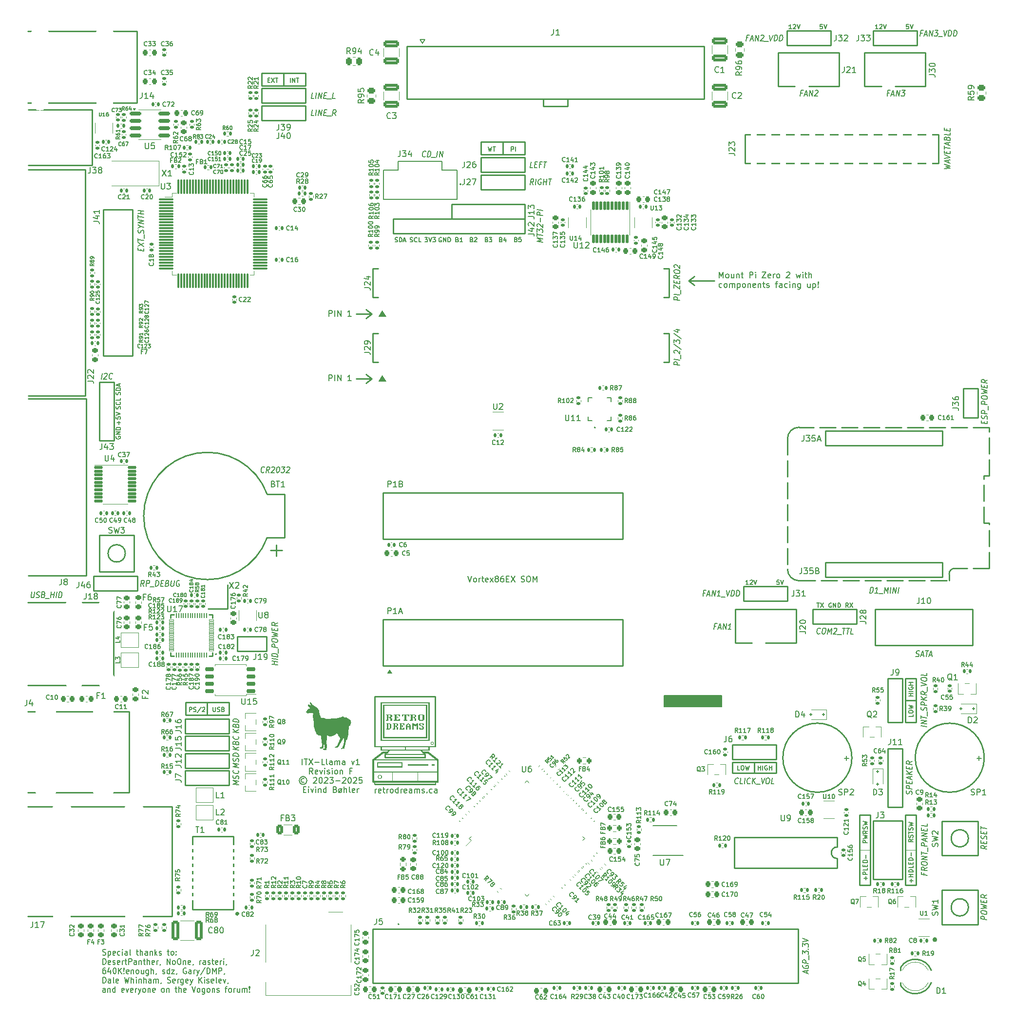
<source format=gto>
G04 #@! TF.GenerationSoftware,KiCad,Pcbnew,8.0.6*
G04 #@! TF.CreationDate,2025-01-15T23:32:19+01:00*
G04 #@! TF.ProjectId,ITX-Llama,4954582d-4c6c-4616-9d61-2e6b69636164,F*
G04 #@! TF.SameCoordinates,Original*
G04 #@! TF.FileFunction,Legend,Top*
G04 #@! TF.FilePolarity,Positive*
%FSLAX46Y46*%
G04 Gerber Fmt 4.6, Leading zero omitted, Abs format (unit mm)*
G04 Created by KiCad (PCBNEW 8.0.6) date 2025-01-15 23:32:19*
%MOMM*%
%LPD*%
G01*
G04 APERTURE LIST*
G04 Aperture macros list*
%AMRoundRect*
0 Rectangle with rounded corners*
0 $1 Rounding radius*
0 $2 $3 $4 $5 $6 $7 $8 $9 X,Y pos of 4 corners*
0 Add a 4 corners polygon primitive as box body*
4,1,4,$2,$3,$4,$5,$6,$7,$8,$9,$2,$3,0*
0 Add four circle primitives for the rounded corners*
1,1,$1+$1,$2,$3*
1,1,$1+$1,$4,$5*
1,1,$1+$1,$6,$7*
1,1,$1+$1,$8,$9*
0 Add four rect primitives between the rounded corners*
20,1,$1+$1,$2,$3,$4,$5,0*
20,1,$1+$1,$4,$5,$6,$7,0*
20,1,$1+$1,$6,$7,$8,$9,0*
20,1,$1+$1,$8,$9,$2,$3,0*%
%AMRotRect*
0 Rectangle, with rotation*
0 The origin of the aperture is its center*
0 $1 length*
0 $2 width*
0 $3 Rotation angle, in degrees counterclockwise*
0 Add horizontal line*
21,1,$1,$2,0,0,$3*%
G04 Aperture macros list end*
%ADD10C,0.254000*%
%ADD11C,0.150000*%
%ADD12C,0.152400*%
%ADD13C,0.203200*%
%ADD14C,0.200000*%
%ADD15C,0.127000*%
%ADD16C,0.120000*%
%ADD17C,0.000000*%
%ADD18C,0.020720*%
%ADD19C,0.100000*%
%ADD20C,0.400000*%
%ADD21C,0.500000*%
%ADD22R,1.755000X1.755000*%
%ADD23C,1.755000*%
%ADD24C,1.397000*%
%ADD25R,0.600000X1.200000*%
%ADD26RoundRect,0.140000X0.140000X0.170000X-0.140000X0.170000X-0.140000X-0.170000X0.140000X-0.170000X0*%
%ADD27RoundRect,0.140000X-0.140000X-0.170000X0.140000X-0.170000X0.140000X0.170000X-0.140000X0.170000X0*%
%ADD28RoundRect,0.135000X0.135000X0.185000X-0.135000X0.185000X-0.135000X-0.185000X0.135000X-0.185000X0*%
%ADD29RoundRect,0.135000X0.185000X-0.135000X0.185000X0.135000X-0.185000X0.135000X-0.185000X-0.135000X0*%
%ADD30RoundRect,0.140000X0.170000X-0.140000X0.170000X0.140000X-0.170000X0.140000X-0.170000X-0.140000X0*%
%ADD31RoundRect,0.225000X-0.225000X-0.250000X0.225000X-0.250000X0.225000X0.250000X-0.225000X0.250000X0*%
%ADD32RoundRect,0.218750X0.256250X-0.218750X0.256250X0.218750X-0.256250X0.218750X-0.256250X-0.218750X0*%
%ADD33C,0.400000*%
%ADD34C,7.000000*%
%ADD35RoundRect,0.200000X0.200000X0.275000X-0.200000X0.275000X-0.200000X-0.275000X0.200000X-0.275000X0*%
%ADD36RoundRect,0.135000X-0.185000X0.135000X-0.185000X-0.135000X0.185000X-0.135000X0.185000X0.135000X0*%
%ADD37R,1.400000X1.600000*%
%ADD38R,1.020000X2.300000*%
%ADD39RoundRect,0.225000X0.250000X-0.225000X0.250000X0.225000X-0.250000X0.225000X-0.250000X-0.225000X0*%
%ADD40RoundRect,0.225000X-0.250000X0.225000X-0.250000X-0.225000X0.250000X-0.225000X0.250000X0.225000X0*%
%ADD41RoundRect,0.135000X-0.135000X-0.185000X0.135000X-0.185000X0.135000X0.185000X-0.135000X0.185000X0*%
%ADD42RoundRect,0.140000X-0.021213X0.219203X-0.219203X0.021213X0.021213X-0.219203X0.219203X-0.021213X0*%
%ADD43C,2.440000*%
%ADD44R,1.200000X1.200000*%
%ADD45C,1.200000*%
%ADD46C,1.300000*%
%ADD47R,1.530000X1.530000*%
%ADD48C,1.550000*%
%ADD49RoundRect,0.250000X-1.100000X0.325000X-1.100000X-0.325000X1.100000X-0.325000X1.100000X0.325000X0*%
%ADD50R,1.200000X0.600000*%
%ADD51RoundRect,0.112500X-0.637500X-0.112500X0.637500X-0.112500X0.637500X0.112500X-0.637500X0.112500X0*%
%ADD52RoundRect,0.250000X0.450000X-0.262500X0.450000X0.262500X-0.450000X0.262500X-0.450000X-0.262500X0*%
%ADD53C,1.600000*%
%ADD54RoundRect,0.225000X0.225000X0.250000X-0.225000X0.250000X-0.225000X-0.250000X0.225000X-0.250000X0*%
%ADD55C,1.000000*%
%ADD56R,0.700000X1.500000*%
%ADD57R,1.200000X1.600000*%
%ADD58R,1.200000X2.200000*%
%ADD59C,1.700000*%
%ADD60C,0.500000*%
%ADD61C,2.000000*%
%ADD62R,1.600000X1.400000*%
%ADD63RoundRect,0.140000X-0.170000X0.140000X-0.170000X-0.140000X0.170000X-0.140000X0.170000X0.140000X0*%
%ADD64RoundRect,0.140000X0.219203X0.021213X0.021213X0.219203X-0.219203X-0.021213X-0.021213X-0.219203X0*%
%ADD65RoundRect,0.218750X0.218750X0.256250X-0.218750X0.256250X-0.218750X-0.256250X0.218750X-0.256250X0*%
%ADD66RoundRect,0.140000X-0.219203X-0.021213X-0.021213X-0.219203X0.219203X0.021213X0.021213X0.219203X0*%
%ADD67RoundRect,0.135000X-0.035355X0.226274X-0.226274X0.035355X0.035355X-0.226274X0.226274X-0.035355X0*%
%ADD68RoundRect,0.218750X-0.256250X0.218750X-0.256250X-0.218750X0.256250X-0.218750X0.256250X0.218750X0*%
%ADD69RoundRect,0.250000X-0.262500X-0.450000X0.262500X-0.450000X0.262500X0.450000X-0.262500X0.450000X0*%
%ADD70R,1.397000X1.397000*%
%ADD71C,3.600000*%
%ADD72RoundRect,0.250000X0.312500X0.625000X-0.312500X0.625000X-0.312500X-0.625000X0.312500X-0.625000X0*%
%ADD73O,0.370000X0.950000*%
%ADD74O,0.950000X0.370000*%
%ADD75R,2.200000X2.200000*%
%ADD76R,0.700000X0.700000*%
%ADD77RoundRect,0.135000X0.226274X0.035355X0.035355X0.226274X-0.226274X-0.035355X-0.035355X-0.226274X0*%
%ADD78C,1.524000*%
%ADD79RoundRect,0.249999X0.450001X1.450001X-0.450001X1.450001X-0.450001X-1.450001X0.450001X-1.450001X0*%
%ADD80RoundRect,0.125000X-0.125000X0.125000X-0.125000X-0.125000X0.125000X-0.125000X0.125000X0.125000X0*%
%ADD81RoundRect,0.250000X1.100000X-0.325000X1.100000X0.325000X-1.100000X0.325000X-1.100000X-0.325000X0*%
%ADD82RoundRect,0.075000X-1.162500X-0.075000X1.162500X-0.075000X1.162500X0.075000X-1.162500X0.075000X0*%
%ADD83RoundRect,0.075000X-0.075000X-1.162500X0.075000X-1.162500X0.075000X1.162500X-0.075000X1.162500X0*%
%ADD84RoundRect,0.006000X0.414000X0.094000X-0.414000X0.094000X-0.414000X-0.094000X0.414000X-0.094000X0*%
%ADD85RoundRect,0.020000X0.080000X0.400000X-0.080000X0.400000X-0.080000X-0.400000X0.080000X-0.400000X0*%
%ADD86R,3.100000X3.100000*%
%ADD87RoundRect,0.125000X0.125000X0.125000X-0.125000X0.125000X-0.125000X-0.125000X0.125000X-0.125000X0*%
%ADD88R,1.070000X1.800000*%
%ADD89O,1.070000X1.800000*%
%ADD90RoundRect,0.112500X-0.112500X0.637500X-0.112500X-0.637500X0.112500X-0.637500X0.112500X0.637500X0*%
%ADD91R,1.200000X1.400000*%
%ADD92C,1.500000*%
%ADD93C,3.000000*%
%ADD94C,2.250000*%
%ADD95C,1.250000*%
%ADD96C,1.016000*%
%ADD97C,1.248000*%
%ADD98C,5.000000*%
%ADD99R,1.505000X0.802000*%
%ADD100R,2.613000X3.502000*%
%ADD101C,3.200000*%
%ADD102R,1.600000X1.600000*%
%ADD103O,1.600000X1.600000*%
%ADD104RoundRect,0.135000X-0.226274X-0.035355X-0.035355X-0.226274X0.226274X0.035355X0.035355X0.226274X0*%
%ADD105C,1.400000*%
%ADD106C,2.200000*%
%ADD107RoundRect,0.200000X-0.275000X0.200000X-0.275000X-0.200000X0.275000X-0.200000X0.275000X0.200000X0*%
%ADD108RoundRect,0.250000X-0.450000X0.262500X-0.450000X-0.262500X0.450000X-0.262500X0.450000X0.262500X0*%
%ADD109RoundRect,0.150000X0.650000X0.150000X-0.650000X0.150000X-0.650000X-0.150000X0.650000X-0.150000X0*%
%ADD110R,0.630000X2.600000*%
%ADD111RoundRect,0.150000X-0.825000X-0.150000X0.825000X-0.150000X0.825000X0.150000X-0.825000X0.150000X0*%
%ADD112R,2.800000X0.600000*%
%ADD113R,1.670000X0.760000*%
%ADD114C,4.000000*%
%ADD115RoundRect,0.062500X-0.433103X-0.521491X0.521491X0.433103X0.433103X0.521491X-0.521491X-0.433103X0*%
%ADD116RoundRect,0.062500X0.433103X-0.521491X0.521491X-0.433103X-0.433103X0.521491X-0.521491X0.433103X0*%
%ADD117RotRect,5.200000X5.200000X45.000000*%
G04 APERTURE END LIST*
D10*
X91190000Y-30880000D02*
X98800000Y-30880000D01*
X98800000Y-33080000D01*
X91190000Y-33080000D01*
X91190000Y-30880000D01*
X72250000Y-72000000D02*
X71250000Y-72750000D01*
X94995000Y-30880000D02*
X94995000Y-33080000D01*
X127250000Y-55000000D02*
X128250000Y-55750000D01*
D11*
X123000000Y-127000000D02*
X133000000Y-127000000D01*
X133000000Y-129000000D01*
X123000000Y-129000000D01*
X123000000Y-127000000D01*
G36*
X123000000Y-127000000D02*
G01*
X133000000Y-127000000D01*
X133000000Y-129000000D01*
X123000000Y-129000000D01*
X123000000Y-127000000D01*
G37*
D10*
X72250000Y-72000000D02*
X71250000Y-71250000D01*
X72250000Y-60750000D02*
X71250000Y-60000000D01*
X69500000Y-72000000D02*
X72250000Y-72000000D01*
X72250000Y-60750000D02*
X71250000Y-61500000D01*
X39855000Y-128230000D02*
X47465000Y-128230000D01*
X47465000Y-130430000D01*
X39855000Y-130430000D01*
X39855000Y-128230000D01*
X69500000Y-60750000D02*
X72250000Y-60750000D01*
X127250000Y-55000000D02*
X128250000Y-54250000D01*
X131750000Y-55000000D02*
X127250000Y-55000000D01*
X53110000Y-18880000D02*
X60720000Y-18880000D01*
X60720000Y-21080000D01*
X53110000Y-21080000D01*
X53110000Y-18880000D01*
X43660000Y-128230000D02*
X43660000Y-130430000D01*
X56915000Y-18880000D02*
X56915000Y-21080000D01*
D12*
X89591571Y-47829677D02*
X89700428Y-47865963D01*
X89700428Y-47865963D02*
X89736714Y-47902249D01*
X89736714Y-47902249D02*
X89773000Y-47974820D01*
X89773000Y-47974820D02*
X89773000Y-48083677D01*
X89773000Y-48083677D02*
X89736714Y-48156249D01*
X89736714Y-48156249D02*
X89700428Y-48192535D01*
X89700428Y-48192535D02*
X89627857Y-48228820D01*
X89627857Y-48228820D02*
X89337571Y-48228820D01*
X89337571Y-48228820D02*
X89337571Y-47466820D01*
X89337571Y-47466820D02*
X89591571Y-47466820D01*
X89591571Y-47466820D02*
X89664143Y-47503106D01*
X89664143Y-47503106D02*
X89700428Y-47539392D01*
X89700428Y-47539392D02*
X89736714Y-47611963D01*
X89736714Y-47611963D02*
X89736714Y-47684535D01*
X89736714Y-47684535D02*
X89700428Y-47757106D01*
X89700428Y-47757106D02*
X89664143Y-47793392D01*
X89664143Y-47793392D02*
X89591571Y-47829677D01*
X89591571Y-47829677D02*
X89337571Y-47829677D01*
X90063285Y-47539392D02*
X90099571Y-47503106D01*
X90099571Y-47503106D02*
X90172143Y-47466820D01*
X90172143Y-47466820D02*
X90353571Y-47466820D01*
X90353571Y-47466820D02*
X90426143Y-47503106D01*
X90426143Y-47503106D02*
X90462428Y-47539392D01*
X90462428Y-47539392D02*
X90498714Y-47611963D01*
X90498714Y-47611963D02*
X90498714Y-47684535D01*
X90498714Y-47684535D02*
X90462428Y-47793392D01*
X90462428Y-47793392D02*
X90027000Y-48228820D01*
X90027000Y-48228820D02*
X90498714Y-48228820D01*
X152079428Y-111003106D02*
X152006857Y-110966820D01*
X152006857Y-110966820D02*
X151897999Y-110966820D01*
X151897999Y-110966820D02*
X151789142Y-111003106D01*
X151789142Y-111003106D02*
X151716571Y-111075677D01*
X151716571Y-111075677D02*
X151680285Y-111148249D01*
X151680285Y-111148249D02*
X151643999Y-111293392D01*
X151643999Y-111293392D02*
X151643999Y-111402249D01*
X151643999Y-111402249D02*
X151680285Y-111547392D01*
X151680285Y-111547392D02*
X151716571Y-111619963D01*
X151716571Y-111619963D02*
X151789142Y-111692535D01*
X151789142Y-111692535D02*
X151897999Y-111728820D01*
X151897999Y-111728820D02*
X151970571Y-111728820D01*
X151970571Y-111728820D02*
X152079428Y-111692535D01*
X152079428Y-111692535D02*
X152115714Y-111656249D01*
X152115714Y-111656249D02*
X152115714Y-111402249D01*
X152115714Y-111402249D02*
X151970571Y-111402249D01*
X152442285Y-111728820D02*
X152442285Y-110966820D01*
X152442285Y-110966820D02*
X152877714Y-111728820D01*
X152877714Y-111728820D02*
X152877714Y-110966820D01*
X153240571Y-111728820D02*
X153240571Y-110966820D01*
X153240571Y-110966820D02*
X153422000Y-110966820D01*
X153422000Y-110966820D02*
X153530857Y-111003106D01*
X153530857Y-111003106D02*
X153603428Y-111075677D01*
X153603428Y-111075677D02*
X153639714Y-111148249D01*
X153639714Y-111148249D02*
X153676000Y-111293392D01*
X153676000Y-111293392D02*
X153676000Y-111402249D01*
X153676000Y-111402249D02*
X153639714Y-111547392D01*
X153639714Y-111547392D02*
X153603428Y-111619963D01*
X153603428Y-111619963D02*
X153530857Y-111692535D01*
X153530857Y-111692535D02*
X153422000Y-111728820D01*
X153422000Y-111728820D02*
X153240571Y-111728820D01*
X149579429Y-110966820D02*
X150014858Y-110966820D01*
X149797143Y-111728820D02*
X149797143Y-110966820D01*
X150196286Y-110966820D02*
X150704286Y-111728820D01*
X150704286Y-110966820D02*
X150196286Y-111728820D01*
D13*
X64802315Y-72365093D02*
X64802315Y-71349093D01*
X64802315Y-71349093D02*
X65189363Y-71349093D01*
X65189363Y-71349093D02*
X65286125Y-71397474D01*
X65286125Y-71397474D02*
X65334506Y-71445855D01*
X65334506Y-71445855D02*
X65382887Y-71542617D01*
X65382887Y-71542617D02*
X65382887Y-71687760D01*
X65382887Y-71687760D02*
X65334506Y-71784522D01*
X65334506Y-71784522D02*
X65286125Y-71832903D01*
X65286125Y-71832903D02*
X65189363Y-71881284D01*
X65189363Y-71881284D02*
X64802315Y-71881284D01*
X65818315Y-72365093D02*
X65818315Y-71349093D01*
X66302125Y-72365093D02*
X66302125Y-71349093D01*
X66302125Y-71349093D02*
X66882697Y-72365093D01*
X66882697Y-72365093D02*
X66882697Y-71349093D01*
X68672792Y-72365093D02*
X68092220Y-72365093D01*
X68382506Y-72365093D02*
X68382506Y-71349093D01*
X68382506Y-71349093D02*
X68285744Y-71494236D01*
X68285744Y-71494236D02*
X68188982Y-71590998D01*
X68188982Y-71590998D02*
X68092220Y-71639379D01*
D14*
X60155379Y-139037387D02*
X60155379Y-138037387D01*
X60488712Y-138037387D02*
X61060140Y-138037387D01*
X60774426Y-139037387D02*
X60774426Y-138037387D01*
X61298236Y-138037387D02*
X61964902Y-139037387D01*
X61964902Y-138037387D02*
X61298236Y-139037387D01*
X62345855Y-138656434D02*
X63107760Y-138656434D01*
X64060140Y-139037387D02*
X63583950Y-139037387D01*
X63583950Y-139037387D02*
X63583950Y-138037387D01*
X64536331Y-139037387D02*
X64441093Y-138989768D01*
X64441093Y-138989768D02*
X64393474Y-138894529D01*
X64393474Y-138894529D02*
X64393474Y-138037387D01*
X65345855Y-139037387D02*
X65345855Y-138513577D01*
X65345855Y-138513577D02*
X65298236Y-138418339D01*
X65298236Y-138418339D02*
X65202998Y-138370720D01*
X65202998Y-138370720D02*
X65012522Y-138370720D01*
X65012522Y-138370720D02*
X64917284Y-138418339D01*
X65345855Y-138989768D02*
X65250617Y-139037387D01*
X65250617Y-139037387D02*
X65012522Y-139037387D01*
X65012522Y-139037387D02*
X64917284Y-138989768D01*
X64917284Y-138989768D02*
X64869665Y-138894529D01*
X64869665Y-138894529D02*
X64869665Y-138799291D01*
X64869665Y-138799291D02*
X64917284Y-138704053D01*
X64917284Y-138704053D02*
X65012522Y-138656434D01*
X65012522Y-138656434D02*
X65250617Y-138656434D01*
X65250617Y-138656434D02*
X65345855Y-138608815D01*
X65822046Y-139037387D02*
X65822046Y-138370720D01*
X65822046Y-138465958D02*
X65869665Y-138418339D01*
X65869665Y-138418339D02*
X65964903Y-138370720D01*
X65964903Y-138370720D02*
X66107760Y-138370720D01*
X66107760Y-138370720D02*
X66202998Y-138418339D01*
X66202998Y-138418339D02*
X66250617Y-138513577D01*
X66250617Y-138513577D02*
X66250617Y-139037387D01*
X66250617Y-138513577D02*
X66298236Y-138418339D01*
X66298236Y-138418339D02*
X66393474Y-138370720D01*
X66393474Y-138370720D02*
X66536331Y-138370720D01*
X66536331Y-138370720D02*
X66631570Y-138418339D01*
X66631570Y-138418339D02*
X66679189Y-138513577D01*
X66679189Y-138513577D02*
X66679189Y-139037387D01*
X67583950Y-139037387D02*
X67583950Y-138513577D01*
X67583950Y-138513577D02*
X67536331Y-138418339D01*
X67536331Y-138418339D02*
X67441093Y-138370720D01*
X67441093Y-138370720D02*
X67250617Y-138370720D01*
X67250617Y-138370720D02*
X67155379Y-138418339D01*
X67583950Y-138989768D02*
X67488712Y-139037387D01*
X67488712Y-139037387D02*
X67250617Y-139037387D01*
X67250617Y-139037387D02*
X67155379Y-138989768D01*
X67155379Y-138989768D02*
X67107760Y-138894529D01*
X67107760Y-138894529D02*
X67107760Y-138799291D01*
X67107760Y-138799291D02*
X67155379Y-138704053D01*
X67155379Y-138704053D02*
X67250617Y-138656434D01*
X67250617Y-138656434D02*
X67488712Y-138656434D01*
X67488712Y-138656434D02*
X67583950Y-138608815D01*
X68726808Y-138370720D02*
X68964903Y-139037387D01*
X68964903Y-139037387D02*
X69202998Y-138370720D01*
X70107760Y-139037387D02*
X69536332Y-139037387D01*
X69822046Y-139037387D02*
X69822046Y-138037387D01*
X69822046Y-138037387D02*
X69726808Y-138180244D01*
X69726808Y-138180244D02*
X69631570Y-138275482D01*
X69631570Y-138275482D02*
X69536332Y-138323101D01*
X62012521Y-140647331D02*
X61679188Y-140171140D01*
X61441093Y-140647331D02*
X61441093Y-139647331D01*
X61441093Y-139647331D02*
X61822045Y-139647331D01*
X61822045Y-139647331D02*
X61917283Y-139694950D01*
X61917283Y-139694950D02*
X61964902Y-139742569D01*
X61964902Y-139742569D02*
X62012521Y-139837807D01*
X62012521Y-139837807D02*
X62012521Y-139980664D01*
X62012521Y-139980664D02*
X61964902Y-140075902D01*
X61964902Y-140075902D02*
X61917283Y-140123521D01*
X61917283Y-140123521D02*
X61822045Y-140171140D01*
X61822045Y-140171140D02*
X61441093Y-140171140D01*
X62822045Y-140599712D02*
X62726807Y-140647331D01*
X62726807Y-140647331D02*
X62536331Y-140647331D01*
X62536331Y-140647331D02*
X62441093Y-140599712D01*
X62441093Y-140599712D02*
X62393474Y-140504473D01*
X62393474Y-140504473D02*
X62393474Y-140123521D01*
X62393474Y-140123521D02*
X62441093Y-140028283D01*
X62441093Y-140028283D02*
X62536331Y-139980664D01*
X62536331Y-139980664D02*
X62726807Y-139980664D01*
X62726807Y-139980664D02*
X62822045Y-140028283D01*
X62822045Y-140028283D02*
X62869664Y-140123521D01*
X62869664Y-140123521D02*
X62869664Y-140218759D01*
X62869664Y-140218759D02*
X62393474Y-140313997D01*
X63202998Y-139980664D02*
X63441093Y-140647331D01*
X63441093Y-140647331D02*
X63679188Y-139980664D01*
X64060141Y-140647331D02*
X64060141Y-139980664D01*
X64060141Y-139647331D02*
X64012522Y-139694950D01*
X64012522Y-139694950D02*
X64060141Y-139742569D01*
X64060141Y-139742569D02*
X64107760Y-139694950D01*
X64107760Y-139694950D02*
X64060141Y-139647331D01*
X64060141Y-139647331D02*
X64060141Y-139742569D01*
X64488712Y-140599712D02*
X64583950Y-140647331D01*
X64583950Y-140647331D02*
X64774426Y-140647331D01*
X64774426Y-140647331D02*
X64869664Y-140599712D01*
X64869664Y-140599712D02*
X64917283Y-140504473D01*
X64917283Y-140504473D02*
X64917283Y-140456854D01*
X64917283Y-140456854D02*
X64869664Y-140361616D01*
X64869664Y-140361616D02*
X64774426Y-140313997D01*
X64774426Y-140313997D02*
X64631569Y-140313997D01*
X64631569Y-140313997D02*
X64536331Y-140266378D01*
X64536331Y-140266378D02*
X64488712Y-140171140D01*
X64488712Y-140171140D02*
X64488712Y-140123521D01*
X64488712Y-140123521D02*
X64536331Y-140028283D01*
X64536331Y-140028283D02*
X64631569Y-139980664D01*
X64631569Y-139980664D02*
X64774426Y-139980664D01*
X64774426Y-139980664D02*
X64869664Y-140028283D01*
X65345855Y-140647331D02*
X65345855Y-139980664D01*
X65345855Y-139647331D02*
X65298236Y-139694950D01*
X65298236Y-139694950D02*
X65345855Y-139742569D01*
X65345855Y-139742569D02*
X65393474Y-139694950D01*
X65393474Y-139694950D02*
X65345855Y-139647331D01*
X65345855Y-139647331D02*
X65345855Y-139742569D01*
X65964902Y-140647331D02*
X65869664Y-140599712D01*
X65869664Y-140599712D02*
X65822045Y-140552092D01*
X65822045Y-140552092D02*
X65774426Y-140456854D01*
X65774426Y-140456854D02*
X65774426Y-140171140D01*
X65774426Y-140171140D02*
X65822045Y-140075902D01*
X65822045Y-140075902D02*
X65869664Y-140028283D01*
X65869664Y-140028283D02*
X65964902Y-139980664D01*
X65964902Y-139980664D02*
X66107759Y-139980664D01*
X66107759Y-139980664D02*
X66202997Y-140028283D01*
X66202997Y-140028283D02*
X66250616Y-140075902D01*
X66250616Y-140075902D02*
X66298235Y-140171140D01*
X66298235Y-140171140D02*
X66298235Y-140456854D01*
X66298235Y-140456854D02*
X66250616Y-140552092D01*
X66250616Y-140552092D02*
X66202997Y-140599712D01*
X66202997Y-140599712D02*
X66107759Y-140647331D01*
X66107759Y-140647331D02*
X65964902Y-140647331D01*
X66726807Y-139980664D02*
X66726807Y-140647331D01*
X66726807Y-140075902D02*
X66774426Y-140028283D01*
X66774426Y-140028283D02*
X66869664Y-139980664D01*
X66869664Y-139980664D02*
X67012521Y-139980664D01*
X67012521Y-139980664D02*
X67107759Y-140028283D01*
X67107759Y-140028283D02*
X67155378Y-140123521D01*
X67155378Y-140123521D02*
X67155378Y-140647331D01*
X68726807Y-140123521D02*
X68393474Y-140123521D01*
X68393474Y-140647331D02*
X68393474Y-139647331D01*
X68393474Y-139647331D02*
X68869664Y-139647331D01*
X60488712Y-141495370D02*
X60393473Y-141447751D01*
X60393473Y-141447751D02*
X60202997Y-141447751D01*
X60202997Y-141447751D02*
X60107759Y-141495370D01*
X60107759Y-141495370D02*
X60012521Y-141590608D01*
X60012521Y-141590608D02*
X59964902Y-141685846D01*
X59964902Y-141685846D02*
X59964902Y-141876322D01*
X59964902Y-141876322D02*
X60012521Y-141971560D01*
X60012521Y-141971560D02*
X60107759Y-142066798D01*
X60107759Y-142066798D02*
X60202997Y-142114417D01*
X60202997Y-142114417D02*
X60393473Y-142114417D01*
X60393473Y-142114417D02*
X60488712Y-142066798D01*
X60298235Y-141114417D02*
X60060140Y-141162036D01*
X60060140Y-141162036D02*
X59822045Y-141304894D01*
X59822045Y-141304894D02*
X59679188Y-141542989D01*
X59679188Y-141542989D02*
X59631569Y-141781084D01*
X59631569Y-141781084D02*
X59679188Y-142019179D01*
X59679188Y-142019179D02*
X59822045Y-142257275D01*
X59822045Y-142257275D02*
X60060140Y-142400132D01*
X60060140Y-142400132D02*
X60298235Y-142447751D01*
X60298235Y-142447751D02*
X60536331Y-142400132D01*
X60536331Y-142400132D02*
X60774426Y-142257275D01*
X60774426Y-142257275D02*
X60917283Y-142019179D01*
X60917283Y-142019179D02*
X60964902Y-141781084D01*
X60964902Y-141781084D02*
X60917283Y-141542989D01*
X60917283Y-141542989D02*
X60774426Y-141304894D01*
X60774426Y-141304894D02*
X60536331Y-141162036D01*
X60536331Y-141162036D02*
X60298235Y-141114417D01*
X62107760Y-141352513D02*
X62155379Y-141304894D01*
X62155379Y-141304894D02*
X62250617Y-141257275D01*
X62250617Y-141257275D02*
X62488712Y-141257275D01*
X62488712Y-141257275D02*
X62583950Y-141304894D01*
X62583950Y-141304894D02*
X62631569Y-141352513D01*
X62631569Y-141352513D02*
X62679188Y-141447751D01*
X62679188Y-141447751D02*
X62679188Y-141542989D01*
X62679188Y-141542989D02*
X62631569Y-141685846D01*
X62631569Y-141685846D02*
X62060141Y-142257275D01*
X62060141Y-142257275D02*
X62679188Y-142257275D01*
X63298236Y-141257275D02*
X63393474Y-141257275D01*
X63393474Y-141257275D02*
X63488712Y-141304894D01*
X63488712Y-141304894D02*
X63536331Y-141352513D01*
X63536331Y-141352513D02*
X63583950Y-141447751D01*
X63583950Y-141447751D02*
X63631569Y-141638227D01*
X63631569Y-141638227D02*
X63631569Y-141876322D01*
X63631569Y-141876322D02*
X63583950Y-142066798D01*
X63583950Y-142066798D02*
X63536331Y-142162036D01*
X63536331Y-142162036D02*
X63488712Y-142209656D01*
X63488712Y-142209656D02*
X63393474Y-142257275D01*
X63393474Y-142257275D02*
X63298236Y-142257275D01*
X63298236Y-142257275D02*
X63202998Y-142209656D01*
X63202998Y-142209656D02*
X63155379Y-142162036D01*
X63155379Y-142162036D02*
X63107760Y-142066798D01*
X63107760Y-142066798D02*
X63060141Y-141876322D01*
X63060141Y-141876322D02*
X63060141Y-141638227D01*
X63060141Y-141638227D02*
X63107760Y-141447751D01*
X63107760Y-141447751D02*
X63155379Y-141352513D01*
X63155379Y-141352513D02*
X63202998Y-141304894D01*
X63202998Y-141304894D02*
X63298236Y-141257275D01*
X64012522Y-141352513D02*
X64060141Y-141304894D01*
X64060141Y-141304894D02*
X64155379Y-141257275D01*
X64155379Y-141257275D02*
X64393474Y-141257275D01*
X64393474Y-141257275D02*
X64488712Y-141304894D01*
X64488712Y-141304894D02*
X64536331Y-141352513D01*
X64536331Y-141352513D02*
X64583950Y-141447751D01*
X64583950Y-141447751D02*
X64583950Y-141542989D01*
X64583950Y-141542989D02*
X64536331Y-141685846D01*
X64536331Y-141685846D02*
X63964903Y-142257275D01*
X63964903Y-142257275D02*
X64583950Y-142257275D01*
X64917284Y-141257275D02*
X65536331Y-141257275D01*
X65536331Y-141257275D02*
X65202998Y-141638227D01*
X65202998Y-141638227D02*
X65345855Y-141638227D01*
X65345855Y-141638227D02*
X65441093Y-141685846D01*
X65441093Y-141685846D02*
X65488712Y-141733465D01*
X65488712Y-141733465D02*
X65536331Y-141828703D01*
X65536331Y-141828703D02*
X65536331Y-142066798D01*
X65536331Y-142066798D02*
X65488712Y-142162036D01*
X65488712Y-142162036D02*
X65441093Y-142209656D01*
X65441093Y-142209656D02*
X65345855Y-142257275D01*
X65345855Y-142257275D02*
X65060141Y-142257275D01*
X65060141Y-142257275D02*
X64964903Y-142209656D01*
X64964903Y-142209656D02*
X64917284Y-142162036D01*
X65964903Y-141876322D02*
X66726808Y-141876322D01*
X67155379Y-141352513D02*
X67202998Y-141304894D01*
X67202998Y-141304894D02*
X67298236Y-141257275D01*
X67298236Y-141257275D02*
X67536331Y-141257275D01*
X67536331Y-141257275D02*
X67631569Y-141304894D01*
X67631569Y-141304894D02*
X67679188Y-141352513D01*
X67679188Y-141352513D02*
X67726807Y-141447751D01*
X67726807Y-141447751D02*
X67726807Y-141542989D01*
X67726807Y-141542989D02*
X67679188Y-141685846D01*
X67679188Y-141685846D02*
X67107760Y-142257275D01*
X67107760Y-142257275D02*
X67726807Y-142257275D01*
X68345855Y-141257275D02*
X68441093Y-141257275D01*
X68441093Y-141257275D02*
X68536331Y-141304894D01*
X68536331Y-141304894D02*
X68583950Y-141352513D01*
X68583950Y-141352513D02*
X68631569Y-141447751D01*
X68631569Y-141447751D02*
X68679188Y-141638227D01*
X68679188Y-141638227D02*
X68679188Y-141876322D01*
X68679188Y-141876322D02*
X68631569Y-142066798D01*
X68631569Y-142066798D02*
X68583950Y-142162036D01*
X68583950Y-142162036D02*
X68536331Y-142209656D01*
X68536331Y-142209656D02*
X68441093Y-142257275D01*
X68441093Y-142257275D02*
X68345855Y-142257275D01*
X68345855Y-142257275D02*
X68250617Y-142209656D01*
X68250617Y-142209656D02*
X68202998Y-142162036D01*
X68202998Y-142162036D02*
X68155379Y-142066798D01*
X68155379Y-142066798D02*
X68107760Y-141876322D01*
X68107760Y-141876322D02*
X68107760Y-141638227D01*
X68107760Y-141638227D02*
X68155379Y-141447751D01*
X68155379Y-141447751D02*
X68202998Y-141352513D01*
X68202998Y-141352513D02*
X68250617Y-141304894D01*
X68250617Y-141304894D02*
X68345855Y-141257275D01*
X69060141Y-141352513D02*
X69107760Y-141304894D01*
X69107760Y-141304894D02*
X69202998Y-141257275D01*
X69202998Y-141257275D02*
X69441093Y-141257275D01*
X69441093Y-141257275D02*
X69536331Y-141304894D01*
X69536331Y-141304894D02*
X69583950Y-141352513D01*
X69583950Y-141352513D02*
X69631569Y-141447751D01*
X69631569Y-141447751D02*
X69631569Y-141542989D01*
X69631569Y-141542989D02*
X69583950Y-141685846D01*
X69583950Y-141685846D02*
X69012522Y-142257275D01*
X69012522Y-142257275D02*
X69631569Y-142257275D01*
X70536331Y-141257275D02*
X70060141Y-141257275D01*
X70060141Y-141257275D02*
X70012522Y-141733465D01*
X70012522Y-141733465D02*
X70060141Y-141685846D01*
X70060141Y-141685846D02*
X70155379Y-141638227D01*
X70155379Y-141638227D02*
X70393474Y-141638227D01*
X70393474Y-141638227D02*
X70488712Y-141685846D01*
X70488712Y-141685846D02*
X70536331Y-141733465D01*
X70536331Y-141733465D02*
X70583950Y-141828703D01*
X70583950Y-141828703D02*
X70583950Y-142066798D01*
X70583950Y-142066798D02*
X70536331Y-142162036D01*
X70536331Y-142162036D02*
X70488712Y-142209656D01*
X70488712Y-142209656D02*
X70393474Y-142257275D01*
X70393474Y-142257275D02*
X70155379Y-142257275D01*
X70155379Y-142257275D02*
X70060141Y-142209656D01*
X70060141Y-142209656D02*
X70012522Y-142162036D01*
X60345855Y-143343409D02*
X60679188Y-143343409D01*
X60822045Y-143867219D02*
X60345855Y-143867219D01*
X60345855Y-143867219D02*
X60345855Y-142867219D01*
X60345855Y-142867219D02*
X60822045Y-142867219D01*
X61250617Y-143867219D02*
X61250617Y-143200552D01*
X61250617Y-142867219D02*
X61202998Y-142914838D01*
X61202998Y-142914838D02*
X61250617Y-142962457D01*
X61250617Y-142962457D02*
X61298236Y-142914838D01*
X61298236Y-142914838D02*
X61250617Y-142867219D01*
X61250617Y-142867219D02*
X61250617Y-142962457D01*
X61631569Y-143200552D02*
X61869664Y-143867219D01*
X61869664Y-143867219D02*
X62107759Y-143200552D01*
X62488712Y-143867219D02*
X62488712Y-143200552D01*
X62488712Y-142867219D02*
X62441093Y-142914838D01*
X62441093Y-142914838D02*
X62488712Y-142962457D01*
X62488712Y-142962457D02*
X62536331Y-142914838D01*
X62536331Y-142914838D02*
X62488712Y-142867219D01*
X62488712Y-142867219D02*
X62488712Y-142962457D01*
X62964902Y-143200552D02*
X62964902Y-143867219D01*
X62964902Y-143295790D02*
X63012521Y-143248171D01*
X63012521Y-143248171D02*
X63107759Y-143200552D01*
X63107759Y-143200552D02*
X63250616Y-143200552D01*
X63250616Y-143200552D02*
X63345854Y-143248171D01*
X63345854Y-143248171D02*
X63393473Y-143343409D01*
X63393473Y-143343409D02*
X63393473Y-143867219D01*
X64298235Y-143867219D02*
X64298235Y-142867219D01*
X64298235Y-143819600D02*
X64202997Y-143867219D01*
X64202997Y-143867219D02*
X64012521Y-143867219D01*
X64012521Y-143867219D02*
X63917283Y-143819600D01*
X63917283Y-143819600D02*
X63869664Y-143771980D01*
X63869664Y-143771980D02*
X63822045Y-143676742D01*
X63822045Y-143676742D02*
X63822045Y-143391028D01*
X63822045Y-143391028D02*
X63869664Y-143295790D01*
X63869664Y-143295790D02*
X63917283Y-143248171D01*
X63917283Y-143248171D02*
X64012521Y-143200552D01*
X64012521Y-143200552D02*
X64202997Y-143200552D01*
X64202997Y-143200552D02*
X64298235Y-143248171D01*
X65869664Y-143343409D02*
X66012521Y-143391028D01*
X66012521Y-143391028D02*
X66060140Y-143438647D01*
X66060140Y-143438647D02*
X66107759Y-143533885D01*
X66107759Y-143533885D02*
X66107759Y-143676742D01*
X66107759Y-143676742D02*
X66060140Y-143771980D01*
X66060140Y-143771980D02*
X66012521Y-143819600D01*
X66012521Y-143819600D02*
X65917283Y-143867219D01*
X65917283Y-143867219D02*
X65536331Y-143867219D01*
X65536331Y-143867219D02*
X65536331Y-142867219D01*
X65536331Y-142867219D02*
X65869664Y-142867219D01*
X65869664Y-142867219D02*
X65964902Y-142914838D01*
X65964902Y-142914838D02*
X66012521Y-142962457D01*
X66012521Y-142962457D02*
X66060140Y-143057695D01*
X66060140Y-143057695D02*
X66060140Y-143152933D01*
X66060140Y-143152933D02*
X66012521Y-143248171D01*
X66012521Y-143248171D02*
X65964902Y-143295790D01*
X65964902Y-143295790D02*
X65869664Y-143343409D01*
X65869664Y-143343409D02*
X65536331Y-143343409D01*
X67060140Y-143200552D02*
X66441093Y-143867219D01*
X66679188Y-143867219D02*
X66583950Y-143819600D01*
X66583950Y-143819600D02*
X66536331Y-143771980D01*
X66536331Y-143771980D02*
X66488712Y-143676742D01*
X66488712Y-143676742D02*
X66488712Y-143391028D01*
X66488712Y-143391028D02*
X66536331Y-143295790D01*
X66536331Y-143295790D02*
X66583950Y-143248171D01*
X66583950Y-143248171D02*
X66679188Y-143200552D01*
X66679188Y-143200552D02*
X66822045Y-143200552D01*
X66822045Y-143200552D02*
X66917283Y-143248171D01*
X66917283Y-143248171D02*
X66964902Y-143295790D01*
X66964902Y-143295790D02*
X67012521Y-143391028D01*
X67012521Y-143391028D02*
X67012521Y-143676742D01*
X67012521Y-143676742D02*
X66964902Y-143771980D01*
X66964902Y-143771980D02*
X66917283Y-143819600D01*
X66917283Y-143819600D02*
X66822045Y-143867219D01*
X66822045Y-143867219D02*
X66679188Y-143867219D01*
X67441093Y-143867219D02*
X67441093Y-142867219D01*
X67869664Y-143867219D02*
X67869664Y-143343409D01*
X67869664Y-143343409D02*
X67822045Y-143248171D01*
X67822045Y-143248171D02*
X67726807Y-143200552D01*
X67726807Y-143200552D02*
X67583950Y-143200552D01*
X67583950Y-143200552D02*
X67488712Y-143248171D01*
X67488712Y-143248171D02*
X67441093Y-143295790D01*
X68488712Y-143867219D02*
X68393474Y-143819600D01*
X68393474Y-143819600D02*
X68345855Y-143724361D01*
X68345855Y-143724361D02*
X68345855Y-142867219D01*
X69250617Y-143819600D02*
X69155379Y-143867219D01*
X69155379Y-143867219D02*
X68964903Y-143867219D01*
X68964903Y-143867219D02*
X68869665Y-143819600D01*
X68869665Y-143819600D02*
X68822046Y-143724361D01*
X68822046Y-143724361D02*
X68822046Y-143343409D01*
X68822046Y-143343409D02*
X68869665Y-143248171D01*
X68869665Y-143248171D02*
X68964903Y-143200552D01*
X68964903Y-143200552D02*
X69155379Y-143200552D01*
X69155379Y-143200552D02*
X69250617Y-143248171D01*
X69250617Y-143248171D02*
X69298236Y-143343409D01*
X69298236Y-143343409D02*
X69298236Y-143438647D01*
X69298236Y-143438647D02*
X68822046Y-143533885D01*
X69726808Y-143867219D02*
X69726808Y-143200552D01*
X69726808Y-143391028D02*
X69774427Y-143295790D01*
X69774427Y-143295790D02*
X69822046Y-143248171D01*
X69822046Y-143248171D02*
X69917284Y-143200552D01*
X69917284Y-143200552D02*
X70012522Y-143200552D01*
D12*
X97291571Y-47799677D02*
X97400428Y-47835963D01*
X97400428Y-47835963D02*
X97436714Y-47872249D01*
X97436714Y-47872249D02*
X97473000Y-47944820D01*
X97473000Y-47944820D02*
X97473000Y-48053677D01*
X97473000Y-48053677D02*
X97436714Y-48126249D01*
X97436714Y-48126249D02*
X97400428Y-48162535D01*
X97400428Y-48162535D02*
X97327857Y-48198820D01*
X97327857Y-48198820D02*
X97037571Y-48198820D01*
X97037571Y-48198820D02*
X97037571Y-47436820D01*
X97037571Y-47436820D02*
X97291571Y-47436820D01*
X97291571Y-47436820D02*
X97364143Y-47473106D01*
X97364143Y-47473106D02*
X97400428Y-47509392D01*
X97400428Y-47509392D02*
X97436714Y-47581963D01*
X97436714Y-47581963D02*
X97436714Y-47654535D01*
X97436714Y-47654535D02*
X97400428Y-47727106D01*
X97400428Y-47727106D02*
X97364143Y-47763392D01*
X97364143Y-47763392D02*
X97291571Y-47799677D01*
X97291571Y-47799677D02*
X97037571Y-47799677D01*
X98162428Y-47436820D02*
X97799571Y-47436820D01*
X97799571Y-47436820D02*
X97763285Y-47799677D01*
X97763285Y-47799677D02*
X97799571Y-47763392D01*
X97799571Y-47763392D02*
X97872143Y-47727106D01*
X97872143Y-47727106D02*
X98053571Y-47727106D01*
X98053571Y-47727106D02*
X98126143Y-47763392D01*
X98126143Y-47763392D02*
X98162428Y-47799677D01*
X98162428Y-47799677D02*
X98198714Y-47872249D01*
X98198714Y-47872249D02*
X98198714Y-48053677D01*
X98198714Y-48053677D02*
X98162428Y-48126249D01*
X98162428Y-48126249D02*
X98126143Y-48162535D01*
X98126143Y-48162535D02*
X98053571Y-48198820D01*
X98053571Y-48198820D02*
X97872143Y-48198820D01*
X97872143Y-48198820D02*
X97799571Y-48162535D01*
X97799571Y-48162535D02*
X97763285Y-48126249D01*
X84319428Y-47503106D02*
X84246857Y-47466820D01*
X84246857Y-47466820D02*
X84137999Y-47466820D01*
X84137999Y-47466820D02*
X84029142Y-47503106D01*
X84029142Y-47503106D02*
X83956571Y-47575677D01*
X83956571Y-47575677D02*
X83920285Y-47648249D01*
X83920285Y-47648249D02*
X83883999Y-47793392D01*
X83883999Y-47793392D02*
X83883999Y-47902249D01*
X83883999Y-47902249D02*
X83920285Y-48047392D01*
X83920285Y-48047392D02*
X83956571Y-48119963D01*
X83956571Y-48119963D02*
X84029142Y-48192535D01*
X84029142Y-48192535D02*
X84137999Y-48228820D01*
X84137999Y-48228820D02*
X84210571Y-48228820D01*
X84210571Y-48228820D02*
X84319428Y-48192535D01*
X84319428Y-48192535D02*
X84355714Y-48156249D01*
X84355714Y-48156249D02*
X84355714Y-47902249D01*
X84355714Y-47902249D02*
X84210571Y-47902249D01*
X84682285Y-48228820D02*
X84682285Y-47466820D01*
X84682285Y-47466820D02*
X85117714Y-48228820D01*
X85117714Y-48228820D02*
X85117714Y-47466820D01*
X85480571Y-48228820D02*
X85480571Y-47466820D01*
X85480571Y-47466820D02*
X85662000Y-47466820D01*
X85662000Y-47466820D02*
X85770857Y-47503106D01*
X85770857Y-47503106D02*
X85843428Y-47575677D01*
X85843428Y-47575677D02*
X85879714Y-47648249D01*
X85879714Y-47648249D02*
X85916000Y-47793392D01*
X85916000Y-47793392D02*
X85916000Y-47902249D01*
X85916000Y-47902249D02*
X85879714Y-48047392D01*
X85879714Y-48047392D02*
X85843428Y-48119963D01*
X85843428Y-48119963D02*
X85770857Y-48192535D01*
X85770857Y-48192535D02*
X85662000Y-48228820D01*
X85662000Y-48228820D02*
X85480571Y-48228820D01*
X44646691Y-129066820D02*
X44646691Y-129683677D01*
X44646691Y-129683677D02*
X44682977Y-129756249D01*
X44682977Y-129756249D02*
X44719263Y-129792535D01*
X44719263Y-129792535D02*
X44791834Y-129828820D01*
X44791834Y-129828820D02*
X44936977Y-129828820D01*
X44936977Y-129828820D02*
X45009548Y-129792535D01*
X45009548Y-129792535D02*
X45045834Y-129756249D01*
X45045834Y-129756249D02*
X45082120Y-129683677D01*
X45082120Y-129683677D02*
X45082120Y-129066820D01*
X45408691Y-129792535D02*
X45517549Y-129828820D01*
X45517549Y-129828820D02*
X45698977Y-129828820D01*
X45698977Y-129828820D02*
X45771549Y-129792535D01*
X45771549Y-129792535D02*
X45807834Y-129756249D01*
X45807834Y-129756249D02*
X45844120Y-129683677D01*
X45844120Y-129683677D02*
X45844120Y-129611106D01*
X45844120Y-129611106D02*
X45807834Y-129538535D01*
X45807834Y-129538535D02*
X45771549Y-129502249D01*
X45771549Y-129502249D02*
X45698977Y-129465963D01*
X45698977Y-129465963D02*
X45553834Y-129429677D01*
X45553834Y-129429677D02*
X45481263Y-129393392D01*
X45481263Y-129393392D02*
X45444977Y-129357106D01*
X45444977Y-129357106D02*
X45408691Y-129284535D01*
X45408691Y-129284535D02*
X45408691Y-129211963D01*
X45408691Y-129211963D02*
X45444977Y-129139392D01*
X45444977Y-129139392D02*
X45481263Y-129103106D01*
X45481263Y-129103106D02*
X45553834Y-129066820D01*
X45553834Y-129066820D02*
X45735263Y-129066820D01*
X45735263Y-129066820D02*
X45844120Y-129103106D01*
X46424691Y-129429677D02*
X46533548Y-129465963D01*
X46533548Y-129465963D02*
X46569834Y-129502249D01*
X46569834Y-129502249D02*
X46606120Y-129574820D01*
X46606120Y-129574820D02*
X46606120Y-129683677D01*
X46606120Y-129683677D02*
X46569834Y-129756249D01*
X46569834Y-129756249D02*
X46533548Y-129792535D01*
X46533548Y-129792535D02*
X46460977Y-129828820D01*
X46460977Y-129828820D02*
X46170691Y-129828820D01*
X46170691Y-129828820D02*
X46170691Y-129066820D01*
X46170691Y-129066820D02*
X46424691Y-129066820D01*
X46424691Y-129066820D02*
X46497263Y-129103106D01*
X46497263Y-129103106D02*
X46533548Y-129139392D01*
X46533548Y-129139392D02*
X46569834Y-129211963D01*
X46569834Y-129211963D02*
X46569834Y-129284535D01*
X46569834Y-129284535D02*
X46533548Y-129357106D01*
X46533548Y-129357106D02*
X46497263Y-129393392D01*
X46497263Y-129393392D02*
X46424691Y-129429677D01*
X46424691Y-129429677D02*
X46170691Y-129429677D01*
X28522535Y-77237142D02*
X28558820Y-77128285D01*
X28558820Y-77128285D02*
X28558820Y-76946856D01*
X28558820Y-76946856D02*
X28522535Y-76874285D01*
X28522535Y-76874285D02*
X28486249Y-76837999D01*
X28486249Y-76837999D02*
X28413677Y-76801713D01*
X28413677Y-76801713D02*
X28341106Y-76801713D01*
X28341106Y-76801713D02*
X28268535Y-76837999D01*
X28268535Y-76837999D02*
X28232249Y-76874285D01*
X28232249Y-76874285D02*
X28195963Y-76946856D01*
X28195963Y-76946856D02*
X28159677Y-77091999D01*
X28159677Y-77091999D02*
X28123392Y-77164570D01*
X28123392Y-77164570D02*
X28087106Y-77200856D01*
X28087106Y-77200856D02*
X28014535Y-77237142D01*
X28014535Y-77237142D02*
X27941963Y-77237142D01*
X27941963Y-77237142D02*
X27869392Y-77200856D01*
X27869392Y-77200856D02*
X27833106Y-77164570D01*
X27833106Y-77164570D02*
X27796820Y-77091999D01*
X27796820Y-77091999D02*
X27796820Y-76910570D01*
X27796820Y-76910570D02*
X27833106Y-76801713D01*
X28486249Y-76039713D02*
X28522535Y-76075999D01*
X28522535Y-76075999D02*
X28558820Y-76184856D01*
X28558820Y-76184856D02*
X28558820Y-76257428D01*
X28558820Y-76257428D02*
X28522535Y-76366285D01*
X28522535Y-76366285D02*
X28449963Y-76438856D01*
X28449963Y-76438856D02*
X28377392Y-76475142D01*
X28377392Y-76475142D02*
X28232249Y-76511428D01*
X28232249Y-76511428D02*
X28123392Y-76511428D01*
X28123392Y-76511428D02*
X27978249Y-76475142D01*
X27978249Y-76475142D02*
X27905677Y-76438856D01*
X27905677Y-76438856D02*
X27833106Y-76366285D01*
X27833106Y-76366285D02*
X27796820Y-76257428D01*
X27796820Y-76257428D02*
X27796820Y-76184856D01*
X27796820Y-76184856D02*
X27833106Y-76075999D01*
X27833106Y-76075999D02*
X27869392Y-76039713D01*
X28558820Y-75350285D02*
X28558820Y-75713142D01*
X28558820Y-75713142D02*
X27796820Y-75713142D01*
D14*
X88952380Y-106282219D02*
X89285713Y-107282219D01*
X89285713Y-107282219D02*
X89619046Y-106282219D01*
X90095237Y-107282219D02*
X89999999Y-107234600D01*
X89999999Y-107234600D02*
X89952380Y-107186980D01*
X89952380Y-107186980D02*
X89904761Y-107091742D01*
X89904761Y-107091742D02*
X89904761Y-106806028D01*
X89904761Y-106806028D02*
X89952380Y-106710790D01*
X89952380Y-106710790D02*
X89999999Y-106663171D01*
X89999999Y-106663171D02*
X90095237Y-106615552D01*
X90095237Y-106615552D02*
X90238094Y-106615552D01*
X90238094Y-106615552D02*
X90333332Y-106663171D01*
X90333332Y-106663171D02*
X90380951Y-106710790D01*
X90380951Y-106710790D02*
X90428570Y-106806028D01*
X90428570Y-106806028D02*
X90428570Y-107091742D01*
X90428570Y-107091742D02*
X90380951Y-107186980D01*
X90380951Y-107186980D02*
X90333332Y-107234600D01*
X90333332Y-107234600D02*
X90238094Y-107282219D01*
X90238094Y-107282219D02*
X90095237Y-107282219D01*
X90857142Y-107282219D02*
X90857142Y-106615552D01*
X90857142Y-106806028D02*
X90904761Y-106710790D01*
X90904761Y-106710790D02*
X90952380Y-106663171D01*
X90952380Y-106663171D02*
X91047618Y-106615552D01*
X91047618Y-106615552D02*
X91142856Y-106615552D01*
X91333333Y-106615552D02*
X91714285Y-106615552D01*
X91476190Y-106282219D02*
X91476190Y-107139361D01*
X91476190Y-107139361D02*
X91523809Y-107234600D01*
X91523809Y-107234600D02*
X91619047Y-107282219D01*
X91619047Y-107282219D02*
X91714285Y-107282219D01*
X92428571Y-107234600D02*
X92333333Y-107282219D01*
X92333333Y-107282219D02*
X92142857Y-107282219D01*
X92142857Y-107282219D02*
X92047619Y-107234600D01*
X92047619Y-107234600D02*
X92000000Y-107139361D01*
X92000000Y-107139361D02*
X92000000Y-106758409D01*
X92000000Y-106758409D02*
X92047619Y-106663171D01*
X92047619Y-106663171D02*
X92142857Y-106615552D01*
X92142857Y-106615552D02*
X92333333Y-106615552D01*
X92333333Y-106615552D02*
X92428571Y-106663171D01*
X92428571Y-106663171D02*
X92476190Y-106758409D01*
X92476190Y-106758409D02*
X92476190Y-106853647D01*
X92476190Y-106853647D02*
X92000000Y-106948885D01*
X92809524Y-107282219D02*
X93333333Y-106615552D01*
X92809524Y-106615552D02*
X93333333Y-107282219D01*
X93857143Y-106710790D02*
X93761905Y-106663171D01*
X93761905Y-106663171D02*
X93714286Y-106615552D01*
X93714286Y-106615552D02*
X93666667Y-106520314D01*
X93666667Y-106520314D02*
X93666667Y-106472695D01*
X93666667Y-106472695D02*
X93714286Y-106377457D01*
X93714286Y-106377457D02*
X93761905Y-106329838D01*
X93761905Y-106329838D02*
X93857143Y-106282219D01*
X93857143Y-106282219D02*
X94047619Y-106282219D01*
X94047619Y-106282219D02*
X94142857Y-106329838D01*
X94142857Y-106329838D02*
X94190476Y-106377457D01*
X94190476Y-106377457D02*
X94238095Y-106472695D01*
X94238095Y-106472695D02*
X94238095Y-106520314D01*
X94238095Y-106520314D02*
X94190476Y-106615552D01*
X94190476Y-106615552D02*
X94142857Y-106663171D01*
X94142857Y-106663171D02*
X94047619Y-106710790D01*
X94047619Y-106710790D02*
X93857143Y-106710790D01*
X93857143Y-106710790D02*
X93761905Y-106758409D01*
X93761905Y-106758409D02*
X93714286Y-106806028D01*
X93714286Y-106806028D02*
X93666667Y-106901266D01*
X93666667Y-106901266D02*
X93666667Y-107091742D01*
X93666667Y-107091742D02*
X93714286Y-107186980D01*
X93714286Y-107186980D02*
X93761905Y-107234600D01*
X93761905Y-107234600D02*
X93857143Y-107282219D01*
X93857143Y-107282219D02*
X94047619Y-107282219D01*
X94047619Y-107282219D02*
X94142857Y-107234600D01*
X94142857Y-107234600D02*
X94190476Y-107186980D01*
X94190476Y-107186980D02*
X94238095Y-107091742D01*
X94238095Y-107091742D02*
X94238095Y-106901266D01*
X94238095Y-106901266D02*
X94190476Y-106806028D01*
X94190476Y-106806028D02*
X94142857Y-106758409D01*
X94142857Y-106758409D02*
X94047619Y-106710790D01*
X95095238Y-106282219D02*
X94904762Y-106282219D01*
X94904762Y-106282219D02*
X94809524Y-106329838D01*
X94809524Y-106329838D02*
X94761905Y-106377457D01*
X94761905Y-106377457D02*
X94666667Y-106520314D01*
X94666667Y-106520314D02*
X94619048Y-106710790D01*
X94619048Y-106710790D02*
X94619048Y-107091742D01*
X94619048Y-107091742D02*
X94666667Y-107186980D01*
X94666667Y-107186980D02*
X94714286Y-107234600D01*
X94714286Y-107234600D02*
X94809524Y-107282219D01*
X94809524Y-107282219D02*
X95000000Y-107282219D01*
X95000000Y-107282219D02*
X95095238Y-107234600D01*
X95095238Y-107234600D02*
X95142857Y-107186980D01*
X95142857Y-107186980D02*
X95190476Y-107091742D01*
X95190476Y-107091742D02*
X95190476Y-106853647D01*
X95190476Y-106853647D02*
X95142857Y-106758409D01*
X95142857Y-106758409D02*
X95095238Y-106710790D01*
X95095238Y-106710790D02*
X95000000Y-106663171D01*
X95000000Y-106663171D02*
X94809524Y-106663171D01*
X94809524Y-106663171D02*
X94714286Y-106710790D01*
X94714286Y-106710790D02*
X94666667Y-106758409D01*
X94666667Y-106758409D02*
X94619048Y-106853647D01*
X95619048Y-106758409D02*
X95952381Y-106758409D01*
X96095238Y-107282219D02*
X95619048Y-107282219D01*
X95619048Y-107282219D02*
X95619048Y-106282219D01*
X95619048Y-106282219D02*
X96095238Y-106282219D01*
X96428572Y-106282219D02*
X97095238Y-107282219D01*
X97095238Y-106282219D02*
X96428572Y-107282219D01*
X98190477Y-107234600D02*
X98333334Y-107282219D01*
X98333334Y-107282219D02*
X98571429Y-107282219D01*
X98571429Y-107282219D02*
X98666667Y-107234600D01*
X98666667Y-107234600D02*
X98714286Y-107186980D01*
X98714286Y-107186980D02*
X98761905Y-107091742D01*
X98761905Y-107091742D02*
X98761905Y-106996504D01*
X98761905Y-106996504D02*
X98714286Y-106901266D01*
X98714286Y-106901266D02*
X98666667Y-106853647D01*
X98666667Y-106853647D02*
X98571429Y-106806028D01*
X98571429Y-106806028D02*
X98380953Y-106758409D01*
X98380953Y-106758409D02*
X98285715Y-106710790D01*
X98285715Y-106710790D02*
X98238096Y-106663171D01*
X98238096Y-106663171D02*
X98190477Y-106567933D01*
X98190477Y-106567933D02*
X98190477Y-106472695D01*
X98190477Y-106472695D02*
X98238096Y-106377457D01*
X98238096Y-106377457D02*
X98285715Y-106329838D01*
X98285715Y-106329838D02*
X98380953Y-106282219D01*
X98380953Y-106282219D02*
X98619048Y-106282219D01*
X98619048Y-106282219D02*
X98761905Y-106329838D01*
X99380953Y-106282219D02*
X99571429Y-106282219D01*
X99571429Y-106282219D02*
X99666667Y-106329838D01*
X99666667Y-106329838D02*
X99761905Y-106425076D01*
X99761905Y-106425076D02*
X99809524Y-106615552D01*
X99809524Y-106615552D02*
X99809524Y-106948885D01*
X99809524Y-106948885D02*
X99761905Y-107139361D01*
X99761905Y-107139361D02*
X99666667Y-107234600D01*
X99666667Y-107234600D02*
X99571429Y-107282219D01*
X99571429Y-107282219D02*
X99380953Y-107282219D01*
X99380953Y-107282219D02*
X99285715Y-107234600D01*
X99285715Y-107234600D02*
X99190477Y-107139361D01*
X99190477Y-107139361D02*
X99142858Y-106948885D01*
X99142858Y-106948885D02*
X99142858Y-106615552D01*
X99142858Y-106615552D02*
X99190477Y-106425076D01*
X99190477Y-106425076D02*
X99285715Y-106329838D01*
X99285715Y-106329838D02*
X99380953Y-106282219D01*
X100238096Y-107282219D02*
X100238096Y-106282219D01*
X100238096Y-106282219D02*
X100571429Y-106996504D01*
X100571429Y-106996504D02*
X100904762Y-106282219D01*
X100904762Y-106282219D02*
X100904762Y-107282219D01*
D12*
X165514857Y-10466820D02*
X165152000Y-10466820D01*
X165152000Y-10466820D02*
X165115714Y-10829677D01*
X165115714Y-10829677D02*
X165152000Y-10793392D01*
X165152000Y-10793392D02*
X165224572Y-10757106D01*
X165224572Y-10757106D02*
X165406000Y-10757106D01*
X165406000Y-10757106D02*
X165478572Y-10793392D01*
X165478572Y-10793392D02*
X165514857Y-10829677D01*
X165514857Y-10829677D02*
X165551143Y-10902249D01*
X165551143Y-10902249D02*
X165551143Y-11083677D01*
X165551143Y-11083677D02*
X165514857Y-11156249D01*
X165514857Y-11156249D02*
X165478572Y-11192535D01*
X165478572Y-11192535D02*
X165406000Y-11228820D01*
X165406000Y-11228820D02*
X165224572Y-11228820D01*
X165224572Y-11228820D02*
X165152000Y-11192535D01*
X165152000Y-11192535D02*
X165115714Y-11156249D01*
X165768857Y-10466820D02*
X166022857Y-11228820D01*
X166022857Y-11228820D02*
X166276857Y-10466820D01*
D14*
X25472530Y-172069600D02*
X25608244Y-172117219D01*
X25608244Y-172117219D02*
X25834435Y-172117219D01*
X25834435Y-172117219D02*
X25924911Y-172069600D01*
X25924911Y-172069600D02*
X25970149Y-172021980D01*
X25970149Y-172021980D02*
X26015387Y-171926742D01*
X26015387Y-171926742D02*
X26015387Y-171831504D01*
X26015387Y-171831504D02*
X25970149Y-171736266D01*
X25970149Y-171736266D02*
X25924911Y-171688647D01*
X25924911Y-171688647D02*
X25834435Y-171641028D01*
X25834435Y-171641028D02*
X25653482Y-171593409D01*
X25653482Y-171593409D02*
X25563006Y-171545790D01*
X25563006Y-171545790D02*
X25517768Y-171498171D01*
X25517768Y-171498171D02*
X25472530Y-171402933D01*
X25472530Y-171402933D02*
X25472530Y-171307695D01*
X25472530Y-171307695D02*
X25517768Y-171212457D01*
X25517768Y-171212457D02*
X25563006Y-171164838D01*
X25563006Y-171164838D02*
X25653482Y-171117219D01*
X25653482Y-171117219D02*
X25879673Y-171117219D01*
X25879673Y-171117219D02*
X26015387Y-171164838D01*
X26422530Y-171450552D02*
X26422530Y-172450552D01*
X26422530Y-171498171D02*
X26513006Y-171450552D01*
X26513006Y-171450552D02*
X26693959Y-171450552D01*
X26693959Y-171450552D02*
X26784435Y-171498171D01*
X26784435Y-171498171D02*
X26829673Y-171545790D01*
X26829673Y-171545790D02*
X26874911Y-171641028D01*
X26874911Y-171641028D02*
X26874911Y-171926742D01*
X26874911Y-171926742D02*
X26829673Y-172021980D01*
X26829673Y-172021980D02*
X26784435Y-172069600D01*
X26784435Y-172069600D02*
X26693959Y-172117219D01*
X26693959Y-172117219D02*
X26513006Y-172117219D01*
X26513006Y-172117219D02*
X26422530Y-172069600D01*
X27643959Y-172069600D02*
X27553483Y-172117219D01*
X27553483Y-172117219D02*
X27372530Y-172117219D01*
X27372530Y-172117219D02*
X27282054Y-172069600D01*
X27282054Y-172069600D02*
X27236816Y-171974361D01*
X27236816Y-171974361D02*
X27236816Y-171593409D01*
X27236816Y-171593409D02*
X27282054Y-171498171D01*
X27282054Y-171498171D02*
X27372530Y-171450552D01*
X27372530Y-171450552D02*
X27553483Y-171450552D01*
X27553483Y-171450552D02*
X27643959Y-171498171D01*
X27643959Y-171498171D02*
X27689197Y-171593409D01*
X27689197Y-171593409D02*
X27689197Y-171688647D01*
X27689197Y-171688647D02*
X27236816Y-171783885D01*
X28503483Y-172069600D02*
X28413007Y-172117219D01*
X28413007Y-172117219D02*
X28232054Y-172117219D01*
X28232054Y-172117219D02*
X28141578Y-172069600D01*
X28141578Y-172069600D02*
X28096340Y-172021980D01*
X28096340Y-172021980D02*
X28051102Y-171926742D01*
X28051102Y-171926742D02*
X28051102Y-171641028D01*
X28051102Y-171641028D02*
X28096340Y-171545790D01*
X28096340Y-171545790D02*
X28141578Y-171498171D01*
X28141578Y-171498171D02*
X28232054Y-171450552D01*
X28232054Y-171450552D02*
X28413007Y-171450552D01*
X28413007Y-171450552D02*
X28503483Y-171498171D01*
X28910626Y-172117219D02*
X28910626Y-171450552D01*
X28910626Y-171117219D02*
X28865388Y-171164838D01*
X28865388Y-171164838D02*
X28910626Y-171212457D01*
X28910626Y-171212457D02*
X28955864Y-171164838D01*
X28955864Y-171164838D02*
X28910626Y-171117219D01*
X28910626Y-171117219D02*
X28910626Y-171212457D01*
X29770150Y-172117219D02*
X29770150Y-171593409D01*
X29770150Y-171593409D02*
X29724912Y-171498171D01*
X29724912Y-171498171D02*
X29634436Y-171450552D01*
X29634436Y-171450552D02*
X29453483Y-171450552D01*
X29453483Y-171450552D02*
X29363007Y-171498171D01*
X29770150Y-172069600D02*
X29679674Y-172117219D01*
X29679674Y-172117219D02*
X29453483Y-172117219D01*
X29453483Y-172117219D02*
X29363007Y-172069600D01*
X29363007Y-172069600D02*
X29317769Y-171974361D01*
X29317769Y-171974361D02*
X29317769Y-171879123D01*
X29317769Y-171879123D02*
X29363007Y-171783885D01*
X29363007Y-171783885D02*
X29453483Y-171736266D01*
X29453483Y-171736266D02*
X29679674Y-171736266D01*
X29679674Y-171736266D02*
X29770150Y-171688647D01*
X30358245Y-172117219D02*
X30267769Y-172069600D01*
X30267769Y-172069600D02*
X30222531Y-171974361D01*
X30222531Y-171974361D02*
X30222531Y-171117219D01*
X31308246Y-171450552D02*
X31670150Y-171450552D01*
X31443960Y-171117219D02*
X31443960Y-171974361D01*
X31443960Y-171974361D02*
X31489198Y-172069600D01*
X31489198Y-172069600D02*
X31579674Y-172117219D01*
X31579674Y-172117219D02*
X31670150Y-172117219D01*
X31986817Y-172117219D02*
X31986817Y-171117219D01*
X32393960Y-172117219D02*
X32393960Y-171593409D01*
X32393960Y-171593409D02*
X32348722Y-171498171D01*
X32348722Y-171498171D02*
X32258246Y-171450552D01*
X32258246Y-171450552D02*
X32122531Y-171450552D01*
X32122531Y-171450552D02*
X32032055Y-171498171D01*
X32032055Y-171498171D02*
X31986817Y-171545790D01*
X33253484Y-172117219D02*
X33253484Y-171593409D01*
X33253484Y-171593409D02*
X33208246Y-171498171D01*
X33208246Y-171498171D02*
X33117770Y-171450552D01*
X33117770Y-171450552D02*
X32936817Y-171450552D01*
X32936817Y-171450552D02*
X32846341Y-171498171D01*
X33253484Y-172069600D02*
X33163008Y-172117219D01*
X33163008Y-172117219D02*
X32936817Y-172117219D01*
X32936817Y-172117219D02*
X32846341Y-172069600D01*
X32846341Y-172069600D02*
X32801103Y-171974361D01*
X32801103Y-171974361D02*
X32801103Y-171879123D01*
X32801103Y-171879123D02*
X32846341Y-171783885D01*
X32846341Y-171783885D02*
X32936817Y-171736266D01*
X32936817Y-171736266D02*
X33163008Y-171736266D01*
X33163008Y-171736266D02*
X33253484Y-171688647D01*
X33705865Y-171450552D02*
X33705865Y-172117219D01*
X33705865Y-171545790D02*
X33751103Y-171498171D01*
X33751103Y-171498171D02*
X33841579Y-171450552D01*
X33841579Y-171450552D02*
X33977294Y-171450552D01*
X33977294Y-171450552D02*
X34067770Y-171498171D01*
X34067770Y-171498171D02*
X34113008Y-171593409D01*
X34113008Y-171593409D02*
X34113008Y-172117219D01*
X34565389Y-172117219D02*
X34565389Y-171117219D01*
X34655865Y-171736266D02*
X34927294Y-172117219D01*
X34927294Y-171450552D02*
X34565389Y-171831504D01*
X35289199Y-172069600D02*
X35379675Y-172117219D01*
X35379675Y-172117219D02*
X35560627Y-172117219D01*
X35560627Y-172117219D02*
X35651104Y-172069600D01*
X35651104Y-172069600D02*
X35696342Y-171974361D01*
X35696342Y-171974361D02*
X35696342Y-171926742D01*
X35696342Y-171926742D02*
X35651104Y-171831504D01*
X35651104Y-171831504D02*
X35560627Y-171783885D01*
X35560627Y-171783885D02*
X35424913Y-171783885D01*
X35424913Y-171783885D02*
X35334437Y-171736266D01*
X35334437Y-171736266D02*
X35289199Y-171641028D01*
X35289199Y-171641028D02*
X35289199Y-171593409D01*
X35289199Y-171593409D02*
X35334437Y-171498171D01*
X35334437Y-171498171D02*
X35424913Y-171450552D01*
X35424913Y-171450552D02*
X35560627Y-171450552D01*
X35560627Y-171450552D02*
X35651104Y-171498171D01*
X36691581Y-171450552D02*
X37053485Y-171450552D01*
X36827295Y-171117219D02*
X36827295Y-171974361D01*
X36827295Y-171974361D02*
X36872533Y-172069600D01*
X36872533Y-172069600D02*
X36963009Y-172117219D01*
X36963009Y-172117219D02*
X37053485Y-172117219D01*
X37505866Y-172117219D02*
X37415390Y-172069600D01*
X37415390Y-172069600D02*
X37370152Y-172021980D01*
X37370152Y-172021980D02*
X37324914Y-171926742D01*
X37324914Y-171926742D02*
X37324914Y-171641028D01*
X37324914Y-171641028D02*
X37370152Y-171545790D01*
X37370152Y-171545790D02*
X37415390Y-171498171D01*
X37415390Y-171498171D02*
X37505866Y-171450552D01*
X37505866Y-171450552D02*
X37641581Y-171450552D01*
X37641581Y-171450552D02*
X37732057Y-171498171D01*
X37732057Y-171498171D02*
X37777295Y-171545790D01*
X37777295Y-171545790D02*
X37822533Y-171641028D01*
X37822533Y-171641028D02*
X37822533Y-171926742D01*
X37822533Y-171926742D02*
X37777295Y-172021980D01*
X37777295Y-172021980D02*
X37732057Y-172069600D01*
X37732057Y-172069600D02*
X37641581Y-172117219D01*
X37641581Y-172117219D02*
X37505866Y-172117219D01*
X38229676Y-172021980D02*
X38274914Y-172069600D01*
X38274914Y-172069600D02*
X38229676Y-172117219D01*
X38229676Y-172117219D02*
X38184438Y-172069600D01*
X38184438Y-172069600D02*
X38229676Y-172021980D01*
X38229676Y-172021980D02*
X38229676Y-172117219D01*
X38229676Y-171498171D02*
X38274914Y-171545790D01*
X38274914Y-171545790D02*
X38229676Y-171593409D01*
X38229676Y-171593409D02*
X38184438Y-171545790D01*
X38184438Y-171545790D02*
X38229676Y-171498171D01*
X38229676Y-171498171D02*
X38229676Y-171593409D01*
X25517768Y-173727163D02*
X25517768Y-172727163D01*
X25517768Y-172727163D02*
X25743958Y-172727163D01*
X25743958Y-172727163D02*
X25879673Y-172774782D01*
X25879673Y-172774782D02*
X25970149Y-172870020D01*
X25970149Y-172870020D02*
X26015387Y-172965258D01*
X26015387Y-172965258D02*
X26060625Y-173155734D01*
X26060625Y-173155734D02*
X26060625Y-173298591D01*
X26060625Y-173298591D02*
X26015387Y-173489067D01*
X26015387Y-173489067D02*
X25970149Y-173584305D01*
X25970149Y-173584305D02*
X25879673Y-173679544D01*
X25879673Y-173679544D02*
X25743958Y-173727163D01*
X25743958Y-173727163D02*
X25517768Y-173727163D01*
X26829673Y-173679544D02*
X26739197Y-173727163D01*
X26739197Y-173727163D02*
X26558244Y-173727163D01*
X26558244Y-173727163D02*
X26467768Y-173679544D01*
X26467768Y-173679544D02*
X26422530Y-173584305D01*
X26422530Y-173584305D02*
X26422530Y-173203353D01*
X26422530Y-173203353D02*
X26467768Y-173108115D01*
X26467768Y-173108115D02*
X26558244Y-173060496D01*
X26558244Y-173060496D02*
X26739197Y-173060496D01*
X26739197Y-173060496D02*
X26829673Y-173108115D01*
X26829673Y-173108115D02*
X26874911Y-173203353D01*
X26874911Y-173203353D02*
X26874911Y-173298591D01*
X26874911Y-173298591D02*
X26422530Y-173393829D01*
X27236816Y-173679544D02*
X27327292Y-173727163D01*
X27327292Y-173727163D02*
X27508244Y-173727163D01*
X27508244Y-173727163D02*
X27598721Y-173679544D01*
X27598721Y-173679544D02*
X27643959Y-173584305D01*
X27643959Y-173584305D02*
X27643959Y-173536686D01*
X27643959Y-173536686D02*
X27598721Y-173441448D01*
X27598721Y-173441448D02*
X27508244Y-173393829D01*
X27508244Y-173393829D02*
X27372530Y-173393829D01*
X27372530Y-173393829D02*
X27282054Y-173346210D01*
X27282054Y-173346210D02*
X27236816Y-173250972D01*
X27236816Y-173250972D02*
X27236816Y-173203353D01*
X27236816Y-173203353D02*
X27282054Y-173108115D01*
X27282054Y-173108115D02*
X27372530Y-173060496D01*
X27372530Y-173060496D02*
X27508244Y-173060496D01*
X27508244Y-173060496D02*
X27598721Y-173108115D01*
X28413007Y-173679544D02*
X28322531Y-173727163D01*
X28322531Y-173727163D02*
X28141578Y-173727163D01*
X28141578Y-173727163D02*
X28051102Y-173679544D01*
X28051102Y-173679544D02*
X28005864Y-173584305D01*
X28005864Y-173584305D02*
X28005864Y-173203353D01*
X28005864Y-173203353D02*
X28051102Y-173108115D01*
X28051102Y-173108115D02*
X28141578Y-173060496D01*
X28141578Y-173060496D02*
X28322531Y-173060496D01*
X28322531Y-173060496D02*
X28413007Y-173108115D01*
X28413007Y-173108115D02*
X28458245Y-173203353D01*
X28458245Y-173203353D02*
X28458245Y-173298591D01*
X28458245Y-173298591D02*
X28005864Y-173393829D01*
X28865388Y-173727163D02*
X28865388Y-173060496D01*
X28865388Y-173250972D02*
X28910626Y-173155734D01*
X28910626Y-173155734D02*
X28955864Y-173108115D01*
X28955864Y-173108115D02*
X29046340Y-173060496D01*
X29046340Y-173060496D02*
X29136817Y-173060496D01*
X29317769Y-173060496D02*
X29679673Y-173060496D01*
X29453483Y-172727163D02*
X29453483Y-173584305D01*
X29453483Y-173584305D02*
X29498721Y-173679544D01*
X29498721Y-173679544D02*
X29589197Y-173727163D01*
X29589197Y-173727163D02*
X29679673Y-173727163D01*
X29996340Y-173727163D02*
X29996340Y-172727163D01*
X29996340Y-172727163D02*
X30358245Y-172727163D01*
X30358245Y-172727163D02*
X30448721Y-172774782D01*
X30448721Y-172774782D02*
X30493959Y-172822401D01*
X30493959Y-172822401D02*
X30539197Y-172917639D01*
X30539197Y-172917639D02*
X30539197Y-173060496D01*
X30539197Y-173060496D02*
X30493959Y-173155734D01*
X30493959Y-173155734D02*
X30448721Y-173203353D01*
X30448721Y-173203353D02*
X30358245Y-173250972D01*
X30358245Y-173250972D02*
X29996340Y-173250972D01*
X31353483Y-173727163D02*
X31353483Y-173203353D01*
X31353483Y-173203353D02*
X31308245Y-173108115D01*
X31308245Y-173108115D02*
X31217769Y-173060496D01*
X31217769Y-173060496D02*
X31036816Y-173060496D01*
X31036816Y-173060496D02*
X30946340Y-173108115D01*
X31353483Y-173679544D02*
X31263007Y-173727163D01*
X31263007Y-173727163D02*
X31036816Y-173727163D01*
X31036816Y-173727163D02*
X30946340Y-173679544D01*
X30946340Y-173679544D02*
X30901102Y-173584305D01*
X30901102Y-173584305D02*
X30901102Y-173489067D01*
X30901102Y-173489067D02*
X30946340Y-173393829D01*
X30946340Y-173393829D02*
X31036816Y-173346210D01*
X31036816Y-173346210D02*
X31263007Y-173346210D01*
X31263007Y-173346210D02*
X31353483Y-173298591D01*
X31805864Y-173060496D02*
X31805864Y-173727163D01*
X31805864Y-173155734D02*
X31851102Y-173108115D01*
X31851102Y-173108115D02*
X31941578Y-173060496D01*
X31941578Y-173060496D02*
X32077293Y-173060496D01*
X32077293Y-173060496D02*
X32167769Y-173108115D01*
X32167769Y-173108115D02*
X32213007Y-173203353D01*
X32213007Y-173203353D02*
X32213007Y-173727163D01*
X32529674Y-173060496D02*
X32891578Y-173060496D01*
X32665388Y-172727163D02*
X32665388Y-173584305D01*
X32665388Y-173584305D02*
X32710626Y-173679544D01*
X32710626Y-173679544D02*
X32801102Y-173727163D01*
X32801102Y-173727163D02*
X32891578Y-173727163D01*
X33208245Y-173727163D02*
X33208245Y-172727163D01*
X33615388Y-173727163D02*
X33615388Y-173203353D01*
X33615388Y-173203353D02*
X33570150Y-173108115D01*
X33570150Y-173108115D02*
X33479674Y-173060496D01*
X33479674Y-173060496D02*
X33343959Y-173060496D01*
X33343959Y-173060496D02*
X33253483Y-173108115D01*
X33253483Y-173108115D02*
X33208245Y-173155734D01*
X34429674Y-173679544D02*
X34339198Y-173727163D01*
X34339198Y-173727163D02*
X34158245Y-173727163D01*
X34158245Y-173727163D02*
X34067769Y-173679544D01*
X34067769Y-173679544D02*
X34022531Y-173584305D01*
X34022531Y-173584305D02*
X34022531Y-173203353D01*
X34022531Y-173203353D02*
X34067769Y-173108115D01*
X34067769Y-173108115D02*
X34158245Y-173060496D01*
X34158245Y-173060496D02*
X34339198Y-173060496D01*
X34339198Y-173060496D02*
X34429674Y-173108115D01*
X34429674Y-173108115D02*
X34474912Y-173203353D01*
X34474912Y-173203353D02*
X34474912Y-173298591D01*
X34474912Y-173298591D02*
X34022531Y-173393829D01*
X34882055Y-173727163D02*
X34882055Y-173060496D01*
X34882055Y-173250972D02*
X34927293Y-173155734D01*
X34927293Y-173155734D02*
X34972531Y-173108115D01*
X34972531Y-173108115D02*
X35063007Y-173060496D01*
X35063007Y-173060496D02*
X35153484Y-173060496D01*
X35515388Y-173679544D02*
X35515388Y-173727163D01*
X35515388Y-173727163D02*
X35470150Y-173822401D01*
X35470150Y-173822401D02*
X35424912Y-173870020D01*
X36646341Y-173727163D02*
X36646341Y-172727163D01*
X36646341Y-172727163D02*
X37189198Y-173727163D01*
X37189198Y-173727163D02*
X37189198Y-172727163D01*
X37777293Y-173727163D02*
X37686817Y-173679544D01*
X37686817Y-173679544D02*
X37641579Y-173631924D01*
X37641579Y-173631924D02*
X37596341Y-173536686D01*
X37596341Y-173536686D02*
X37596341Y-173250972D01*
X37596341Y-173250972D02*
X37641579Y-173155734D01*
X37641579Y-173155734D02*
X37686817Y-173108115D01*
X37686817Y-173108115D02*
X37777293Y-173060496D01*
X37777293Y-173060496D02*
X37913008Y-173060496D01*
X37913008Y-173060496D02*
X38003484Y-173108115D01*
X38003484Y-173108115D02*
X38048722Y-173155734D01*
X38048722Y-173155734D02*
X38093960Y-173250972D01*
X38093960Y-173250972D02*
X38093960Y-173536686D01*
X38093960Y-173536686D02*
X38048722Y-173631924D01*
X38048722Y-173631924D02*
X38003484Y-173679544D01*
X38003484Y-173679544D02*
X37913008Y-173727163D01*
X37913008Y-173727163D02*
X37777293Y-173727163D01*
X38682055Y-172727163D02*
X38863008Y-172727163D01*
X38863008Y-172727163D02*
X38953484Y-172774782D01*
X38953484Y-172774782D02*
X39043960Y-172870020D01*
X39043960Y-172870020D02*
X39089198Y-173060496D01*
X39089198Y-173060496D02*
X39089198Y-173393829D01*
X39089198Y-173393829D02*
X39043960Y-173584305D01*
X39043960Y-173584305D02*
X38953484Y-173679544D01*
X38953484Y-173679544D02*
X38863008Y-173727163D01*
X38863008Y-173727163D02*
X38682055Y-173727163D01*
X38682055Y-173727163D02*
X38591579Y-173679544D01*
X38591579Y-173679544D02*
X38501103Y-173584305D01*
X38501103Y-173584305D02*
X38455865Y-173393829D01*
X38455865Y-173393829D02*
X38455865Y-173060496D01*
X38455865Y-173060496D02*
X38501103Y-172870020D01*
X38501103Y-172870020D02*
X38591579Y-172774782D01*
X38591579Y-172774782D02*
X38682055Y-172727163D01*
X39496341Y-173060496D02*
X39496341Y-173727163D01*
X39496341Y-173155734D02*
X39541579Y-173108115D01*
X39541579Y-173108115D02*
X39632055Y-173060496D01*
X39632055Y-173060496D02*
X39767770Y-173060496D01*
X39767770Y-173060496D02*
X39858246Y-173108115D01*
X39858246Y-173108115D02*
X39903484Y-173203353D01*
X39903484Y-173203353D02*
X39903484Y-173727163D01*
X40717770Y-173679544D02*
X40627294Y-173727163D01*
X40627294Y-173727163D02*
X40446341Y-173727163D01*
X40446341Y-173727163D02*
X40355865Y-173679544D01*
X40355865Y-173679544D02*
X40310627Y-173584305D01*
X40310627Y-173584305D02*
X40310627Y-173203353D01*
X40310627Y-173203353D02*
X40355865Y-173108115D01*
X40355865Y-173108115D02*
X40446341Y-173060496D01*
X40446341Y-173060496D02*
X40627294Y-173060496D01*
X40627294Y-173060496D02*
X40717770Y-173108115D01*
X40717770Y-173108115D02*
X40763008Y-173203353D01*
X40763008Y-173203353D02*
X40763008Y-173298591D01*
X40763008Y-173298591D02*
X40310627Y-173393829D01*
X41215389Y-173679544D02*
X41215389Y-173727163D01*
X41215389Y-173727163D02*
X41170151Y-173822401D01*
X41170151Y-173822401D02*
X41124913Y-173870020D01*
X42346342Y-173727163D02*
X42346342Y-173060496D01*
X42346342Y-173250972D02*
X42391580Y-173155734D01*
X42391580Y-173155734D02*
X42436818Y-173108115D01*
X42436818Y-173108115D02*
X42527294Y-173060496D01*
X42527294Y-173060496D02*
X42617771Y-173060496D01*
X43341580Y-173727163D02*
X43341580Y-173203353D01*
X43341580Y-173203353D02*
X43296342Y-173108115D01*
X43296342Y-173108115D02*
X43205866Y-173060496D01*
X43205866Y-173060496D02*
X43024913Y-173060496D01*
X43024913Y-173060496D02*
X42934437Y-173108115D01*
X43341580Y-173679544D02*
X43251104Y-173727163D01*
X43251104Y-173727163D02*
X43024913Y-173727163D01*
X43024913Y-173727163D02*
X42934437Y-173679544D01*
X42934437Y-173679544D02*
X42889199Y-173584305D01*
X42889199Y-173584305D02*
X42889199Y-173489067D01*
X42889199Y-173489067D02*
X42934437Y-173393829D01*
X42934437Y-173393829D02*
X43024913Y-173346210D01*
X43024913Y-173346210D02*
X43251104Y-173346210D01*
X43251104Y-173346210D02*
X43341580Y-173298591D01*
X43748723Y-173679544D02*
X43839199Y-173727163D01*
X43839199Y-173727163D02*
X44020151Y-173727163D01*
X44020151Y-173727163D02*
X44110628Y-173679544D01*
X44110628Y-173679544D02*
X44155866Y-173584305D01*
X44155866Y-173584305D02*
X44155866Y-173536686D01*
X44155866Y-173536686D02*
X44110628Y-173441448D01*
X44110628Y-173441448D02*
X44020151Y-173393829D01*
X44020151Y-173393829D02*
X43884437Y-173393829D01*
X43884437Y-173393829D02*
X43793961Y-173346210D01*
X43793961Y-173346210D02*
X43748723Y-173250972D01*
X43748723Y-173250972D02*
X43748723Y-173203353D01*
X43748723Y-173203353D02*
X43793961Y-173108115D01*
X43793961Y-173108115D02*
X43884437Y-173060496D01*
X43884437Y-173060496D02*
X44020151Y-173060496D01*
X44020151Y-173060496D02*
X44110628Y-173108115D01*
X44427295Y-173060496D02*
X44789199Y-173060496D01*
X44563009Y-172727163D02*
X44563009Y-173584305D01*
X44563009Y-173584305D02*
X44608247Y-173679544D01*
X44608247Y-173679544D02*
X44698723Y-173727163D01*
X44698723Y-173727163D02*
X44789199Y-173727163D01*
X45467771Y-173679544D02*
X45377295Y-173727163D01*
X45377295Y-173727163D02*
X45196342Y-173727163D01*
X45196342Y-173727163D02*
X45105866Y-173679544D01*
X45105866Y-173679544D02*
X45060628Y-173584305D01*
X45060628Y-173584305D02*
X45060628Y-173203353D01*
X45060628Y-173203353D02*
X45105866Y-173108115D01*
X45105866Y-173108115D02*
X45196342Y-173060496D01*
X45196342Y-173060496D02*
X45377295Y-173060496D01*
X45377295Y-173060496D02*
X45467771Y-173108115D01*
X45467771Y-173108115D02*
X45513009Y-173203353D01*
X45513009Y-173203353D02*
X45513009Y-173298591D01*
X45513009Y-173298591D02*
X45060628Y-173393829D01*
X45920152Y-173727163D02*
X45920152Y-173060496D01*
X45920152Y-173250972D02*
X45965390Y-173155734D01*
X45965390Y-173155734D02*
X46010628Y-173108115D01*
X46010628Y-173108115D02*
X46101104Y-173060496D01*
X46101104Y-173060496D02*
X46191581Y-173060496D01*
X46508247Y-173727163D02*
X46508247Y-173060496D01*
X46508247Y-172727163D02*
X46463009Y-172774782D01*
X46463009Y-172774782D02*
X46508247Y-172822401D01*
X46508247Y-172822401D02*
X46553485Y-172774782D01*
X46553485Y-172774782D02*
X46508247Y-172727163D01*
X46508247Y-172727163D02*
X46508247Y-172822401D01*
X47005866Y-173679544D02*
X47005866Y-173727163D01*
X47005866Y-173727163D02*
X46960628Y-173822401D01*
X46960628Y-173822401D02*
X46915390Y-173870020D01*
X25924911Y-174337107D02*
X25743958Y-174337107D01*
X25743958Y-174337107D02*
X25653482Y-174384726D01*
X25653482Y-174384726D02*
X25608244Y-174432345D01*
X25608244Y-174432345D02*
X25517768Y-174575202D01*
X25517768Y-174575202D02*
X25472530Y-174765678D01*
X25472530Y-174765678D02*
X25472530Y-175146630D01*
X25472530Y-175146630D02*
X25517768Y-175241868D01*
X25517768Y-175241868D02*
X25563006Y-175289488D01*
X25563006Y-175289488D02*
X25653482Y-175337107D01*
X25653482Y-175337107D02*
X25834435Y-175337107D01*
X25834435Y-175337107D02*
X25924911Y-175289488D01*
X25924911Y-175289488D02*
X25970149Y-175241868D01*
X25970149Y-175241868D02*
X26015387Y-175146630D01*
X26015387Y-175146630D02*
X26015387Y-174908535D01*
X26015387Y-174908535D02*
X25970149Y-174813297D01*
X25970149Y-174813297D02*
X25924911Y-174765678D01*
X25924911Y-174765678D02*
X25834435Y-174718059D01*
X25834435Y-174718059D02*
X25653482Y-174718059D01*
X25653482Y-174718059D02*
X25563006Y-174765678D01*
X25563006Y-174765678D02*
X25517768Y-174813297D01*
X25517768Y-174813297D02*
X25472530Y-174908535D01*
X26829673Y-174670440D02*
X26829673Y-175337107D01*
X26603482Y-174289488D02*
X26377292Y-175003773D01*
X26377292Y-175003773D02*
X26965387Y-175003773D01*
X27508244Y-174337107D02*
X27598721Y-174337107D01*
X27598721Y-174337107D02*
X27689197Y-174384726D01*
X27689197Y-174384726D02*
X27734435Y-174432345D01*
X27734435Y-174432345D02*
X27779673Y-174527583D01*
X27779673Y-174527583D02*
X27824911Y-174718059D01*
X27824911Y-174718059D02*
X27824911Y-174956154D01*
X27824911Y-174956154D02*
X27779673Y-175146630D01*
X27779673Y-175146630D02*
X27734435Y-175241868D01*
X27734435Y-175241868D02*
X27689197Y-175289488D01*
X27689197Y-175289488D02*
X27598721Y-175337107D01*
X27598721Y-175337107D02*
X27508244Y-175337107D01*
X27508244Y-175337107D02*
X27417768Y-175289488D01*
X27417768Y-175289488D02*
X27372530Y-175241868D01*
X27372530Y-175241868D02*
X27327292Y-175146630D01*
X27327292Y-175146630D02*
X27282054Y-174956154D01*
X27282054Y-174956154D02*
X27282054Y-174718059D01*
X27282054Y-174718059D02*
X27327292Y-174527583D01*
X27327292Y-174527583D02*
X27372530Y-174432345D01*
X27372530Y-174432345D02*
X27417768Y-174384726D01*
X27417768Y-174384726D02*
X27508244Y-174337107D01*
X28232054Y-175337107D02*
X28232054Y-174337107D01*
X28774911Y-175337107D02*
X28367768Y-174765678D01*
X28774911Y-174337107D02*
X28232054Y-174908535D01*
X29182054Y-175241868D02*
X29227292Y-175289488D01*
X29227292Y-175289488D02*
X29182054Y-175337107D01*
X29182054Y-175337107D02*
X29136816Y-175289488D01*
X29136816Y-175289488D02*
X29182054Y-175241868D01*
X29182054Y-175241868D02*
X29182054Y-175337107D01*
X29182054Y-174956154D02*
X29136816Y-174384726D01*
X29136816Y-174384726D02*
X29182054Y-174337107D01*
X29182054Y-174337107D02*
X29227292Y-174384726D01*
X29227292Y-174384726D02*
X29182054Y-174956154D01*
X29182054Y-174956154D02*
X29182054Y-174337107D01*
X29996340Y-175289488D02*
X29905864Y-175337107D01*
X29905864Y-175337107D02*
X29724911Y-175337107D01*
X29724911Y-175337107D02*
X29634435Y-175289488D01*
X29634435Y-175289488D02*
X29589197Y-175194249D01*
X29589197Y-175194249D02*
X29589197Y-174813297D01*
X29589197Y-174813297D02*
X29634435Y-174718059D01*
X29634435Y-174718059D02*
X29724911Y-174670440D01*
X29724911Y-174670440D02*
X29905864Y-174670440D01*
X29905864Y-174670440D02*
X29996340Y-174718059D01*
X29996340Y-174718059D02*
X30041578Y-174813297D01*
X30041578Y-174813297D02*
X30041578Y-174908535D01*
X30041578Y-174908535D02*
X29589197Y-175003773D01*
X30448721Y-174670440D02*
X30448721Y-175337107D01*
X30448721Y-174765678D02*
X30493959Y-174718059D01*
X30493959Y-174718059D02*
X30584435Y-174670440D01*
X30584435Y-174670440D02*
X30720150Y-174670440D01*
X30720150Y-174670440D02*
X30810626Y-174718059D01*
X30810626Y-174718059D02*
X30855864Y-174813297D01*
X30855864Y-174813297D02*
X30855864Y-175337107D01*
X31443959Y-175337107D02*
X31353483Y-175289488D01*
X31353483Y-175289488D02*
X31308245Y-175241868D01*
X31308245Y-175241868D02*
X31263007Y-175146630D01*
X31263007Y-175146630D02*
X31263007Y-174860916D01*
X31263007Y-174860916D02*
X31308245Y-174765678D01*
X31308245Y-174765678D02*
X31353483Y-174718059D01*
X31353483Y-174718059D02*
X31443959Y-174670440D01*
X31443959Y-174670440D02*
X31579674Y-174670440D01*
X31579674Y-174670440D02*
X31670150Y-174718059D01*
X31670150Y-174718059D02*
X31715388Y-174765678D01*
X31715388Y-174765678D02*
X31760626Y-174860916D01*
X31760626Y-174860916D02*
X31760626Y-175146630D01*
X31760626Y-175146630D02*
X31715388Y-175241868D01*
X31715388Y-175241868D02*
X31670150Y-175289488D01*
X31670150Y-175289488D02*
X31579674Y-175337107D01*
X31579674Y-175337107D02*
X31443959Y-175337107D01*
X32574912Y-174670440D02*
X32574912Y-175337107D01*
X32167769Y-174670440D02*
X32167769Y-175194249D01*
X32167769Y-175194249D02*
X32213007Y-175289488D01*
X32213007Y-175289488D02*
X32303483Y-175337107D01*
X32303483Y-175337107D02*
X32439198Y-175337107D01*
X32439198Y-175337107D02*
X32529674Y-175289488D01*
X32529674Y-175289488D02*
X32574912Y-175241868D01*
X33434436Y-174670440D02*
X33434436Y-175479964D01*
X33434436Y-175479964D02*
X33389198Y-175575202D01*
X33389198Y-175575202D02*
X33343960Y-175622821D01*
X33343960Y-175622821D02*
X33253483Y-175670440D01*
X33253483Y-175670440D02*
X33117769Y-175670440D01*
X33117769Y-175670440D02*
X33027293Y-175622821D01*
X33434436Y-175289488D02*
X33343960Y-175337107D01*
X33343960Y-175337107D02*
X33163007Y-175337107D01*
X33163007Y-175337107D02*
X33072531Y-175289488D01*
X33072531Y-175289488D02*
X33027293Y-175241868D01*
X33027293Y-175241868D02*
X32982055Y-175146630D01*
X32982055Y-175146630D02*
X32982055Y-174860916D01*
X32982055Y-174860916D02*
X33027293Y-174765678D01*
X33027293Y-174765678D02*
X33072531Y-174718059D01*
X33072531Y-174718059D02*
X33163007Y-174670440D01*
X33163007Y-174670440D02*
X33343960Y-174670440D01*
X33343960Y-174670440D02*
X33434436Y-174718059D01*
X33886817Y-175337107D02*
X33886817Y-174337107D01*
X34293960Y-175337107D02*
X34293960Y-174813297D01*
X34293960Y-174813297D02*
X34248722Y-174718059D01*
X34248722Y-174718059D02*
X34158246Y-174670440D01*
X34158246Y-174670440D02*
X34022531Y-174670440D01*
X34022531Y-174670440D02*
X33932055Y-174718059D01*
X33932055Y-174718059D02*
X33886817Y-174765678D01*
X34791579Y-175289488D02*
X34791579Y-175337107D01*
X34791579Y-175337107D02*
X34746341Y-175432345D01*
X34746341Y-175432345D02*
X34701103Y-175479964D01*
X35877294Y-175289488D02*
X35967770Y-175337107D01*
X35967770Y-175337107D02*
X36148722Y-175337107D01*
X36148722Y-175337107D02*
X36239199Y-175289488D01*
X36239199Y-175289488D02*
X36284437Y-175194249D01*
X36284437Y-175194249D02*
X36284437Y-175146630D01*
X36284437Y-175146630D02*
X36239199Y-175051392D01*
X36239199Y-175051392D02*
X36148722Y-175003773D01*
X36148722Y-175003773D02*
X36013008Y-175003773D01*
X36013008Y-175003773D02*
X35922532Y-174956154D01*
X35922532Y-174956154D02*
X35877294Y-174860916D01*
X35877294Y-174860916D02*
X35877294Y-174813297D01*
X35877294Y-174813297D02*
X35922532Y-174718059D01*
X35922532Y-174718059D02*
X36013008Y-174670440D01*
X36013008Y-174670440D02*
X36148722Y-174670440D01*
X36148722Y-174670440D02*
X36239199Y-174718059D01*
X37098723Y-175337107D02*
X37098723Y-174337107D01*
X37098723Y-175289488D02*
X37008247Y-175337107D01*
X37008247Y-175337107D02*
X36827294Y-175337107D01*
X36827294Y-175337107D02*
X36736818Y-175289488D01*
X36736818Y-175289488D02*
X36691580Y-175241868D01*
X36691580Y-175241868D02*
X36646342Y-175146630D01*
X36646342Y-175146630D02*
X36646342Y-174860916D01*
X36646342Y-174860916D02*
X36691580Y-174765678D01*
X36691580Y-174765678D02*
X36736818Y-174718059D01*
X36736818Y-174718059D02*
X36827294Y-174670440D01*
X36827294Y-174670440D02*
X37008247Y-174670440D01*
X37008247Y-174670440D02*
X37098723Y-174718059D01*
X37460628Y-174670440D02*
X37958247Y-174670440D01*
X37958247Y-174670440D02*
X37460628Y-175337107D01*
X37460628Y-175337107D02*
X37958247Y-175337107D01*
X38365390Y-175289488D02*
X38365390Y-175337107D01*
X38365390Y-175337107D02*
X38320152Y-175432345D01*
X38320152Y-175432345D02*
X38274914Y-175479964D01*
X39993962Y-174384726D02*
X39903486Y-174337107D01*
X39903486Y-174337107D02*
X39767772Y-174337107D01*
X39767772Y-174337107D02*
X39632057Y-174384726D01*
X39632057Y-174384726D02*
X39541581Y-174479964D01*
X39541581Y-174479964D02*
X39496343Y-174575202D01*
X39496343Y-174575202D02*
X39451105Y-174765678D01*
X39451105Y-174765678D02*
X39451105Y-174908535D01*
X39451105Y-174908535D02*
X39496343Y-175099011D01*
X39496343Y-175099011D02*
X39541581Y-175194249D01*
X39541581Y-175194249D02*
X39632057Y-175289488D01*
X39632057Y-175289488D02*
X39767772Y-175337107D01*
X39767772Y-175337107D02*
X39858248Y-175337107D01*
X39858248Y-175337107D02*
X39993962Y-175289488D01*
X39993962Y-175289488D02*
X40039200Y-175241868D01*
X40039200Y-175241868D02*
X40039200Y-174908535D01*
X40039200Y-174908535D02*
X39858248Y-174908535D01*
X40853486Y-175337107D02*
X40853486Y-174813297D01*
X40853486Y-174813297D02*
X40808248Y-174718059D01*
X40808248Y-174718059D02*
X40717772Y-174670440D01*
X40717772Y-174670440D02*
X40536819Y-174670440D01*
X40536819Y-174670440D02*
X40446343Y-174718059D01*
X40853486Y-175289488D02*
X40763010Y-175337107D01*
X40763010Y-175337107D02*
X40536819Y-175337107D01*
X40536819Y-175337107D02*
X40446343Y-175289488D01*
X40446343Y-175289488D02*
X40401105Y-175194249D01*
X40401105Y-175194249D02*
X40401105Y-175099011D01*
X40401105Y-175099011D02*
X40446343Y-175003773D01*
X40446343Y-175003773D02*
X40536819Y-174956154D01*
X40536819Y-174956154D02*
X40763010Y-174956154D01*
X40763010Y-174956154D02*
X40853486Y-174908535D01*
X41305867Y-175337107D02*
X41305867Y-174670440D01*
X41305867Y-174860916D02*
X41351105Y-174765678D01*
X41351105Y-174765678D02*
X41396343Y-174718059D01*
X41396343Y-174718059D02*
X41486819Y-174670440D01*
X41486819Y-174670440D02*
X41577296Y-174670440D01*
X41803486Y-174670440D02*
X42029676Y-175337107D01*
X42255867Y-174670440D02*
X42029676Y-175337107D01*
X42029676Y-175337107D02*
X41939200Y-175575202D01*
X41939200Y-175575202D02*
X41893962Y-175622821D01*
X41893962Y-175622821D02*
X41803486Y-175670440D01*
X43296343Y-174289488D02*
X42482058Y-175575202D01*
X43613010Y-175337107D02*
X43613010Y-174337107D01*
X43613010Y-174337107D02*
X43839200Y-174337107D01*
X43839200Y-174337107D02*
X43974915Y-174384726D01*
X43974915Y-174384726D02*
X44065391Y-174479964D01*
X44065391Y-174479964D02*
X44110629Y-174575202D01*
X44110629Y-174575202D02*
X44155867Y-174765678D01*
X44155867Y-174765678D02*
X44155867Y-174908535D01*
X44155867Y-174908535D02*
X44110629Y-175099011D01*
X44110629Y-175099011D02*
X44065391Y-175194249D01*
X44065391Y-175194249D02*
X43974915Y-175289488D01*
X43974915Y-175289488D02*
X43839200Y-175337107D01*
X43839200Y-175337107D02*
X43613010Y-175337107D01*
X44563010Y-175337107D02*
X44563010Y-174337107D01*
X44563010Y-174337107D02*
X44879677Y-175051392D01*
X44879677Y-175051392D02*
X45196343Y-174337107D01*
X45196343Y-174337107D02*
X45196343Y-175337107D01*
X45648724Y-175337107D02*
X45648724Y-174337107D01*
X45648724Y-174337107D02*
X46010629Y-174337107D01*
X46010629Y-174337107D02*
X46101105Y-174384726D01*
X46101105Y-174384726D02*
X46146343Y-174432345D01*
X46146343Y-174432345D02*
X46191581Y-174527583D01*
X46191581Y-174527583D02*
X46191581Y-174670440D01*
X46191581Y-174670440D02*
X46146343Y-174765678D01*
X46146343Y-174765678D02*
X46101105Y-174813297D01*
X46101105Y-174813297D02*
X46010629Y-174860916D01*
X46010629Y-174860916D02*
X45648724Y-174860916D01*
X46643962Y-175289488D02*
X46643962Y-175337107D01*
X46643962Y-175337107D02*
X46598724Y-175432345D01*
X46598724Y-175432345D02*
X46553486Y-175479964D01*
X25517768Y-176947051D02*
X25517768Y-175947051D01*
X25517768Y-175947051D02*
X25743958Y-175947051D01*
X25743958Y-175947051D02*
X25879673Y-175994670D01*
X25879673Y-175994670D02*
X25970149Y-176089908D01*
X25970149Y-176089908D02*
X26015387Y-176185146D01*
X26015387Y-176185146D02*
X26060625Y-176375622D01*
X26060625Y-176375622D02*
X26060625Y-176518479D01*
X26060625Y-176518479D02*
X26015387Y-176708955D01*
X26015387Y-176708955D02*
X25970149Y-176804193D01*
X25970149Y-176804193D02*
X25879673Y-176899432D01*
X25879673Y-176899432D02*
X25743958Y-176947051D01*
X25743958Y-176947051D02*
X25517768Y-176947051D01*
X26874911Y-176947051D02*
X26874911Y-176423241D01*
X26874911Y-176423241D02*
X26829673Y-176328003D01*
X26829673Y-176328003D02*
X26739197Y-176280384D01*
X26739197Y-176280384D02*
X26558244Y-176280384D01*
X26558244Y-176280384D02*
X26467768Y-176328003D01*
X26874911Y-176899432D02*
X26784435Y-176947051D01*
X26784435Y-176947051D02*
X26558244Y-176947051D01*
X26558244Y-176947051D02*
X26467768Y-176899432D01*
X26467768Y-176899432D02*
X26422530Y-176804193D01*
X26422530Y-176804193D02*
X26422530Y-176708955D01*
X26422530Y-176708955D02*
X26467768Y-176613717D01*
X26467768Y-176613717D02*
X26558244Y-176566098D01*
X26558244Y-176566098D02*
X26784435Y-176566098D01*
X26784435Y-176566098D02*
X26874911Y-176518479D01*
X27463006Y-176947051D02*
X27372530Y-176899432D01*
X27372530Y-176899432D02*
X27327292Y-176804193D01*
X27327292Y-176804193D02*
X27327292Y-175947051D01*
X28186816Y-176899432D02*
X28096340Y-176947051D01*
X28096340Y-176947051D02*
X27915387Y-176947051D01*
X27915387Y-176947051D02*
X27824911Y-176899432D01*
X27824911Y-176899432D02*
X27779673Y-176804193D01*
X27779673Y-176804193D02*
X27779673Y-176423241D01*
X27779673Y-176423241D02*
X27824911Y-176328003D01*
X27824911Y-176328003D02*
X27915387Y-176280384D01*
X27915387Y-176280384D02*
X28096340Y-176280384D01*
X28096340Y-176280384D02*
X28186816Y-176328003D01*
X28186816Y-176328003D02*
X28232054Y-176423241D01*
X28232054Y-176423241D02*
X28232054Y-176518479D01*
X28232054Y-176518479D02*
X27779673Y-176613717D01*
X29272531Y-175947051D02*
X29498721Y-176947051D01*
X29498721Y-176947051D02*
X29679674Y-176232765D01*
X29679674Y-176232765D02*
X29860626Y-176947051D01*
X29860626Y-176947051D02*
X30086817Y-175947051D01*
X30448721Y-176947051D02*
X30448721Y-175947051D01*
X30855864Y-176947051D02*
X30855864Y-176423241D01*
X30855864Y-176423241D02*
X30810626Y-176328003D01*
X30810626Y-176328003D02*
X30720150Y-176280384D01*
X30720150Y-176280384D02*
X30584435Y-176280384D01*
X30584435Y-176280384D02*
X30493959Y-176328003D01*
X30493959Y-176328003D02*
X30448721Y-176375622D01*
X31308245Y-176947051D02*
X31308245Y-176280384D01*
X31308245Y-175947051D02*
X31263007Y-175994670D01*
X31263007Y-175994670D02*
X31308245Y-176042289D01*
X31308245Y-176042289D02*
X31353483Y-175994670D01*
X31353483Y-175994670D02*
X31308245Y-175947051D01*
X31308245Y-175947051D02*
X31308245Y-176042289D01*
X31760626Y-176280384D02*
X31760626Y-176947051D01*
X31760626Y-176375622D02*
X31805864Y-176328003D01*
X31805864Y-176328003D02*
X31896340Y-176280384D01*
X31896340Y-176280384D02*
X32032055Y-176280384D01*
X32032055Y-176280384D02*
X32122531Y-176328003D01*
X32122531Y-176328003D02*
X32167769Y-176423241D01*
X32167769Y-176423241D02*
X32167769Y-176947051D01*
X32620150Y-176947051D02*
X32620150Y-175947051D01*
X33027293Y-176947051D02*
X33027293Y-176423241D01*
X33027293Y-176423241D02*
X32982055Y-176328003D01*
X32982055Y-176328003D02*
X32891579Y-176280384D01*
X32891579Y-176280384D02*
X32755864Y-176280384D01*
X32755864Y-176280384D02*
X32665388Y-176328003D01*
X32665388Y-176328003D02*
X32620150Y-176375622D01*
X33886817Y-176947051D02*
X33886817Y-176423241D01*
X33886817Y-176423241D02*
X33841579Y-176328003D01*
X33841579Y-176328003D02*
X33751103Y-176280384D01*
X33751103Y-176280384D02*
X33570150Y-176280384D01*
X33570150Y-176280384D02*
X33479674Y-176328003D01*
X33886817Y-176899432D02*
X33796341Y-176947051D01*
X33796341Y-176947051D02*
X33570150Y-176947051D01*
X33570150Y-176947051D02*
X33479674Y-176899432D01*
X33479674Y-176899432D02*
X33434436Y-176804193D01*
X33434436Y-176804193D02*
X33434436Y-176708955D01*
X33434436Y-176708955D02*
X33479674Y-176613717D01*
X33479674Y-176613717D02*
X33570150Y-176566098D01*
X33570150Y-176566098D02*
X33796341Y-176566098D01*
X33796341Y-176566098D02*
X33886817Y-176518479D01*
X34339198Y-176947051D02*
X34339198Y-176280384D01*
X34339198Y-176375622D02*
X34384436Y-176328003D01*
X34384436Y-176328003D02*
X34474912Y-176280384D01*
X34474912Y-176280384D02*
X34610627Y-176280384D01*
X34610627Y-176280384D02*
X34701103Y-176328003D01*
X34701103Y-176328003D02*
X34746341Y-176423241D01*
X34746341Y-176423241D02*
X34746341Y-176947051D01*
X34746341Y-176423241D02*
X34791579Y-176328003D01*
X34791579Y-176328003D02*
X34882055Y-176280384D01*
X34882055Y-176280384D02*
X35017769Y-176280384D01*
X35017769Y-176280384D02*
X35108246Y-176328003D01*
X35108246Y-176328003D02*
X35153484Y-176423241D01*
X35153484Y-176423241D02*
X35153484Y-176947051D01*
X35651103Y-176899432D02*
X35651103Y-176947051D01*
X35651103Y-176947051D02*
X35605865Y-177042289D01*
X35605865Y-177042289D02*
X35560627Y-177089908D01*
X36736818Y-176899432D02*
X36872532Y-176947051D01*
X36872532Y-176947051D02*
X37098723Y-176947051D01*
X37098723Y-176947051D02*
X37189199Y-176899432D01*
X37189199Y-176899432D02*
X37234437Y-176851812D01*
X37234437Y-176851812D02*
X37279675Y-176756574D01*
X37279675Y-176756574D02*
X37279675Y-176661336D01*
X37279675Y-176661336D02*
X37234437Y-176566098D01*
X37234437Y-176566098D02*
X37189199Y-176518479D01*
X37189199Y-176518479D02*
X37098723Y-176470860D01*
X37098723Y-176470860D02*
X36917770Y-176423241D01*
X36917770Y-176423241D02*
X36827294Y-176375622D01*
X36827294Y-176375622D02*
X36782056Y-176328003D01*
X36782056Y-176328003D02*
X36736818Y-176232765D01*
X36736818Y-176232765D02*
X36736818Y-176137527D01*
X36736818Y-176137527D02*
X36782056Y-176042289D01*
X36782056Y-176042289D02*
X36827294Y-175994670D01*
X36827294Y-175994670D02*
X36917770Y-175947051D01*
X36917770Y-175947051D02*
X37143961Y-175947051D01*
X37143961Y-175947051D02*
X37279675Y-175994670D01*
X38048723Y-176899432D02*
X37958247Y-176947051D01*
X37958247Y-176947051D02*
X37777294Y-176947051D01*
X37777294Y-176947051D02*
X37686818Y-176899432D01*
X37686818Y-176899432D02*
X37641580Y-176804193D01*
X37641580Y-176804193D02*
X37641580Y-176423241D01*
X37641580Y-176423241D02*
X37686818Y-176328003D01*
X37686818Y-176328003D02*
X37777294Y-176280384D01*
X37777294Y-176280384D02*
X37958247Y-176280384D01*
X37958247Y-176280384D02*
X38048723Y-176328003D01*
X38048723Y-176328003D02*
X38093961Y-176423241D01*
X38093961Y-176423241D02*
X38093961Y-176518479D01*
X38093961Y-176518479D02*
X37641580Y-176613717D01*
X38501104Y-176947051D02*
X38501104Y-176280384D01*
X38501104Y-176470860D02*
X38546342Y-176375622D01*
X38546342Y-176375622D02*
X38591580Y-176328003D01*
X38591580Y-176328003D02*
X38682056Y-176280384D01*
X38682056Y-176280384D02*
X38772533Y-176280384D01*
X39496342Y-176280384D02*
X39496342Y-177089908D01*
X39496342Y-177089908D02*
X39451104Y-177185146D01*
X39451104Y-177185146D02*
X39405866Y-177232765D01*
X39405866Y-177232765D02*
X39315389Y-177280384D01*
X39315389Y-177280384D02*
X39179675Y-177280384D01*
X39179675Y-177280384D02*
X39089199Y-177232765D01*
X39496342Y-176899432D02*
X39405866Y-176947051D01*
X39405866Y-176947051D02*
X39224913Y-176947051D01*
X39224913Y-176947051D02*
X39134437Y-176899432D01*
X39134437Y-176899432D02*
X39089199Y-176851812D01*
X39089199Y-176851812D02*
X39043961Y-176756574D01*
X39043961Y-176756574D02*
X39043961Y-176470860D01*
X39043961Y-176470860D02*
X39089199Y-176375622D01*
X39089199Y-176375622D02*
X39134437Y-176328003D01*
X39134437Y-176328003D02*
X39224913Y-176280384D01*
X39224913Y-176280384D02*
X39405866Y-176280384D01*
X39405866Y-176280384D02*
X39496342Y-176328003D01*
X40310628Y-176899432D02*
X40220152Y-176947051D01*
X40220152Y-176947051D02*
X40039199Y-176947051D01*
X40039199Y-176947051D02*
X39948723Y-176899432D01*
X39948723Y-176899432D02*
X39903485Y-176804193D01*
X39903485Y-176804193D02*
X39903485Y-176423241D01*
X39903485Y-176423241D02*
X39948723Y-176328003D01*
X39948723Y-176328003D02*
X40039199Y-176280384D01*
X40039199Y-176280384D02*
X40220152Y-176280384D01*
X40220152Y-176280384D02*
X40310628Y-176328003D01*
X40310628Y-176328003D02*
X40355866Y-176423241D01*
X40355866Y-176423241D02*
X40355866Y-176518479D01*
X40355866Y-176518479D02*
X39903485Y-176613717D01*
X40672533Y-176280384D02*
X40898723Y-176947051D01*
X41124914Y-176280384D02*
X40898723Y-176947051D01*
X40898723Y-176947051D02*
X40808247Y-177185146D01*
X40808247Y-177185146D02*
X40763009Y-177232765D01*
X40763009Y-177232765D02*
X40672533Y-177280384D01*
X42210629Y-176947051D02*
X42210629Y-175947051D01*
X42753486Y-176947051D02*
X42346343Y-176375622D01*
X42753486Y-175947051D02*
X42210629Y-176518479D01*
X43160629Y-176947051D02*
X43160629Y-176280384D01*
X43160629Y-175947051D02*
X43115391Y-175994670D01*
X43115391Y-175994670D02*
X43160629Y-176042289D01*
X43160629Y-176042289D02*
X43205867Y-175994670D01*
X43205867Y-175994670D02*
X43160629Y-175947051D01*
X43160629Y-175947051D02*
X43160629Y-176042289D01*
X43567772Y-176899432D02*
X43658248Y-176947051D01*
X43658248Y-176947051D02*
X43839200Y-176947051D01*
X43839200Y-176947051D02*
X43929677Y-176899432D01*
X43929677Y-176899432D02*
X43974915Y-176804193D01*
X43974915Y-176804193D02*
X43974915Y-176756574D01*
X43974915Y-176756574D02*
X43929677Y-176661336D01*
X43929677Y-176661336D02*
X43839200Y-176613717D01*
X43839200Y-176613717D02*
X43703486Y-176613717D01*
X43703486Y-176613717D02*
X43613010Y-176566098D01*
X43613010Y-176566098D02*
X43567772Y-176470860D01*
X43567772Y-176470860D02*
X43567772Y-176423241D01*
X43567772Y-176423241D02*
X43613010Y-176328003D01*
X43613010Y-176328003D02*
X43703486Y-176280384D01*
X43703486Y-176280384D02*
X43839200Y-176280384D01*
X43839200Y-176280384D02*
X43929677Y-176328003D01*
X44743963Y-176899432D02*
X44653487Y-176947051D01*
X44653487Y-176947051D02*
X44472534Y-176947051D01*
X44472534Y-176947051D02*
X44382058Y-176899432D01*
X44382058Y-176899432D02*
X44336820Y-176804193D01*
X44336820Y-176804193D02*
X44336820Y-176423241D01*
X44336820Y-176423241D02*
X44382058Y-176328003D01*
X44382058Y-176328003D02*
X44472534Y-176280384D01*
X44472534Y-176280384D02*
X44653487Y-176280384D01*
X44653487Y-176280384D02*
X44743963Y-176328003D01*
X44743963Y-176328003D02*
X44789201Y-176423241D01*
X44789201Y-176423241D02*
X44789201Y-176518479D01*
X44789201Y-176518479D02*
X44336820Y-176613717D01*
X45332058Y-176947051D02*
X45241582Y-176899432D01*
X45241582Y-176899432D02*
X45196344Y-176804193D01*
X45196344Y-176804193D02*
X45196344Y-175947051D01*
X46055868Y-176899432D02*
X45965392Y-176947051D01*
X45965392Y-176947051D02*
X45784439Y-176947051D01*
X45784439Y-176947051D02*
X45693963Y-176899432D01*
X45693963Y-176899432D02*
X45648725Y-176804193D01*
X45648725Y-176804193D02*
X45648725Y-176423241D01*
X45648725Y-176423241D02*
X45693963Y-176328003D01*
X45693963Y-176328003D02*
X45784439Y-176280384D01*
X45784439Y-176280384D02*
X45965392Y-176280384D01*
X45965392Y-176280384D02*
X46055868Y-176328003D01*
X46055868Y-176328003D02*
X46101106Y-176423241D01*
X46101106Y-176423241D02*
X46101106Y-176518479D01*
X46101106Y-176518479D02*
X45648725Y-176613717D01*
X46417773Y-176280384D02*
X46643963Y-176947051D01*
X46643963Y-176947051D02*
X46870154Y-176280384D01*
X47277297Y-176899432D02*
X47277297Y-176947051D01*
X47277297Y-176947051D02*
X47232059Y-177042289D01*
X47232059Y-177042289D02*
X47186821Y-177089908D01*
X25924911Y-178556995D02*
X25924911Y-178033185D01*
X25924911Y-178033185D02*
X25879673Y-177937947D01*
X25879673Y-177937947D02*
X25789197Y-177890328D01*
X25789197Y-177890328D02*
X25608244Y-177890328D01*
X25608244Y-177890328D02*
X25517768Y-177937947D01*
X25924911Y-178509376D02*
X25834435Y-178556995D01*
X25834435Y-178556995D02*
X25608244Y-178556995D01*
X25608244Y-178556995D02*
X25517768Y-178509376D01*
X25517768Y-178509376D02*
X25472530Y-178414137D01*
X25472530Y-178414137D02*
X25472530Y-178318899D01*
X25472530Y-178318899D02*
X25517768Y-178223661D01*
X25517768Y-178223661D02*
X25608244Y-178176042D01*
X25608244Y-178176042D02*
X25834435Y-178176042D01*
X25834435Y-178176042D02*
X25924911Y-178128423D01*
X26377292Y-177890328D02*
X26377292Y-178556995D01*
X26377292Y-177985566D02*
X26422530Y-177937947D01*
X26422530Y-177937947D02*
X26513006Y-177890328D01*
X26513006Y-177890328D02*
X26648721Y-177890328D01*
X26648721Y-177890328D02*
X26739197Y-177937947D01*
X26739197Y-177937947D02*
X26784435Y-178033185D01*
X26784435Y-178033185D02*
X26784435Y-178556995D01*
X27643959Y-178556995D02*
X27643959Y-177556995D01*
X27643959Y-178509376D02*
X27553483Y-178556995D01*
X27553483Y-178556995D02*
X27372530Y-178556995D01*
X27372530Y-178556995D02*
X27282054Y-178509376D01*
X27282054Y-178509376D02*
X27236816Y-178461756D01*
X27236816Y-178461756D02*
X27191578Y-178366518D01*
X27191578Y-178366518D02*
X27191578Y-178080804D01*
X27191578Y-178080804D02*
X27236816Y-177985566D01*
X27236816Y-177985566D02*
X27282054Y-177937947D01*
X27282054Y-177937947D02*
X27372530Y-177890328D01*
X27372530Y-177890328D02*
X27553483Y-177890328D01*
X27553483Y-177890328D02*
X27643959Y-177937947D01*
X29182055Y-178509376D02*
X29091579Y-178556995D01*
X29091579Y-178556995D02*
X28910626Y-178556995D01*
X28910626Y-178556995D02*
X28820150Y-178509376D01*
X28820150Y-178509376D02*
X28774912Y-178414137D01*
X28774912Y-178414137D02*
X28774912Y-178033185D01*
X28774912Y-178033185D02*
X28820150Y-177937947D01*
X28820150Y-177937947D02*
X28910626Y-177890328D01*
X28910626Y-177890328D02*
X29091579Y-177890328D01*
X29091579Y-177890328D02*
X29182055Y-177937947D01*
X29182055Y-177937947D02*
X29227293Y-178033185D01*
X29227293Y-178033185D02*
X29227293Y-178128423D01*
X29227293Y-178128423D02*
X28774912Y-178223661D01*
X29543960Y-177890328D02*
X29770150Y-178556995D01*
X29770150Y-178556995D02*
X29996341Y-177890328D01*
X30720151Y-178509376D02*
X30629675Y-178556995D01*
X30629675Y-178556995D02*
X30448722Y-178556995D01*
X30448722Y-178556995D02*
X30358246Y-178509376D01*
X30358246Y-178509376D02*
X30313008Y-178414137D01*
X30313008Y-178414137D02*
X30313008Y-178033185D01*
X30313008Y-178033185D02*
X30358246Y-177937947D01*
X30358246Y-177937947D02*
X30448722Y-177890328D01*
X30448722Y-177890328D02*
X30629675Y-177890328D01*
X30629675Y-177890328D02*
X30720151Y-177937947D01*
X30720151Y-177937947D02*
X30765389Y-178033185D01*
X30765389Y-178033185D02*
X30765389Y-178128423D01*
X30765389Y-178128423D02*
X30313008Y-178223661D01*
X31172532Y-178556995D02*
X31172532Y-177890328D01*
X31172532Y-178080804D02*
X31217770Y-177985566D01*
X31217770Y-177985566D02*
X31263008Y-177937947D01*
X31263008Y-177937947D02*
X31353484Y-177890328D01*
X31353484Y-177890328D02*
X31443961Y-177890328D01*
X31670151Y-177890328D02*
X31896341Y-178556995D01*
X32122532Y-177890328D02*
X31896341Y-178556995D01*
X31896341Y-178556995D02*
X31805865Y-178795090D01*
X31805865Y-178795090D02*
X31760627Y-178842709D01*
X31760627Y-178842709D02*
X31670151Y-178890328D01*
X32620151Y-178556995D02*
X32529675Y-178509376D01*
X32529675Y-178509376D02*
X32484437Y-178461756D01*
X32484437Y-178461756D02*
X32439199Y-178366518D01*
X32439199Y-178366518D02*
X32439199Y-178080804D01*
X32439199Y-178080804D02*
X32484437Y-177985566D01*
X32484437Y-177985566D02*
X32529675Y-177937947D01*
X32529675Y-177937947D02*
X32620151Y-177890328D01*
X32620151Y-177890328D02*
X32755866Y-177890328D01*
X32755866Y-177890328D02*
X32846342Y-177937947D01*
X32846342Y-177937947D02*
X32891580Y-177985566D01*
X32891580Y-177985566D02*
X32936818Y-178080804D01*
X32936818Y-178080804D02*
X32936818Y-178366518D01*
X32936818Y-178366518D02*
X32891580Y-178461756D01*
X32891580Y-178461756D02*
X32846342Y-178509376D01*
X32846342Y-178509376D02*
X32755866Y-178556995D01*
X32755866Y-178556995D02*
X32620151Y-178556995D01*
X33343961Y-177890328D02*
X33343961Y-178556995D01*
X33343961Y-177985566D02*
X33389199Y-177937947D01*
X33389199Y-177937947D02*
X33479675Y-177890328D01*
X33479675Y-177890328D02*
X33615390Y-177890328D01*
X33615390Y-177890328D02*
X33705866Y-177937947D01*
X33705866Y-177937947D02*
X33751104Y-178033185D01*
X33751104Y-178033185D02*
X33751104Y-178556995D01*
X34565390Y-178509376D02*
X34474914Y-178556995D01*
X34474914Y-178556995D02*
X34293961Y-178556995D01*
X34293961Y-178556995D02*
X34203485Y-178509376D01*
X34203485Y-178509376D02*
X34158247Y-178414137D01*
X34158247Y-178414137D02*
X34158247Y-178033185D01*
X34158247Y-178033185D02*
X34203485Y-177937947D01*
X34203485Y-177937947D02*
X34293961Y-177890328D01*
X34293961Y-177890328D02*
X34474914Y-177890328D01*
X34474914Y-177890328D02*
X34565390Y-177937947D01*
X34565390Y-177937947D02*
X34610628Y-178033185D01*
X34610628Y-178033185D02*
X34610628Y-178128423D01*
X34610628Y-178128423D02*
X34158247Y-178223661D01*
X35877295Y-178556995D02*
X35786819Y-178509376D01*
X35786819Y-178509376D02*
X35741581Y-178461756D01*
X35741581Y-178461756D02*
X35696343Y-178366518D01*
X35696343Y-178366518D02*
X35696343Y-178080804D01*
X35696343Y-178080804D02*
X35741581Y-177985566D01*
X35741581Y-177985566D02*
X35786819Y-177937947D01*
X35786819Y-177937947D02*
X35877295Y-177890328D01*
X35877295Y-177890328D02*
X36013010Y-177890328D01*
X36013010Y-177890328D02*
X36103486Y-177937947D01*
X36103486Y-177937947D02*
X36148724Y-177985566D01*
X36148724Y-177985566D02*
X36193962Y-178080804D01*
X36193962Y-178080804D02*
X36193962Y-178366518D01*
X36193962Y-178366518D02*
X36148724Y-178461756D01*
X36148724Y-178461756D02*
X36103486Y-178509376D01*
X36103486Y-178509376D02*
X36013010Y-178556995D01*
X36013010Y-178556995D02*
X35877295Y-178556995D01*
X36601105Y-177890328D02*
X36601105Y-178556995D01*
X36601105Y-177985566D02*
X36646343Y-177937947D01*
X36646343Y-177937947D02*
X36736819Y-177890328D01*
X36736819Y-177890328D02*
X36872534Y-177890328D01*
X36872534Y-177890328D02*
X36963010Y-177937947D01*
X36963010Y-177937947D02*
X37008248Y-178033185D01*
X37008248Y-178033185D02*
X37008248Y-178556995D01*
X38048725Y-177890328D02*
X38410629Y-177890328D01*
X38184439Y-177556995D02*
X38184439Y-178414137D01*
X38184439Y-178414137D02*
X38229677Y-178509376D01*
X38229677Y-178509376D02*
X38320153Y-178556995D01*
X38320153Y-178556995D02*
X38410629Y-178556995D01*
X38727296Y-178556995D02*
X38727296Y-177556995D01*
X39134439Y-178556995D02*
X39134439Y-178033185D01*
X39134439Y-178033185D02*
X39089201Y-177937947D01*
X39089201Y-177937947D02*
X38998725Y-177890328D01*
X38998725Y-177890328D02*
X38863010Y-177890328D01*
X38863010Y-177890328D02*
X38772534Y-177937947D01*
X38772534Y-177937947D02*
X38727296Y-177985566D01*
X39948725Y-178509376D02*
X39858249Y-178556995D01*
X39858249Y-178556995D02*
X39677296Y-178556995D01*
X39677296Y-178556995D02*
X39586820Y-178509376D01*
X39586820Y-178509376D02*
X39541582Y-178414137D01*
X39541582Y-178414137D02*
X39541582Y-178033185D01*
X39541582Y-178033185D02*
X39586820Y-177937947D01*
X39586820Y-177937947D02*
X39677296Y-177890328D01*
X39677296Y-177890328D02*
X39858249Y-177890328D01*
X39858249Y-177890328D02*
X39948725Y-177937947D01*
X39948725Y-177937947D02*
X39993963Y-178033185D01*
X39993963Y-178033185D02*
X39993963Y-178128423D01*
X39993963Y-178128423D02*
X39541582Y-178223661D01*
X40989202Y-177556995D02*
X41305868Y-178556995D01*
X41305868Y-178556995D02*
X41622535Y-177556995D01*
X42074916Y-178556995D02*
X41984440Y-178509376D01*
X41984440Y-178509376D02*
X41939202Y-178461756D01*
X41939202Y-178461756D02*
X41893964Y-178366518D01*
X41893964Y-178366518D02*
X41893964Y-178080804D01*
X41893964Y-178080804D02*
X41939202Y-177985566D01*
X41939202Y-177985566D02*
X41984440Y-177937947D01*
X41984440Y-177937947D02*
X42074916Y-177890328D01*
X42074916Y-177890328D02*
X42210631Y-177890328D01*
X42210631Y-177890328D02*
X42301107Y-177937947D01*
X42301107Y-177937947D02*
X42346345Y-177985566D01*
X42346345Y-177985566D02*
X42391583Y-178080804D01*
X42391583Y-178080804D02*
X42391583Y-178366518D01*
X42391583Y-178366518D02*
X42346345Y-178461756D01*
X42346345Y-178461756D02*
X42301107Y-178509376D01*
X42301107Y-178509376D02*
X42210631Y-178556995D01*
X42210631Y-178556995D02*
X42074916Y-178556995D01*
X43205869Y-177890328D02*
X43205869Y-178699852D01*
X43205869Y-178699852D02*
X43160631Y-178795090D01*
X43160631Y-178795090D02*
X43115393Y-178842709D01*
X43115393Y-178842709D02*
X43024916Y-178890328D01*
X43024916Y-178890328D02*
X42889202Y-178890328D01*
X42889202Y-178890328D02*
X42798726Y-178842709D01*
X43205869Y-178509376D02*
X43115393Y-178556995D01*
X43115393Y-178556995D02*
X42934440Y-178556995D01*
X42934440Y-178556995D02*
X42843964Y-178509376D01*
X42843964Y-178509376D02*
X42798726Y-178461756D01*
X42798726Y-178461756D02*
X42753488Y-178366518D01*
X42753488Y-178366518D02*
X42753488Y-178080804D01*
X42753488Y-178080804D02*
X42798726Y-177985566D01*
X42798726Y-177985566D02*
X42843964Y-177937947D01*
X42843964Y-177937947D02*
X42934440Y-177890328D01*
X42934440Y-177890328D02*
X43115393Y-177890328D01*
X43115393Y-177890328D02*
X43205869Y-177937947D01*
X43793964Y-178556995D02*
X43703488Y-178509376D01*
X43703488Y-178509376D02*
X43658250Y-178461756D01*
X43658250Y-178461756D02*
X43613012Y-178366518D01*
X43613012Y-178366518D02*
X43613012Y-178080804D01*
X43613012Y-178080804D02*
X43658250Y-177985566D01*
X43658250Y-177985566D02*
X43703488Y-177937947D01*
X43703488Y-177937947D02*
X43793964Y-177890328D01*
X43793964Y-177890328D02*
X43929679Y-177890328D01*
X43929679Y-177890328D02*
X44020155Y-177937947D01*
X44020155Y-177937947D02*
X44065393Y-177985566D01*
X44065393Y-177985566D02*
X44110631Y-178080804D01*
X44110631Y-178080804D02*
X44110631Y-178366518D01*
X44110631Y-178366518D02*
X44065393Y-178461756D01*
X44065393Y-178461756D02*
X44020155Y-178509376D01*
X44020155Y-178509376D02*
X43929679Y-178556995D01*
X43929679Y-178556995D02*
X43793964Y-178556995D01*
X44517774Y-177890328D02*
X44517774Y-178556995D01*
X44517774Y-177985566D02*
X44563012Y-177937947D01*
X44563012Y-177937947D02*
X44653488Y-177890328D01*
X44653488Y-177890328D02*
X44789203Y-177890328D01*
X44789203Y-177890328D02*
X44879679Y-177937947D01*
X44879679Y-177937947D02*
X44924917Y-178033185D01*
X44924917Y-178033185D02*
X44924917Y-178556995D01*
X45332060Y-178509376D02*
X45422536Y-178556995D01*
X45422536Y-178556995D02*
X45603488Y-178556995D01*
X45603488Y-178556995D02*
X45693965Y-178509376D01*
X45693965Y-178509376D02*
X45739203Y-178414137D01*
X45739203Y-178414137D02*
X45739203Y-178366518D01*
X45739203Y-178366518D02*
X45693965Y-178271280D01*
X45693965Y-178271280D02*
X45603488Y-178223661D01*
X45603488Y-178223661D02*
X45467774Y-178223661D01*
X45467774Y-178223661D02*
X45377298Y-178176042D01*
X45377298Y-178176042D02*
X45332060Y-178080804D01*
X45332060Y-178080804D02*
X45332060Y-178033185D01*
X45332060Y-178033185D02*
X45377298Y-177937947D01*
X45377298Y-177937947D02*
X45467774Y-177890328D01*
X45467774Y-177890328D02*
X45603488Y-177890328D01*
X45603488Y-177890328D02*
X45693965Y-177937947D01*
X46734442Y-177890328D02*
X47096346Y-177890328D01*
X46870156Y-178556995D02*
X46870156Y-177699852D01*
X46870156Y-177699852D02*
X46915394Y-177604614D01*
X46915394Y-177604614D02*
X47005870Y-177556995D01*
X47005870Y-177556995D02*
X47096346Y-177556995D01*
X47548727Y-178556995D02*
X47458251Y-178509376D01*
X47458251Y-178509376D02*
X47413013Y-178461756D01*
X47413013Y-178461756D02*
X47367775Y-178366518D01*
X47367775Y-178366518D02*
X47367775Y-178080804D01*
X47367775Y-178080804D02*
X47413013Y-177985566D01*
X47413013Y-177985566D02*
X47458251Y-177937947D01*
X47458251Y-177937947D02*
X47548727Y-177890328D01*
X47548727Y-177890328D02*
X47684442Y-177890328D01*
X47684442Y-177890328D02*
X47774918Y-177937947D01*
X47774918Y-177937947D02*
X47820156Y-177985566D01*
X47820156Y-177985566D02*
X47865394Y-178080804D01*
X47865394Y-178080804D02*
X47865394Y-178366518D01*
X47865394Y-178366518D02*
X47820156Y-178461756D01*
X47820156Y-178461756D02*
X47774918Y-178509376D01*
X47774918Y-178509376D02*
X47684442Y-178556995D01*
X47684442Y-178556995D02*
X47548727Y-178556995D01*
X48272537Y-178556995D02*
X48272537Y-177890328D01*
X48272537Y-178080804D02*
X48317775Y-177985566D01*
X48317775Y-177985566D02*
X48363013Y-177937947D01*
X48363013Y-177937947D02*
X48453489Y-177890328D01*
X48453489Y-177890328D02*
X48543966Y-177890328D01*
X49267775Y-177890328D02*
X49267775Y-178556995D01*
X48860632Y-177890328D02*
X48860632Y-178414137D01*
X48860632Y-178414137D02*
X48905870Y-178509376D01*
X48905870Y-178509376D02*
X48996346Y-178556995D01*
X48996346Y-178556995D02*
X49132061Y-178556995D01*
X49132061Y-178556995D02*
X49222537Y-178509376D01*
X49222537Y-178509376D02*
X49267775Y-178461756D01*
X49720156Y-178556995D02*
X49720156Y-177890328D01*
X49720156Y-177985566D02*
X49765394Y-177937947D01*
X49765394Y-177937947D02*
X49855870Y-177890328D01*
X49855870Y-177890328D02*
X49991585Y-177890328D01*
X49991585Y-177890328D02*
X50082061Y-177937947D01*
X50082061Y-177937947D02*
X50127299Y-178033185D01*
X50127299Y-178033185D02*
X50127299Y-178556995D01*
X50127299Y-178033185D02*
X50172537Y-177937947D01*
X50172537Y-177937947D02*
X50263013Y-177890328D01*
X50263013Y-177890328D02*
X50398727Y-177890328D01*
X50398727Y-177890328D02*
X50489204Y-177937947D01*
X50489204Y-177937947D02*
X50534442Y-178033185D01*
X50534442Y-178033185D02*
X50534442Y-178556995D01*
X50986823Y-178461756D02*
X51032061Y-178509376D01*
X51032061Y-178509376D02*
X50986823Y-178556995D01*
X50986823Y-178556995D02*
X50941585Y-178509376D01*
X50941585Y-178509376D02*
X50986823Y-178461756D01*
X50986823Y-178461756D02*
X50986823Y-178556995D01*
X50986823Y-178176042D02*
X50941585Y-177604614D01*
X50941585Y-177604614D02*
X50986823Y-177556995D01*
X50986823Y-177556995D02*
X51032061Y-177604614D01*
X51032061Y-177604614D02*
X50986823Y-178176042D01*
X50986823Y-178176042D02*
X50986823Y-177556995D01*
D12*
X96479000Y-32478820D02*
X96479000Y-31716820D01*
X96479000Y-31716820D02*
X96769286Y-31716820D01*
X96769286Y-31716820D02*
X96841857Y-31753106D01*
X96841857Y-31753106D02*
X96878143Y-31789392D01*
X96878143Y-31789392D02*
X96914429Y-31861963D01*
X96914429Y-31861963D02*
X96914429Y-31970820D01*
X96914429Y-31970820D02*
X96878143Y-32043392D01*
X96878143Y-32043392D02*
X96841857Y-32079677D01*
X96841857Y-32079677D02*
X96769286Y-32115963D01*
X96769286Y-32115963D02*
X96479000Y-32115963D01*
X97241000Y-32478820D02*
X97241000Y-31716820D01*
X137688286Y-107728820D02*
X137252857Y-107728820D01*
X137470572Y-107728820D02*
X137470572Y-106966820D01*
X137470572Y-106966820D02*
X137398000Y-107075677D01*
X137398000Y-107075677D02*
X137325429Y-107148249D01*
X137325429Y-107148249D02*
X137252857Y-107184535D01*
X137978571Y-107039392D02*
X138014857Y-107003106D01*
X138014857Y-107003106D02*
X138087429Y-106966820D01*
X138087429Y-106966820D02*
X138268857Y-106966820D01*
X138268857Y-106966820D02*
X138341429Y-107003106D01*
X138341429Y-107003106D02*
X138377714Y-107039392D01*
X138377714Y-107039392D02*
X138414000Y-107111963D01*
X138414000Y-107111963D02*
X138414000Y-107184535D01*
X138414000Y-107184535D02*
X138377714Y-107293392D01*
X138377714Y-107293392D02*
X137942286Y-107728820D01*
X137942286Y-107728820D02*
X138414000Y-107728820D01*
X138631714Y-106966820D02*
X138885714Y-107728820D01*
X138885714Y-107728820D02*
X139139714Y-106966820D01*
X145188286Y-11228820D02*
X144752857Y-11228820D01*
X144970572Y-11228820D02*
X144970572Y-10466820D01*
X144970572Y-10466820D02*
X144898000Y-10575677D01*
X144898000Y-10575677D02*
X144825429Y-10648249D01*
X144825429Y-10648249D02*
X144752857Y-10684535D01*
X145478571Y-10539392D02*
X145514857Y-10503106D01*
X145514857Y-10503106D02*
X145587429Y-10466820D01*
X145587429Y-10466820D02*
X145768857Y-10466820D01*
X145768857Y-10466820D02*
X145841429Y-10503106D01*
X145841429Y-10503106D02*
X145877714Y-10539392D01*
X145877714Y-10539392D02*
X145914000Y-10611963D01*
X145914000Y-10611963D02*
X145914000Y-10684535D01*
X145914000Y-10684535D02*
X145877714Y-10793392D01*
X145877714Y-10793392D02*
X145442286Y-11228820D01*
X145442286Y-11228820D02*
X145914000Y-11228820D01*
X146131714Y-10466820D02*
X146385714Y-11228820D01*
X146385714Y-11228820D02*
X146639714Y-10466820D01*
X150514857Y-10466820D02*
X150152000Y-10466820D01*
X150152000Y-10466820D02*
X150115714Y-10829677D01*
X150115714Y-10829677D02*
X150152000Y-10793392D01*
X150152000Y-10793392D02*
X150224572Y-10757106D01*
X150224572Y-10757106D02*
X150406000Y-10757106D01*
X150406000Y-10757106D02*
X150478572Y-10793392D01*
X150478572Y-10793392D02*
X150514857Y-10829677D01*
X150514857Y-10829677D02*
X150551143Y-10902249D01*
X150551143Y-10902249D02*
X150551143Y-11083677D01*
X150551143Y-11083677D02*
X150514857Y-11156249D01*
X150514857Y-11156249D02*
X150478572Y-11192535D01*
X150478572Y-11192535D02*
X150406000Y-11228820D01*
X150406000Y-11228820D02*
X150224572Y-11228820D01*
X150224572Y-11228820D02*
X150152000Y-11192535D01*
X150152000Y-11192535D02*
X150115714Y-11156249D01*
X150768857Y-10466820D02*
X151022857Y-11228820D01*
X151022857Y-11228820D02*
X151276857Y-10466820D01*
X81456572Y-47466820D02*
X81928286Y-47466820D01*
X81928286Y-47466820D02*
X81674286Y-47757106D01*
X81674286Y-47757106D02*
X81783143Y-47757106D01*
X81783143Y-47757106D02*
X81855715Y-47793392D01*
X81855715Y-47793392D02*
X81892000Y-47829677D01*
X81892000Y-47829677D02*
X81928286Y-47902249D01*
X81928286Y-47902249D02*
X81928286Y-48083677D01*
X81928286Y-48083677D02*
X81892000Y-48156249D01*
X81892000Y-48156249D02*
X81855715Y-48192535D01*
X81855715Y-48192535D02*
X81783143Y-48228820D01*
X81783143Y-48228820D02*
X81565429Y-48228820D01*
X81565429Y-48228820D02*
X81492857Y-48192535D01*
X81492857Y-48192535D02*
X81456572Y-48156249D01*
X82146000Y-47466820D02*
X82400000Y-48228820D01*
X82400000Y-48228820D02*
X82654000Y-47466820D01*
X82835429Y-47466820D02*
X83307143Y-47466820D01*
X83307143Y-47466820D02*
X83053143Y-47757106D01*
X83053143Y-47757106D02*
X83162000Y-47757106D01*
X83162000Y-47757106D02*
X83234572Y-47793392D01*
X83234572Y-47793392D02*
X83270857Y-47829677D01*
X83270857Y-47829677D02*
X83307143Y-47902249D01*
X83307143Y-47902249D02*
X83307143Y-48083677D01*
X83307143Y-48083677D02*
X83270857Y-48156249D01*
X83270857Y-48156249D02*
X83234572Y-48192535D01*
X83234572Y-48192535D02*
X83162000Y-48228820D01*
X83162000Y-48228820D02*
X82944286Y-48228820D01*
X82944286Y-48228820D02*
X82871714Y-48192535D01*
X82871714Y-48192535D02*
X82835429Y-48156249D01*
X92191571Y-47829677D02*
X92300428Y-47865963D01*
X92300428Y-47865963D02*
X92336714Y-47902249D01*
X92336714Y-47902249D02*
X92373000Y-47974820D01*
X92373000Y-47974820D02*
X92373000Y-48083677D01*
X92373000Y-48083677D02*
X92336714Y-48156249D01*
X92336714Y-48156249D02*
X92300428Y-48192535D01*
X92300428Y-48192535D02*
X92227857Y-48228820D01*
X92227857Y-48228820D02*
X91937571Y-48228820D01*
X91937571Y-48228820D02*
X91937571Y-47466820D01*
X91937571Y-47466820D02*
X92191571Y-47466820D01*
X92191571Y-47466820D02*
X92264143Y-47503106D01*
X92264143Y-47503106D02*
X92300428Y-47539392D01*
X92300428Y-47539392D02*
X92336714Y-47611963D01*
X92336714Y-47611963D02*
X92336714Y-47684535D01*
X92336714Y-47684535D02*
X92300428Y-47757106D01*
X92300428Y-47757106D02*
X92264143Y-47793392D01*
X92264143Y-47793392D02*
X92191571Y-47829677D01*
X92191571Y-47829677D02*
X91937571Y-47829677D01*
X92627000Y-47466820D02*
X93098714Y-47466820D01*
X93098714Y-47466820D02*
X92844714Y-47757106D01*
X92844714Y-47757106D02*
X92953571Y-47757106D01*
X92953571Y-47757106D02*
X93026143Y-47793392D01*
X93026143Y-47793392D02*
X93062428Y-47829677D01*
X93062428Y-47829677D02*
X93098714Y-47902249D01*
X93098714Y-47902249D02*
X93098714Y-48083677D01*
X93098714Y-48083677D02*
X93062428Y-48156249D01*
X93062428Y-48156249D02*
X93026143Y-48192535D01*
X93026143Y-48192535D02*
X92953571Y-48228820D01*
X92953571Y-48228820D02*
X92735857Y-48228820D01*
X92735857Y-48228820D02*
X92663285Y-48192535D01*
X92663285Y-48192535D02*
X92627000Y-48156249D01*
X28522535Y-74755285D02*
X28558820Y-74646428D01*
X28558820Y-74646428D02*
X28558820Y-74464999D01*
X28558820Y-74464999D02*
X28522535Y-74392428D01*
X28522535Y-74392428D02*
X28486249Y-74356142D01*
X28486249Y-74356142D02*
X28413677Y-74319856D01*
X28413677Y-74319856D02*
X28341106Y-74319856D01*
X28341106Y-74319856D02*
X28268535Y-74356142D01*
X28268535Y-74356142D02*
X28232249Y-74392428D01*
X28232249Y-74392428D02*
X28195963Y-74464999D01*
X28195963Y-74464999D02*
X28159677Y-74610142D01*
X28159677Y-74610142D02*
X28123392Y-74682713D01*
X28123392Y-74682713D02*
X28087106Y-74718999D01*
X28087106Y-74718999D02*
X28014535Y-74755285D01*
X28014535Y-74755285D02*
X27941963Y-74755285D01*
X27941963Y-74755285D02*
X27869392Y-74718999D01*
X27869392Y-74718999D02*
X27833106Y-74682713D01*
X27833106Y-74682713D02*
X27796820Y-74610142D01*
X27796820Y-74610142D02*
X27796820Y-74428713D01*
X27796820Y-74428713D02*
X27833106Y-74319856D01*
X28558820Y-73993285D02*
X27796820Y-73993285D01*
X27796820Y-73993285D02*
X27796820Y-73811856D01*
X27796820Y-73811856D02*
X27833106Y-73702999D01*
X27833106Y-73702999D02*
X27905677Y-73630428D01*
X27905677Y-73630428D02*
X27978249Y-73594142D01*
X27978249Y-73594142D02*
X28123392Y-73557856D01*
X28123392Y-73557856D02*
X28232249Y-73557856D01*
X28232249Y-73557856D02*
X28377392Y-73594142D01*
X28377392Y-73594142D02*
X28449963Y-73630428D01*
X28449963Y-73630428D02*
X28522535Y-73702999D01*
X28522535Y-73702999D02*
X28558820Y-73811856D01*
X28558820Y-73811856D02*
X28558820Y-73993285D01*
X28341106Y-73267571D02*
X28341106Y-72904714D01*
X28558820Y-73340142D02*
X27796820Y-73086142D01*
X27796820Y-73086142D02*
X28558820Y-72832142D01*
D13*
X146923173Y-104849093D02*
X146923173Y-105574808D01*
X146923173Y-105574808D02*
X146874792Y-105719951D01*
X146874792Y-105719951D02*
X146778030Y-105816713D01*
X146778030Y-105816713D02*
X146632887Y-105865093D01*
X146632887Y-105865093D02*
X146536125Y-105865093D01*
X147310220Y-104849093D02*
X147939173Y-104849093D01*
X147939173Y-104849093D02*
X147600506Y-105236141D01*
X147600506Y-105236141D02*
X147745649Y-105236141D01*
X147745649Y-105236141D02*
X147842411Y-105284522D01*
X147842411Y-105284522D02*
X147890792Y-105332903D01*
X147890792Y-105332903D02*
X147939173Y-105429665D01*
X147939173Y-105429665D02*
X147939173Y-105671570D01*
X147939173Y-105671570D02*
X147890792Y-105768332D01*
X147890792Y-105768332D02*
X147842411Y-105816713D01*
X147842411Y-105816713D02*
X147745649Y-105865093D01*
X147745649Y-105865093D02*
X147455363Y-105865093D01*
X147455363Y-105865093D02*
X147358601Y-105816713D01*
X147358601Y-105816713D02*
X147310220Y-105768332D01*
X148858411Y-104849093D02*
X148374601Y-104849093D01*
X148374601Y-104849093D02*
X148326220Y-105332903D01*
X148326220Y-105332903D02*
X148374601Y-105284522D01*
X148374601Y-105284522D02*
X148471363Y-105236141D01*
X148471363Y-105236141D02*
X148713268Y-105236141D01*
X148713268Y-105236141D02*
X148810030Y-105284522D01*
X148810030Y-105284522D02*
X148858411Y-105332903D01*
X148858411Y-105332903D02*
X148906792Y-105429665D01*
X148906792Y-105429665D02*
X148906792Y-105671570D01*
X148906792Y-105671570D02*
X148858411Y-105768332D01*
X148858411Y-105768332D02*
X148810030Y-105816713D01*
X148810030Y-105816713D02*
X148713268Y-105865093D01*
X148713268Y-105865093D02*
X148471363Y-105865093D01*
X148471363Y-105865093D02*
X148374601Y-105816713D01*
X148374601Y-105816713D02*
X148326220Y-105768332D01*
X149680887Y-105332903D02*
X149826030Y-105381284D01*
X149826030Y-105381284D02*
X149874411Y-105429665D01*
X149874411Y-105429665D02*
X149922792Y-105526427D01*
X149922792Y-105526427D02*
X149922792Y-105671570D01*
X149922792Y-105671570D02*
X149874411Y-105768332D01*
X149874411Y-105768332D02*
X149826030Y-105816713D01*
X149826030Y-105816713D02*
X149729268Y-105865093D01*
X149729268Y-105865093D02*
X149342220Y-105865093D01*
X149342220Y-105865093D02*
X149342220Y-104849093D01*
X149342220Y-104849093D02*
X149680887Y-104849093D01*
X149680887Y-104849093D02*
X149777649Y-104897474D01*
X149777649Y-104897474D02*
X149826030Y-104945855D01*
X149826030Y-104945855D02*
X149874411Y-105042617D01*
X149874411Y-105042617D02*
X149874411Y-105139379D01*
X149874411Y-105139379D02*
X149826030Y-105236141D01*
X149826030Y-105236141D02*
X149777649Y-105284522D01*
X149777649Y-105284522D02*
X149680887Y-105332903D01*
X149680887Y-105332903D02*
X149342220Y-105332903D01*
X64802315Y-61115093D02*
X64802315Y-60099093D01*
X64802315Y-60099093D02*
X65189363Y-60099093D01*
X65189363Y-60099093D02*
X65286125Y-60147474D01*
X65286125Y-60147474D02*
X65334506Y-60195855D01*
X65334506Y-60195855D02*
X65382887Y-60292617D01*
X65382887Y-60292617D02*
X65382887Y-60437760D01*
X65382887Y-60437760D02*
X65334506Y-60534522D01*
X65334506Y-60534522D02*
X65286125Y-60582903D01*
X65286125Y-60582903D02*
X65189363Y-60631284D01*
X65189363Y-60631284D02*
X64802315Y-60631284D01*
X65818315Y-61115093D02*
X65818315Y-60099093D01*
X66302125Y-61115093D02*
X66302125Y-60099093D01*
X66302125Y-60099093D02*
X66882697Y-61115093D01*
X66882697Y-61115093D02*
X66882697Y-60099093D01*
X68672792Y-61115093D02*
X68092220Y-61115093D01*
X68382506Y-61115093D02*
X68382506Y-60099093D01*
X68382506Y-60099093D02*
X68285744Y-60244236D01*
X68285744Y-60244236D02*
X68188982Y-60340998D01*
X68188982Y-60340998D02*
X68092220Y-60389379D01*
D12*
X143014857Y-106966820D02*
X142652000Y-106966820D01*
X142652000Y-106966820D02*
X142615714Y-107329677D01*
X142615714Y-107329677D02*
X142652000Y-107293392D01*
X142652000Y-107293392D02*
X142724572Y-107257106D01*
X142724572Y-107257106D02*
X142906000Y-107257106D01*
X142906000Y-107257106D02*
X142978572Y-107293392D01*
X142978572Y-107293392D02*
X143014857Y-107329677D01*
X143014857Y-107329677D02*
X143051143Y-107402249D01*
X143051143Y-107402249D02*
X143051143Y-107583677D01*
X143051143Y-107583677D02*
X143014857Y-107656249D01*
X143014857Y-107656249D02*
X142978572Y-107692535D01*
X142978572Y-107692535D02*
X142906000Y-107728820D01*
X142906000Y-107728820D02*
X142724572Y-107728820D01*
X142724572Y-107728820D02*
X142652000Y-107692535D01*
X142652000Y-107692535D02*
X142615714Y-107656249D01*
X143268857Y-106966820D02*
X143522857Y-107728820D01*
X143522857Y-107728820D02*
X143776857Y-106966820D01*
X27833106Y-82010571D02*
X27796820Y-82083143D01*
X27796820Y-82083143D02*
X27796820Y-82192000D01*
X27796820Y-82192000D02*
X27833106Y-82300857D01*
X27833106Y-82300857D02*
X27905677Y-82373428D01*
X27905677Y-82373428D02*
X27978249Y-82409714D01*
X27978249Y-82409714D02*
X28123392Y-82446000D01*
X28123392Y-82446000D02*
X28232249Y-82446000D01*
X28232249Y-82446000D02*
X28377392Y-82409714D01*
X28377392Y-82409714D02*
X28449963Y-82373428D01*
X28449963Y-82373428D02*
X28522535Y-82300857D01*
X28522535Y-82300857D02*
X28558820Y-82192000D01*
X28558820Y-82192000D02*
X28558820Y-82119428D01*
X28558820Y-82119428D02*
X28522535Y-82010571D01*
X28522535Y-82010571D02*
X28486249Y-81974285D01*
X28486249Y-81974285D02*
X28232249Y-81974285D01*
X28232249Y-81974285D02*
X28232249Y-82119428D01*
X28558820Y-81647714D02*
X27796820Y-81647714D01*
X27796820Y-81647714D02*
X28558820Y-81212285D01*
X28558820Y-81212285D02*
X27796820Y-81212285D01*
X28558820Y-80849428D02*
X27796820Y-80849428D01*
X27796820Y-80849428D02*
X27796820Y-80667999D01*
X27796820Y-80667999D02*
X27833106Y-80559142D01*
X27833106Y-80559142D02*
X27905677Y-80486571D01*
X27905677Y-80486571D02*
X27978249Y-80450285D01*
X27978249Y-80450285D02*
X28123392Y-80413999D01*
X28123392Y-80413999D02*
X28232249Y-80413999D01*
X28232249Y-80413999D02*
X28377392Y-80450285D01*
X28377392Y-80450285D02*
X28449963Y-80486571D01*
X28449963Y-80486571D02*
X28522535Y-80559142D01*
X28522535Y-80559142D02*
X28558820Y-80667999D01*
X28558820Y-80667999D02*
X28558820Y-80849428D01*
X78892857Y-48192535D02*
X79001715Y-48228820D01*
X79001715Y-48228820D02*
X79183143Y-48228820D01*
X79183143Y-48228820D02*
X79255715Y-48192535D01*
X79255715Y-48192535D02*
X79292000Y-48156249D01*
X79292000Y-48156249D02*
X79328286Y-48083677D01*
X79328286Y-48083677D02*
X79328286Y-48011106D01*
X79328286Y-48011106D02*
X79292000Y-47938535D01*
X79292000Y-47938535D02*
X79255715Y-47902249D01*
X79255715Y-47902249D02*
X79183143Y-47865963D01*
X79183143Y-47865963D02*
X79038000Y-47829677D01*
X79038000Y-47829677D02*
X78965429Y-47793392D01*
X78965429Y-47793392D02*
X78929143Y-47757106D01*
X78929143Y-47757106D02*
X78892857Y-47684535D01*
X78892857Y-47684535D02*
X78892857Y-47611963D01*
X78892857Y-47611963D02*
X78929143Y-47539392D01*
X78929143Y-47539392D02*
X78965429Y-47503106D01*
X78965429Y-47503106D02*
X79038000Y-47466820D01*
X79038000Y-47466820D02*
X79219429Y-47466820D01*
X79219429Y-47466820D02*
X79328286Y-47503106D01*
X80090286Y-48156249D02*
X80054000Y-48192535D01*
X80054000Y-48192535D02*
X79945143Y-48228820D01*
X79945143Y-48228820D02*
X79872571Y-48228820D01*
X79872571Y-48228820D02*
X79763714Y-48192535D01*
X79763714Y-48192535D02*
X79691143Y-48119963D01*
X79691143Y-48119963D02*
X79654857Y-48047392D01*
X79654857Y-48047392D02*
X79618571Y-47902249D01*
X79618571Y-47902249D02*
X79618571Y-47793392D01*
X79618571Y-47793392D02*
X79654857Y-47648249D01*
X79654857Y-47648249D02*
X79691143Y-47575677D01*
X79691143Y-47575677D02*
X79763714Y-47503106D01*
X79763714Y-47503106D02*
X79872571Y-47466820D01*
X79872571Y-47466820D02*
X79945143Y-47466820D01*
X79945143Y-47466820D02*
X80054000Y-47503106D01*
X80054000Y-47503106D02*
X80090286Y-47539392D01*
X80779714Y-48228820D02*
X80416857Y-48228820D01*
X80416857Y-48228820D02*
X80416857Y-47466820D01*
X58090571Y-20478820D02*
X58090571Y-19716820D01*
X58453428Y-20478820D02*
X58453428Y-19716820D01*
X58453428Y-19716820D02*
X58888857Y-20478820D01*
X58888857Y-20478820D02*
X58888857Y-19716820D01*
X59142857Y-19716820D02*
X59578286Y-19716820D01*
X59360571Y-20478820D02*
X59360571Y-19716820D01*
X160188286Y-11228820D02*
X159752857Y-11228820D01*
X159970572Y-11228820D02*
X159970572Y-10466820D01*
X159970572Y-10466820D02*
X159898000Y-10575677D01*
X159898000Y-10575677D02*
X159825429Y-10648249D01*
X159825429Y-10648249D02*
X159752857Y-10684535D01*
X160478571Y-10539392D02*
X160514857Y-10503106D01*
X160514857Y-10503106D02*
X160587429Y-10466820D01*
X160587429Y-10466820D02*
X160768857Y-10466820D01*
X160768857Y-10466820D02*
X160841429Y-10503106D01*
X160841429Y-10503106D02*
X160877714Y-10539392D01*
X160877714Y-10539392D02*
X160914000Y-10611963D01*
X160914000Y-10611963D02*
X160914000Y-10684535D01*
X160914000Y-10684535D02*
X160877714Y-10793392D01*
X160877714Y-10793392D02*
X160442286Y-11228820D01*
X160442286Y-11228820D02*
X160914000Y-11228820D01*
X161131714Y-10466820D02*
X161385714Y-11228820D01*
X161385714Y-11228820D02*
X161639714Y-10466820D01*
X54163571Y-20079677D02*
X54417571Y-20079677D01*
X54526428Y-20478820D02*
X54163571Y-20478820D01*
X54163571Y-20478820D02*
X54163571Y-19716820D01*
X54163571Y-19716820D02*
X54526428Y-19716820D01*
X54780429Y-19716820D02*
X55288429Y-20478820D01*
X55288429Y-19716820D02*
X54780429Y-20478820D01*
X55469857Y-19716820D02*
X55905286Y-19716820D01*
X55687571Y-20478820D02*
X55687571Y-19716820D01*
X87091571Y-47829677D02*
X87200428Y-47865963D01*
X87200428Y-47865963D02*
X87236714Y-47902249D01*
X87236714Y-47902249D02*
X87273000Y-47974820D01*
X87273000Y-47974820D02*
X87273000Y-48083677D01*
X87273000Y-48083677D02*
X87236714Y-48156249D01*
X87236714Y-48156249D02*
X87200428Y-48192535D01*
X87200428Y-48192535D02*
X87127857Y-48228820D01*
X87127857Y-48228820D02*
X86837571Y-48228820D01*
X86837571Y-48228820D02*
X86837571Y-47466820D01*
X86837571Y-47466820D02*
X87091571Y-47466820D01*
X87091571Y-47466820D02*
X87164143Y-47503106D01*
X87164143Y-47503106D02*
X87200428Y-47539392D01*
X87200428Y-47539392D02*
X87236714Y-47611963D01*
X87236714Y-47611963D02*
X87236714Y-47684535D01*
X87236714Y-47684535D02*
X87200428Y-47757106D01*
X87200428Y-47757106D02*
X87164143Y-47793392D01*
X87164143Y-47793392D02*
X87091571Y-47829677D01*
X87091571Y-47829677D02*
X86837571Y-47829677D01*
X87998714Y-48228820D02*
X87563285Y-48228820D01*
X87781000Y-48228820D02*
X87781000Y-47466820D01*
X87781000Y-47466820D02*
X87708428Y-47575677D01*
X87708428Y-47575677D02*
X87635857Y-47648249D01*
X87635857Y-47648249D02*
X87563285Y-47684535D01*
X28268535Y-79909714D02*
X28268535Y-79329143D01*
X28558820Y-79619428D02*
X27978249Y-79619428D01*
X27796820Y-78603428D02*
X27796820Y-78966285D01*
X27796820Y-78966285D02*
X28159677Y-79002571D01*
X28159677Y-79002571D02*
X28123392Y-78966285D01*
X28123392Y-78966285D02*
X28087106Y-78893714D01*
X28087106Y-78893714D02*
X28087106Y-78712285D01*
X28087106Y-78712285D02*
X28123392Y-78639714D01*
X28123392Y-78639714D02*
X28159677Y-78603428D01*
X28159677Y-78603428D02*
X28232249Y-78567142D01*
X28232249Y-78567142D02*
X28413677Y-78567142D01*
X28413677Y-78567142D02*
X28486249Y-78603428D01*
X28486249Y-78603428D02*
X28522535Y-78639714D01*
X28522535Y-78639714D02*
X28558820Y-78712285D01*
X28558820Y-78712285D02*
X28558820Y-78893714D01*
X28558820Y-78893714D02*
X28522535Y-78966285D01*
X28522535Y-78966285D02*
X28486249Y-79002571D01*
X27796820Y-78349428D02*
X28558820Y-78095428D01*
X28558820Y-78095428D02*
X27796820Y-77841428D01*
D13*
X132625588Y-54479390D02*
X132625588Y-53463390D01*
X132625588Y-53463390D02*
X132964255Y-54189105D01*
X132964255Y-54189105D02*
X133302922Y-53463390D01*
X133302922Y-53463390D02*
X133302922Y-54479390D01*
X133931874Y-54479390D02*
X133835112Y-54431010D01*
X133835112Y-54431010D02*
X133786731Y-54382629D01*
X133786731Y-54382629D02*
X133738350Y-54285867D01*
X133738350Y-54285867D02*
X133738350Y-53995581D01*
X133738350Y-53995581D02*
X133786731Y-53898819D01*
X133786731Y-53898819D02*
X133835112Y-53850438D01*
X133835112Y-53850438D02*
X133931874Y-53802057D01*
X133931874Y-53802057D02*
X134077017Y-53802057D01*
X134077017Y-53802057D02*
X134173779Y-53850438D01*
X134173779Y-53850438D02*
X134222160Y-53898819D01*
X134222160Y-53898819D02*
X134270541Y-53995581D01*
X134270541Y-53995581D02*
X134270541Y-54285867D01*
X134270541Y-54285867D02*
X134222160Y-54382629D01*
X134222160Y-54382629D02*
X134173779Y-54431010D01*
X134173779Y-54431010D02*
X134077017Y-54479390D01*
X134077017Y-54479390D02*
X133931874Y-54479390D01*
X135141398Y-53802057D02*
X135141398Y-54479390D01*
X134705969Y-53802057D02*
X134705969Y-54334248D01*
X134705969Y-54334248D02*
X134754350Y-54431010D01*
X134754350Y-54431010D02*
X134851112Y-54479390D01*
X134851112Y-54479390D02*
X134996255Y-54479390D01*
X134996255Y-54479390D02*
X135093017Y-54431010D01*
X135093017Y-54431010D02*
X135141398Y-54382629D01*
X135625207Y-53802057D02*
X135625207Y-54479390D01*
X135625207Y-53898819D02*
X135673588Y-53850438D01*
X135673588Y-53850438D02*
X135770350Y-53802057D01*
X135770350Y-53802057D02*
X135915493Y-53802057D01*
X135915493Y-53802057D02*
X136012255Y-53850438D01*
X136012255Y-53850438D02*
X136060636Y-53947200D01*
X136060636Y-53947200D02*
X136060636Y-54479390D01*
X136399302Y-53802057D02*
X136786350Y-53802057D01*
X136544445Y-53463390D02*
X136544445Y-54334248D01*
X136544445Y-54334248D02*
X136592826Y-54431010D01*
X136592826Y-54431010D02*
X136689588Y-54479390D01*
X136689588Y-54479390D02*
X136786350Y-54479390D01*
X137899111Y-54479390D02*
X137899111Y-53463390D01*
X137899111Y-53463390D02*
X138286159Y-53463390D01*
X138286159Y-53463390D02*
X138382921Y-53511771D01*
X138382921Y-53511771D02*
X138431302Y-53560152D01*
X138431302Y-53560152D02*
X138479683Y-53656914D01*
X138479683Y-53656914D02*
X138479683Y-53802057D01*
X138479683Y-53802057D02*
X138431302Y-53898819D01*
X138431302Y-53898819D02*
X138382921Y-53947200D01*
X138382921Y-53947200D02*
X138286159Y-53995581D01*
X138286159Y-53995581D02*
X137899111Y-53995581D01*
X138915111Y-54479390D02*
X138915111Y-53802057D01*
X138915111Y-53463390D02*
X138866730Y-53511771D01*
X138866730Y-53511771D02*
X138915111Y-53560152D01*
X138915111Y-53560152D02*
X138963492Y-53511771D01*
X138963492Y-53511771D02*
X138915111Y-53463390D01*
X138915111Y-53463390D02*
X138915111Y-53560152D01*
X140076254Y-53463390D02*
X140753588Y-53463390D01*
X140753588Y-53463390D02*
X140076254Y-54479390D01*
X140076254Y-54479390D02*
X140753588Y-54479390D01*
X141527683Y-54431010D02*
X141430921Y-54479390D01*
X141430921Y-54479390D02*
X141237397Y-54479390D01*
X141237397Y-54479390D02*
X141140635Y-54431010D01*
X141140635Y-54431010D02*
X141092254Y-54334248D01*
X141092254Y-54334248D02*
X141092254Y-53947200D01*
X141092254Y-53947200D02*
X141140635Y-53850438D01*
X141140635Y-53850438D02*
X141237397Y-53802057D01*
X141237397Y-53802057D02*
X141430921Y-53802057D01*
X141430921Y-53802057D02*
X141527683Y-53850438D01*
X141527683Y-53850438D02*
X141576064Y-53947200D01*
X141576064Y-53947200D02*
X141576064Y-54043962D01*
X141576064Y-54043962D02*
X141092254Y-54140724D01*
X142011492Y-54479390D02*
X142011492Y-53802057D01*
X142011492Y-53995581D02*
X142059873Y-53898819D01*
X142059873Y-53898819D02*
X142108254Y-53850438D01*
X142108254Y-53850438D02*
X142205016Y-53802057D01*
X142205016Y-53802057D02*
X142301778Y-53802057D01*
X142785587Y-54479390D02*
X142688825Y-54431010D01*
X142688825Y-54431010D02*
X142640444Y-54382629D01*
X142640444Y-54382629D02*
X142592063Y-54285867D01*
X142592063Y-54285867D02*
X142592063Y-53995581D01*
X142592063Y-53995581D02*
X142640444Y-53898819D01*
X142640444Y-53898819D02*
X142688825Y-53850438D01*
X142688825Y-53850438D02*
X142785587Y-53802057D01*
X142785587Y-53802057D02*
X142930730Y-53802057D01*
X142930730Y-53802057D02*
X143027492Y-53850438D01*
X143027492Y-53850438D02*
X143075873Y-53898819D01*
X143075873Y-53898819D02*
X143124254Y-53995581D01*
X143124254Y-53995581D02*
X143124254Y-54285867D01*
X143124254Y-54285867D02*
X143075873Y-54382629D01*
X143075873Y-54382629D02*
X143027492Y-54431010D01*
X143027492Y-54431010D02*
X142930730Y-54479390D01*
X142930730Y-54479390D02*
X142785587Y-54479390D01*
X144285396Y-53560152D02*
X144333777Y-53511771D01*
X144333777Y-53511771D02*
X144430539Y-53463390D01*
X144430539Y-53463390D02*
X144672444Y-53463390D01*
X144672444Y-53463390D02*
X144769206Y-53511771D01*
X144769206Y-53511771D02*
X144817587Y-53560152D01*
X144817587Y-53560152D02*
X144865968Y-53656914D01*
X144865968Y-53656914D02*
X144865968Y-53753676D01*
X144865968Y-53753676D02*
X144817587Y-53898819D01*
X144817587Y-53898819D02*
X144237015Y-54479390D01*
X144237015Y-54479390D02*
X144865968Y-54479390D01*
X145978729Y-53802057D02*
X146172253Y-54479390D01*
X146172253Y-54479390D02*
X146365777Y-53995581D01*
X146365777Y-53995581D02*
X146559301Y-54479390D01*
X146559301Y-54479390D02*
X146752825Y-53802057D01*
X147139872Y-54479390D02*
X147139872Y-53802057D01*
X147139872Y-53463390D02*
X147091491Y-53511771D01*
X147091491Y-53511771D02*
X147139872Y-53560152D01*
X147139872Y-53560152D02*
X147188253Y-53511771D01*
X147188253Y-53511771D02*
X147139872Y-53463390D01*
X147139872Y-53463390D02*
X147139872Y-53560152D01*
X147478539Y-53802057D02*
X147865587Y-53802057D01*
X147623682Y-53463390D02*
X147623682Y-54334248D01*
X147623682Y-54334248D02*
X147672063Y-54431010D01*
X147672063Y-54431010D02*
X147768825Y-54479390D01*
X147768825Y-54479390D02*
X147865587Y-54479390D01*
X148204253Y-54479390D02*
X148204253Y-53463390D01*
X148639682Y-54479390D02*
X148639682Y-53947200D01*
X148639682Y-53947200D02*
X148591301Y-53850438D01*
X148591301Y-53850438D02*
X148494539Y-53802057D01*
X148494539Y-53802057D02*
X148349396Y-53802057D01*
X148349396Y-53802057D02*
X148252634Y-53850438D01*
X148252634Y-53850438D02*
X148204253Y-53898819D01*
X133061017Y-56066713D02*
X132964255Y-56115093D01*
X132964255Y-56115093D02*
X132770731Y-56115093D01*
X132770731Y-56115093D02*
X132673969Y-56066713D01*
X132673969Y-56066713D02*
X132625588Y-56018332D01*
X132625588Y-56018332D02*
X132577207Y-55921570D01*
X132577207Y-55921570D02*
X132577207Y-55631284D01*
X132577207Y-55631284D02*
X132625588Y-55534522D01*
X132625588Y-55534522D02*
X132673969Y-55486141D01*
X132673969Y-55486141D02*
X132770731Y-55437760D01*
X132770731Y-55437760D02*
X132964255Y-55437760D01*
X132964255Y-55437760D02*
X133061017Y-55486141D01*
X133641588Y-56115093D02*
X133544826Y-56066713D01*
X133544826Y-56066713D02*
X133496445Y-56018332D01*
X133496445Y-56018332D02*
X133448064Y-55921570D01*
X133448064Y-55921570D02*
X133448064Y-55631284D01*
X133448064Y-55631284D02*
X133496445Y-55534522D01*
X133496445Y-55534522D02*
X133544826Y-55486141D01*
X133544826Y-55486141D02*
X133641588Y-55437760D01*
X133641588Y-55437760D02*
X133786731Y-55437760D01*
X133786731Y-55437760D02*
X133883493Y-55486141D01*
X133883493Y-55486141D02*
X133931874Y-55534522D01*
X133931874Y-55534522D02*
X133980255Y-55631284D01*
X133980255Y-55631284D02*
X133980255Y-55921570D01*
X133980255Y-55921570D02*
X133931874Y-56018332D01*
X133931874Y-56018332D02*
X133883493Y-56066713D01*
X133883493Y-56066713D02*
X133786731Y-56115093D01*
X133786731Y-56115093D02*
X133641588Y-56115093D01*
X134415683Y-56115093D02*
X134415683Y-55437760D01*
X134415683Y-55534522D02*
X134464064Y-55486141D01*
X134464064Y-55486141D02*
X134560826Y-55437760D01*
X134560826Y-55437760D02*
X134705969Y-55437760D01*
X134705969Y-55437760D02*
X134802731Y-55486141D01*
X134802731Y-55486141D02*
X134851112Y-55582903D01*
X134851112Y-55582903D02*
X134851112Y-56115093D01*
X134851112Y-55582903D02*
X134899493Y-55486141D01*
X134899493Y-55486141D02*
X134996255Y-55437760D01*
X134996255Y-55437760D02*
X135141398Y-55437760D01*
X135141398Y-55437760D02*
X135238159Y-55486141D01*
X135238159Y-55486141D02*
X135286540Y-55582903D01*
X135286540Y-55582903D02*
X135286540Y-56115093D01*
X135770350Y-55437760D02*
X135770350Y-56453760D01*
X135770350Y-55486141D02*
X135867112Y-55437760D01*
X135867112Y-55437760D02*
X136060636Y-55437760D01*
X136060636Y-55437760D02*
X136157398Y-55486141D01*
X136157398Y-55486141D02*
X136205779Y-55534522D01*
X136205779Y-55534522D02*
X136254160Y-55631284D01*
X136254160Y-55631284D02*
X136254160Y-55921570D01*
X136254160Y-55921570D02*
X136205779Y-56018332D01*
X136205779Y-56018332D02*
X136157398Y-56066713D01*
X136157398Y-56066713D02*
X136060636Y-56115093D01*
X136060636Y-56115093D02*
X135867112Y-56115093D01*
X135867112Y-56115093D02*
X135770350Y-56066713D01*
X136834731Y-56115093D02*
X136737969Y-56066713D01*
X136737969Y-56066713D02*
X136689588Y-56018332D01*
X136689588Y-56018332D02*
X136641207Y-55921570D01*
X136641207Y-55921570D02*
X136641207Y-55631284D01*
X136641207Y-55631284D02*
X136689588Y-55534522D01*
X136689588Y-55534522D02*
X136737969Y-55486141D01*
X136737969Y-55486141D02*
X136834731Y-55437760D01*
X136834731Y-55437760D02*
X136979874Y-55437760D01*
X136979874Y-55437760D02*
X137076636Y-55486141D01*
X137076636Y-55486141D02*
X137125017Y-55534522D01*
X137125017Y-55534522D02*
X137173398Y-55631284D01*
X137173398Y-55631284D02*
X137173398Y-55921570D01*
X137173398Y-55921570D02*
X137125017Y-56018332D01*
X137125017Y-56018332D02*
X137076636Y-56066713D01*
X137076636Y-56066713D02*
X136979874Y-56115093D01*
X136979874Y-56115093D02*
X136834731Y-56115093D01*
X137608826Y-55437760D02*
X137608826Y-56115093D01*
X137608826Y-55534522D02*
X137657207Y-55486141D01*
X137657207Y-55486141D02*
X137753969Y-55437760D01*
X137753969Y-55437760D02*
X137899112Y-55437760D01*
X137899112Y-55437760D02*
X137995874Y-55486141D01*
X137995874Y-55486141D02*
X138044255Y-55582903D01*
X138044255Y-55582903D02*
X138044255Y-56115093D01*
X138915112Y-56066713D02*
X138818350Y-56115093D01*
X138818350Y-56115093D02*
X138624826Y-56115093D01*
X138624826Y-56115093D02*
X138528064Y-56066713D01*
X138528064Y-56066713D02*
X138479683Y-55969951D01*
X138479683Y-55969951D02*
X138479683Y-55582903D01*
X138479683Y-55582903D02*
X138528064Y-55486141D01*
X138528064Y-55486141D02*
X138624826Y-55437760D01*
X138624826Y-55437760D02*
X138818350Y-55437760D01*
X138818350Y-55437760D02*
X138915112Y-55486141D01*
X138915112Y-55486141D02*
X138963493Y-55582903D01*
X138963493Y-55582903D02*
X138963493Y-55679665D01*
X138963493Y-55679665D02*
X138479683Y-55776427D01*
X139398921Y-55437760D02*
X139398921Y-56115093D01*
X139398921Y-55534522D02*
X139447302Y-55486141D01*
X139447302Y-55486141D02*
X139544064Y-55437760D01*
X139544064Y-55437760D02*
X139689207Y-55437760D01*
X139689207Y-55437760D02*
X139785969Y-55486141D01*
X139785969Y-55486141D02*
X139834350Y-55582903D01*
X139834350Y-55582903D02*
X139834350Y-56115093D01*
X140173016Y-55437760D02*
X140560064Y-55437760D01*
X140318159Y-55099093D02*
X140318159Y-55969951D01*
X140318159Y-55969951D02*
X140366540Y-56066713D01*
X140366540Y-56066713D02*
X140463302Y-56115093D01*
X140463302Y-56115093D02*
X140560064Y-56115093D01*
X140850349Y-56066713D02*
X140947111Y-56115093D01*
X140947111Y-56115093D02*
X141140635Y-56115093D01*
X141140635Y-56115093D02*
X141237397Y-56066713D01*
X141237397Y-56066713D02*
X141285778Y-55969951D01*
X141285778Y-55969951D02*
X141285778Y-55921570D01*
X141285778Y-55921570D02*
X141237397Y-55824808D01*
X141237397Y-55824808D02*
X141140635Y-55776427D01*
X141140635Y-55776427D02*
X140995492Y-55776427D01*
X140995492Y-55776427D02*
X140898730Y-55728046D01*
X140898730Y-55728046D02*
X140850349Y-55631284D01*
X140850349Y-55631284D02*
X140850349Y-55582903D01*
X140850349Y-55582903D02*
X140898730Y-55486141D01*
X140898730Y-55486141D02*
X140995492Y-55437760D01*
X140995492Y-55437760D02*
X141140635Y-55437760D01*
X141140635Y-55437760D02*
X141237397Y-55486141D01*
X142350158Y-55437760D02*
X142737206Y-55437760D01*
X142495301Y-56115093D02*
X142495301Y-55244236D01*
X142495301Y-55244236D02*
X142543682Y-55147474D01*
X142543682Y-55147474D02*
X142640444Y-55099093D01*
X142640444Y-55099093D02*
X142737206Y-55099093D01*
X143511301Y-56115093D02*
X143511301Y-55582903D01*
X143511301Y-55582903D02*
X143462920Y-55486141D01*
X143462920Y-55486141D02*
X143366158Y-55437760D01*
X143366158Y-55437760D02*
X143172634Y-55437760D01*
X143172634Y-55437760D02*
X143075872Y-55486141D01*
X143511301Y-56066713D02*
X143414539Y-56115093D01*
X143414539Y-56115093D02*
X143172634Y-56115093D01*
X143172634Y-56115093D02*
X143075872Y-56066713D01*
X143075872Y-56066713D02*
X143027491Y-55969951D01*
X143027491Y-55969951D02*
X143027491Y-55873189D01*
X143027491Y-55873189D02*
X143075872Y-55776427D01*
X143075872Y-55776427D02*
X143172634Y-55728046D01*
X143172634Y-55728046D02*
X143414539Y-55728046D01*
X143414539Y-55728046D02*
X143511301Y-55679665D01*
X144430539Y-56066713D02*
X144333777Y-56115093D01*
X144333777Y-56115093D02*
X144140253Y-56115093D01*
X144140253Y-56115093D02*
X144043491Y-56066713D01*
X144043491Y-56066713D02*
X143995110Y-56018332D01*
X143995110Y-56018332D02*
X143946729Y-55921570D01*
X143946729Y-55921570D02*
X143946729Y-55631284D01*
X143946729Y-55631284D02*
X143995110Y-55534522D01*
X143995110Y-55534522D02*
X144043491Y-55486141D01*
X144043491Y-55486141D02*
X144140253Y-55437760D01*
X144140253Y-55437760D02*
X144333777Y-55437760D01*
X144333777Y-55437760D02*
X144430539Y-55486141D01*
X144865967Y-56115093D02*
X144865967Y-55437760D01*
X144865967Y-55099093D02*
X144817586Y-55147474D01*
X144817586Y-55147474D02*
X144865967Y-55195855D01*
X144865967Y-55195855D02*
X144914348Y-55147474D01*
X144914348Y-55147474D02*
X144865967Y-55099093D01*
X144865967Y-55099093D02*
X144865967Y-55195855D01*
X145349777Y-55437760D02*
X145349777Y-56115093D01*
X145349777Y-55534522D02*
X145398158Y-55486141D01*
X145398158Y-55486141D02*
X145494920Y-55437760D01*
X145494920Y-55437760D02*
X145640063Y-55437760D01*
X145640063Y-55437760D02*
X145736825Y-55486141D01*
X145736825Y-55486141D02*
X145785206Y-55582903D01*
X145785206Y-55582903D02*
X145785206Y-56115093D01*
X146704444Y-55437760D02*
X146704444Y-56260236D01*
X146704444Y-56260236D02*
X146656063Y-56356998D01*
X146656063Y-56356998D02*
X146607682Y-56405379D01*
X146607682Y-56405379D02*
X146510920Y-56453760D01*
X146510920Y-56453760D02*
X146365777Y-56453760D01*
X146365777Y-56453760D02*
X146269015Y-56405379D01*
X146704444Y-56066713D02*
X146607682Y-56115093D01*
X146607682Y-56115093D02*
X146414158Y-56115093D01*
X146414158Y-56115093D02*
X146317396Y-56066713D01*
X146317396Y-56066713D02*
X146269015Y-56018332D01*
X146269015Y-56018332D02*
X146220634Y-55921570D01*
X146220634Y-55921570D02*
X146220634Y-55631284D01*
X146220634Y-55631284D02*
X146269015Y-55534522D01*
X146269015Y-55534522D02*
X146317396Y-55486141D01*
X146317396Y-55486141D02*
X146414158Y-55437760D01*
X146414158Y-55437760D02*
X146607682Y-55437760D01*
X146607682Y-55437760D02*
X146704444Y-55486141D01*
X148397777Y-55437760D02*
X148397777Y-56115093D01*
X147962348Y-55437760D02*
X147962348Y-55969951D01*
X147962348Y-55969951D02*
X148010729Y-56066713D01*
X148010729Y-56066713D02*
X148107491Y-56115093D01*
X148107491Y-56115093D02*
X148252634Y-56115093D01*
X148252634Y-56115093D02*
X148349396Y-56066713D01*
X148349396Y-56066713D02*
X148397777Y-56018332D01*
X148881586Y-55437760D02*
X148881586Y-56453760D01*
X148881586Y-55486141D02*
X148978348Y-55437760D01*
X148978348Y-55437760D02*
X149171872Y-55437760D01*
X149171872Y-55437760D02*
X149268634Y-55486141D01*
X149268634Y-55486141D02*
X149317015Y-55534522D01*
X149317015Y-55534522D02*
X149365396Y-55631284D01*
X149365396Y-55631284D02*
X149365396Y-55921570D01*
X149365396Y-55921570D02*
X149317015Y-56018332D01*
X149317015Y-56018332D02*
X149268634Y-56066713D01*
X149268634Y-56066713D02*
X149171872Y-56115093D01*
X149171872Y-56115093D02*
X148978348Y-56115093D01*
X148978348Y-56115093D02*
X148881586Y-56066713D01*
X149800824Y-56018332D02*
X149849205Y-56066713D01*
X149849205Y-56066713D02*
X149800824Y-56115093D01*
X149800824Y-56115093D02*
X149752443Y-56066713D01*
X149752443Y-56066713D02*
X149800824Y-56018332D01*
X149800824Y-56018332D02*
X149800824Y-56115093D01*
X149800824Y-55728046D02*
X149752443Y-55147474D01*
X149752443Y-55147474D02*
X149800824Y-55099093D01*
X149800824Y-55099093D02*
X149849205Y-55147474D01*
X149849205Y-55147474D02*
X149800824Y-55728046D01*
X149800824Y-55728046D02*
X149800824Y-55099093D01*
D12*
X40546691Y-129828820D02*
X40546691Y-129066820D01*
X40546691Y-129066820D02*
X40836977Y-129066820D01*
X40836977Y-129066820D02*
X40909548Y-129103106D01*
X40909548Y-129103106D02*
X40945834Y-129139392D01*
X40945834Y-129139392D02*
X40982120Y-129211963D01*
X40982120Y-129211963D02*
X40982120Y-129320820D01*
X40982120Y-129320820D02*
X40945834Y-129393392D01*
X40945834Y-129393392D02*
X40909548Y-129429677D01*
X40909548Y-129429677D02*
X40836977Y-129465963D01*
X40836977Y-129465963D02*
X40546691Y-129465963D01*
X41272405Y-129792535D02*
X41381263Y-129828820D01*
X41381263Y-129828820D02*
X41562691Y-129828820D01*
X41562691Y-129828820D02*
X41635263Y-129792535D01*
X41635263Y-129792535D02*
X41671548Y-129756249D01*
X41671548Y-129756249D02*
X41707834Y-129683677D01*
X41707834Y-129683677D02*
X41707834Y-129611106D01*
X41707834Y-129611106D02*
X41671548Y-129538535D01*
X41671548Y-129538535D02*
X41635263Y-129502249D01*
X41635263Y-129502249D02*
X41562691Y-129465963D01*
X41562691Y-129465963D02*
X41417548Y-129429677D01*
X41417548Y-129429677D02*
X41344977Y-129393392D01*
X41344977Y-129393392D02*
X41308691Y-129357106D01*
X41308691Y-129357106D02*
X41272405Y-129284535D01*
X41272405Y-129284535D02*
X41272405Y-129211963D01*
X41272405Y-129211963D02*
X41308691Y-129139392D01*
X41308691Y-129139392D02*
X41344977Y-129103106D01*
X41344977Y-129103106D02*
X41417548Y-129066820D01*
X41417548Y-129066820D02*
X41598977Y-129066820D01*
X41598977Y-129066820D02*
X41707834Y-129103106D01*
X42578691Y-129030535D02*
X41925548Y-130010249D01*
X42796405Y-129139392D02*
X42832691Y-129103106D01*
X42832691Y-129103106D02*
X42905263Y-129066820D01*
X42905263Y-129066820D02*
X43086691Y-129066820D01*
X43086691Y-129066820D02*
X43159263Y-129103106D01*
X43159263Y-129103106D02*
X43195548Y-129139392D01*
X43195548Y-129139392D02*
X43231834Y-129211963D01*
X43231834Y-129211963D02*
X43231834Y-129284535D01*
X43231834Y-129284535D02*
X43195548Y-129393392D01*
X43195548Y-129393392D02*
X42760120Y-129828820D01*
X42760120Y-129828820D02*
X43231834Y-129828820D01*
X76274714Y-48192535D02*
X76383572Y-48228820D01*
X76383572Y-48228820D02*
X76565000Y-48228820D01*
X76565000Y-48228820D02*
X76637572Y-48192535D01*
X76637572Y-48192535D02*
X76673857Y-48156249D01*
X76673857Y-48156249D02*
X76710143Y-48083677D01*
X76710143Y-48083677D02*
X76710143Y-48011106D01*
X76710143Y-48011106D02*
X76673857Y-47938535D01*
X76673857Y-47938535D02*
X76637572Y-47902249D01*
X76637572Y-47902249D02*
X76565000Y-47865963D01*
X76565000Y-47865963D02*
X76419857Y-47829677D01*
X76419857Y-47829677D02*
X76347286Y-47793392D01*
X76347286Y-47793392D02*
X76311000Y-47757106D01*
X76311000Y-47757106D02*
X76274714Y-47684535D01*
X76274714Y-47684535D02*
X76274714Y-47611963D01*
X76274714Y-47611963D02*
X76311000Y-47539392D01*
X76311000Y-47539392D02*
X76347286Y-47503106D01*
X76347286Y-47503106D02*
X76419857Y-47466820D01*
X76419857Y-47466820D02*
X76601286Y-47466820D01*
X76601286Y-47466820D02*
X76710143Y-47503106D01*
X77036714Y-48228820D02*
X77036714Y-47466820D01*
X77036714Y-47466820D02*
X77218143Y-47466820D01*
X77218143Y-47466820D02*
X77327000Y-47503106D01*
X77327000Y-47503106D02*
X77399571Y-47575677D01*
X77399571Y-47575677D02*
X77435857Y-47648249D01*
X77435857Y-47648249D02*
X77472143Y-47793392D01*
X77472143Y-47793392D02*
X77472143Y-47902249D01*
X77472143Y-47902249D02*
X77435857Y-48047392D01*
X77435857Y-48047392D02*
X77399571Y-48119963D01*
X77399571Y-48119963D02*
X77327000Y-48192535D01*
X77327000Y-48192535D02*
X77218143Y-48228820D01*
X77218143Y-48228820D02*
X77036714Y-48228820D01*
X77762428Y-48011106D02*
X78125286Y-48011106D01*
X77689857Y-48228820D02*
X77943857Y-47466820D01*
X77943857Y-47466820D02*
X78197857Y-48228820D01*
D13*
X147318316Y-81849093D02*
X147318316Y-82574808D01*
X147318316Y-82574808D02*
X147269935Y-82719951D01*
X147269935Y-82719951D02*
X147173173Y-82816713D01*
X147173173Y-82816713D02*
X147028030Y-82865093D01*
X147028030Y-82865093D02*
X146931268Y-82865093D01*
X147705363Y-81849093D02*
X148334316Y-81849093D01*
X148334316Y-81849093D02*
X147995649Y-82236141D01*
X147995649Y-82236141D02*
X148140792Y-82236141D01*
X148140792Y-82236141D02*
X148237554Y-82284522D01*
X148237554Y-82284522D02*
X148285935Y-82332903D01*
X148285935Y-82332903D02*
X148334316Y-82429665D01*
X148334316Y-82429665D02*
X148334316Y-82671570D01*
X148334316Y-82671570D02*
X148285935Y-82768332D01*
X148285935Y-82768332D02*
X148237554Y-82816713D01*
X148237554Y-82816713D02*
X148140792Y-82865093D01*
X148140792Y-82865093D02*
X147850506Y-82865093D01*
X147850506Y-82865093D02*
X147753744Y-82816713D01*
X147753744Y-82816713D02*
X147705363Y-82768332D01*
X149253554Y-81849093D02*
X148769744Y-81849093D01*
X148769744Y-81849093D02*
X148721363Y-82332903D01*
X148721363Y-82332903D02*
X148769744Y-82284522D01*
X148769744Y-82284522D02*
X148866506Y-82236141D01*
X148866506Y-82236141D02*
X149108411Y-82236141D01*
X149108411Y-82236141D02*
X149205173Y-82284522D01*
X149205173Y-82284522D02*
X149253554Y-82332903D01*
X149253554Y-82332903D02*
X149301935Y-82429665D01*
X149301935Y-82429665D02*
X149301935Y-82671570D01*
X149301935Y-82671570D02*
X149253554Y-82768332D01*
X149253554Y-82768332D02*
X149205173Y-82816713D01*
X149205173Y-82816713D02*
X149108411Y-82865093D01*
X149108411Y-82865093D02*
X148866506Y-82865093D01*
X148866506Y-82865093D02*
X148769744Y-82816713D01*
X148769744Y-82816713D02*
X148721363Y-82768332D01*
X149688982Y-82574808D02*
X150172792Y-82574808D01*
X149592220Y-82865093D02*
X149930887Y-81849093D01*
X149930887Y-81849093D02*
X150269554Y-82865093D01*
D14*
X72819047Y-143921209D02*
X72819047Y-143254542D01*
X72819047Y-143445018D02*
X72866666Y-143349780D01*
X72866666Y-143349780D02*
X72914285Y-143302161D01*
X72914285Y-143302161D02*
X73009523Y-143254542D01*
X73009523Y-143254542D02*
X73104761Y-143254542D01*
X73819047Y-143873590D02*
X73723809Y-143921209D01*
X73723809Y-143921209D02*
X73533333Y-143921209D01*
X73533333Y-143921209D02*
X73438095Y-143873590D01*
X73438095Y-143873590D02*
X73390476Y-143778351D01*
X73390476Y-143778351D02*
X73390476Y-143397399D01*
X73390476Y-143397399D02*
X73438095Y-143302161D01*
X73438095Y-143302161D02*
X73533333Y-143254542D01*
X73533333Y-143254542D02*
X73723809Y-143254542D01*
X73723809Y-143254542D02*
X73819047Y-143302161D01*
X73819047Y-143302161D02*
X73866666Y-143397399D01*
X73866666Y-143397399D02*
X73866666Y-143492637D01*
X73866666Y-143492637D02*
X73390476Y-143587875D01*
X74152381Y-143254542D02*
X74533333Y-143254542D01*
X74295238Y-142921209D02*
X74295238Y-143778351D01*
X74295238Y-143778351D02*
X74342857Y-143873590D01*
X74342857Y-143873590D02*
X74438095Y-143921209D01*
X74438095Y-143921209D02*
X74533333Y-143921209D01*
X74866667Y-143921209D02*
X74866667Y-143254542D01*
X74866667Y-143445018D02*
X74914286Y-143349780D01*
X74914286Y-143349780D02*
X74961905Y-143302161D01*
X74961905Y-143302161D02*
X75057143Y-143254542D01*
X75057143Y-143254542D02*
X75152381Y-143254542D01*
X75628572Y-143921209D02*
X75533334Y-143873590D01*
X75533334Y-143873590D02*
X75485715Y-143825970D01*
X75485715Y-143825970D02*
X75438096Y-143730732D01*
X75438096Y-143730732D02*
X75438096Y-143445018D01*
X75438096Y-143445018D02*
X75485715Y-143349780D01*
X75485715Y-143349780D02*
X75533334Y-143302161D01*
X75533334Y-143302161D02*
X75628572Y-143254542D01*
X75628572Y-143254542D02*
X75771429Y-143254542D01*
X75771429Y-143254542D02*
X75866667Y-143302161D01*
X75866667Y-143302161D02*
X75914286Y-143349780D01*
X75914286Y-143349780D02*
X75961905Y-143445018D01*
X75961905Y-143445018D02*
X75961905Y-143730732D01*
X75961905Y-143730732D02*
X75914286Y-143825970D01*
X75914286Y-143825970D02*
X75866667Y-143873590D01*
X75866667Y-143873590D02*
X75771429Y-143921209D01*
X75771429Y-143921209D02*
X75628572Y-143921209D01*
X76819048Y-143921209D02*
X76819048Y-142921209D01*
X76819048Y-143873590D02*
X76723810Y-143921209D01*
X76723810Y-143921209D02*
X76533334Y-143921209D01*
X76533334Y-143921209D02*
X76438096Y-143873590D01*
X76438096Y-143873590D02*
X76390477Y-143825970D01*
X76390477Y-143825970D02*
X76342858Y-143730732D01*
X76342858Y-143730732D02*
X76342858Y-143445018D01*
X76342858Y-143445018D02*
X76390477Y-143349780D01*
X76390477Y-143349780D02*
X76438096Y-143302161D01*
X76438096Y-143302161D02*
X76533334Y-143254542D01*
X76533334Y-143254542D02*
X76723810Y-143254542D01*
X76723810Y-143254542D02*
X76819048Y-143302161D01*
X77295239Y-143921209D02*
X77295239Y-143254542D01*
X77295239Y-143445018D02*
X77342858Y-143349780D01*
X77342858Y-143349780D02*
X77390477Y-143302161D01*
X77390477Y-143302161D02*
X77485715Y-143254542D01*
X77485715Y-143254542D02*
X77580953Y-143254542D01*
X78295239Y-143873590D02*
X78200001Y-143921209D01*
X78200001Y-143921209D02*
X78009525Y-143921209D01*
X78009525Y-143921209D02*
X77914287Y-143873590D01*
X77914287Y-143873590D02*
X77866668Y-143778351D01*
X77866668Y-143778351D02*
X77866668Y-143397399D01*
X77866668Y-143397399D02*
X77914287Y-143302161D01*
X77914287Y-143302161D02*
X78009525Y-143254542D01*
X78009525Y-143254542D02*
X78200001Y-143254542D01*
X78200001Y-143254542D02*
X78295239Y-143302161D01*
X78295239Y-143302161D02*
X78342858Y-143397399D01*
X78342858Y-143397399D02*
X78342858Y-143492637D01*
X78342858Y-143492637D02*
X77866668Y-143587875D01*
X79200001Y-143921209D02*
X79200001Y-143397399D01*
X79200001Y-143397399D02*
X79152382Y-143302161D01*
X79152382Y-143302161D02*
X79057144Y-143254542D01*
X79057144Y-143254542D02*
X78866668Y-143254542D01*
X78866668Y-143254542D02*
X78771430Y-143302161D01*
X79200001Y-143873590D02*
X79104763Y-143921209D01*
X79104763Y-143921209D02*
X78866668Y-143921209D01*
X78866668Y-143921209D02*
X78771430Y-143873590D01*
X78771430Y-143873590D02*
X78723811Y-143778351D01*
X78723811Y-143778351D02*
X78723811Y-143683113D01*
X78723811Y-143683113D02*
X78771430Y-143587875D01*
X78771430Y-143587875D02*
X78866668Y-143540256D01*
X78866668Y-143540256D02*
X79104763Y-143540256D01*
X79104763Y-143540256D02*
X79200001Y-143492637D01*
X79676192Y-143921209D02*
X79676192Y-143254542D01*
X79676192Y-143349780D02*
X79723811Y-143302161D01*
X79723811Y-143302161D02*
X79819049Y-143254542D01*
X79819049Y-143254542D02*
X79961906Y-143254542D01*
X79961906Y-143254542D02*
X80057144Y-143302161D01*
X80057144Y-143302161D02*
X80104763Y-143397399D01*
X80104763Y-143397399D02*
X80104763Y-143921209D01*
X80104763Y-143397399D02*
X80152382Y-143302161D01*
X80152382Y-143302161D02*
X80247620Y-143254542D01*
X80247620Y-143254542D02*
X80390477Y-143254542D01*
X80390477Y-143254542D02*
X80485716Y-143302161D01*
X80485716Y-143302161D02*
X80533335Y-143397399D01*
X80533335Y-143397399D02*
X80533335Y-143921209D01*
X80961906Y-143873590D02*
X81057144Y-143921209D01*
X81057144Y-143921209D02*
X81247620Y-143921209D01*
X81247620Y-143921209D02*
X81342858Y-143873590D01*
X81342858Y-143873590D02*
X81390477Y-143778351D01*
X81390477Y-143778351D02*
X81390477Y-143730732D01*
X81390477Y-143730732D02*
X81342858Y-143635494D01*
X81342858Y-143635494D02*
X81247620Y-143587875D01*
X81247620Y-143587875D02*
X81104763Y-143587875D01*
X81104763Y-143587875D02*
X81009525Y-143540256D01*
X81009525Y-143540256D02*
X80961906Y-143445018D01*
X80961906Y-143445018D02*
X80961906Y-143397399D01*
X80961906Y-143397399D02*
X81009525Y-143302161D01*
X81009525Y-143302161D02*
X81104763Y-143254542D01*
X81104763Y-143254542D02*
X81247620Y-143254542D01*
X81247620Y-143254542D02*
X81342858Y-143302161D01*
X81819049Y-143825970D02*
X81866668Y-143873590D01*
X81866668Y-143873590D02*
X81819049Y-143921209D01*
X81819049Y-143921209D02*
X81771430Y-143873590D01*
X81771430Y-143873590D02*
X81819049Y-143825970D01*
X81819049Y-143825970D02*
X81819049Y-143921209D01*
X82723810Y-143873590D02*
X82628572Y-143921209D01*
X82628572Y-143921209D02*
X82438096Y-143921209D01*
X82438096Y-143921209D02*
X82342858Y-143873590D01*
X82342858Y-143873590D02*
X82295239Y-143825970D01*
X82295239Y-143825970D02*
X82247620Y-143730732D01*
X82247620Y-143730732D02*
X82247620Y-143445018D01*
X82247620Y-143445018D02*
X82295239Y-143349780D01*
X82295239Y-143349780D02*
X82342858Y-143302161D01*
X82342858Y-143302161D02*
X82438096Y-143254542D01*
X82438096Y-143254542D02*
X82628572Y-143254542D01*
X82628572Y-143254542D02*
X82723810Y-143302161D01*
X83580953Y-143921209D02*
X83580953Y-143397399D01*
X83580953Y-143397399D02*
X83533334Y-143302161D01*
X83533334Y-143302161D02*
X83438096Y-143254542D01*
X83438096Y-143254542D02*
X83247620Y-143254542D01*
X83247620Y-143254542D02*
X83152382Y-143302161D01*
X83580953Y-143873590D02*
X83485715Y-143921209D01*
X83485715Y-143921209D02*
X83247620Y-143921209D01*
X83247620Y-143921209D02*
X83152382Y-143873590D01*
X83152382Y-143873590D02*
X83104763Y-143778351D01*
X83104763Y-143778351D02*
X83104763Y-143683113D01*
X83104763Y-143683113D02*
X83152382Y-143587875D01*
X83152382Y-143587875D02*
X83247620Y-143540256D01*
X83247620Y-143540256D02*
X83485715Y-143540256D01*
X83485715Y-143540256D02*
X83580953Y-143492637D01*
D12*
X155033000Y-111728820D02*
X154779000Y-111365963D01*
X154597571Y-111728820D02*
X154597571Y-110966820D01*
X154597571Y-110966820D02*
X154887857Y-110966820D01*
X154887857Y-110966820D02*
X154960428Y-111003106D01*
X154960428Y-111003106D02*
X154996714Y-111039392D01*
X154996714Y-111039392D02*
X155033000Y-111111963D01*
X155033000Y-111111963D02*
X155033000Y-111220820D01*
X155033000Y-111220820D02*
X154996714Y-111293392D01*
X154996714Y-111293392D02*
X154960428Y-111329677D01*
X154960428Y-111329677D02*
X154887857Y-111365963D01*
X154887857Y-111365963D02*
X154597571Y-111365963D01*
X155287000Y-110966820D02*
X155795000Y-111728820D01*
X155795000Y-110966820D02*
X155287000Y-111728820D01*
X92443143Y-31716820D02*
X92624571Y-32478820D01*
X92624571Y-32478820D02*
X92769714Y-31934535D01*
X92769714Y-31934535D02*
X92914857Y-32478820D01*
X92914857Y-32478820D02*
X93096286Y-31716820D01*
X93277714Y-31716820D02*
X93713143Y-31716820D01*
X93495428Y-32478820D02*
X93495428Y-31716820D01*
X94691571Y-47829677D02*
X94800428Y-47865963D01*
X94800428Y-47865963D02*
X94836714Y-47902249D01*
X94836714Y-47902249D02*
X94873000Y-47974820D01*
X94873000Y-47974820D02*
X94873000Y-48083677D01*
X94873000Y-48083677D02*
X94836714Y-48156249D01*
X94836714Y-48156249D02*
X94800428Y-48192535D01*
X94800428Y-48192535D02*
X94727857Y-48228820D01*
X94727857Y-48228820D02*
X94437571Y-48228820D01*
X94437571Y-48228820D02*
X94437571Y-47466820D01*
X94437571Y-47466820D02*
X94691571Y-47466820D01*
X94691571Y-47466820D02*
X94764143Y-47503106D01*
X94764143Y-47503106D02*
X94800428Y-47539392D01*
X94800428Y-47539392D02*
X94836714Y-47611963D01*
X94836714Y-47611963D02*
X94836714Y-47684535D01*
X94836714Y-47684535D02*
X94800428Y-47757106D01*
X94800428Y-47757106D02*
X94764143Y-47793392D01*
X94764143Y-47793392D02*
X94691571Y-47829677D01*
X94691571Y-47829677D02*
X94437571Y-47829677D01*
X95526143Y-47720820D02*
X95526143Y-48228820D01*
X95344714Y-47430535D02*
X95163285Y-47974820D01*
X95163285Y-47974820D02*
X95635000Y-47974820D01*
D13*
X77177524Y-32373453D02*
X77177524Y-33099168D01*
X77177524Y-33099168D02*
X77129143Y-33244311D01*
X77129143Y-33244311D02*
X77032381Y-33341073D01*
X77032381Y-33341073D02*
X76887238Y-33389453D01*
X76887238Y-33389453D02*
X76790476Y-33389453D01*
X77564571Y-32373453D02*
X78193524Y-32373453D01*
X78193524Y-32373453D02*
X77854857Y-32760501D01*
X77854857Y-32760501D02*
X78000000Y-32760501D01*
X78000000Y-32760501D02*
X78096762Y-32808882D01*
X78096762Y-32808882D02*
X78145143Y-32857263D01*
X78145143Y-32857263D02*
X78193524Y-32954025D01*
X78193524Y-32954025D02*
X78193524Y-33195930D01*
X78193524Y-33195930D02*
X78145143Y-33292692D01*
X78145143Y-33292692D02*
X78096762Y-33341073D01*
X78096762Y-33341073D02*
X78000000Y-33389453D01*
X78000000Y-33389453D02*
X77709714Y-33389453D01*
X77709714Y-33389453D02*
X77612952Y-33341073D01*
X77612952Y-33341073D02*
X77564571Y-33292692D01*
X79064381Y-32712120D02*
X79064381Y-33389453D01*
X78822476Y-32325073D02*
X78580571Y-33050787D01*
X78580571Y-33050787D02*
X79209524Y-33050787D01*
X81536847Y-33362692D02*
X81487256Y-33411073D01*
X81487256Y-33411073D02*
X81350580Y-33459453D01*
X81350580Y-33459453D02*
X81263494Y-33459453D01*
X81263494Y-33459453D02*
X81138913Y-33411073D01*
X81138913Y-33411073D02*
X81063923Y-33314311D01*
X81063923Y-33314311D02*
X81032475Y-33217549D01*
X81032475Y-33217549D02*
X81013123Y-33024025D01*
X81013123Y-33024025D02*
X81031266Y-32878882D01*
X81031266Y-32878882D02*
X81098999Y-32685358D01*
X81098999Y-32685358D02*
X81154637Y-32588596D01*
X81154637Y-32588596D02*
X81253818Y-32491834D01*
X81253818Y-32491834D02*
X81390494Y-32443453D01*
X81390494Y-32443453D02*
X81477580Y-32443453D01*
X81477580Y-32443453D02*
X81602161Y-32491834D01*
X81602161Y-32491834D02*
X81639656Y-32540215D01*
X81916637Y-33459453D02*
X82043637Y-32443453D01*
X82043637Y-32443453D02*
X82261351Y-32443453D01*
X82261351Y-32443453D02*
X82385932Y-32491834D01*
X82385932Y-32491834D02*
X82460923Y-32588596D01*
X82460923Y-32588596D02*
X82492371Y-32685358D01*
X82492371Y-32685358D02*
X82511723Y-32878882D01*
X82511723Y-32878882D02*
X82493580Y-33024025D01*
X82493580Y-33024025D02*
X82425847Y-33217549D01*
X82425847Y-33217549D02*
X82370209Y-33314311D01*
X82370209Y-33314311D02*
X82271028Y-33411073D01*
X82271028Y-33411073D02*
X82134351Y-33459453D01*
X82134351Y-33459453D02*
X81916637Y-33459453D01*
X82601228Y-33556215D02*
X83297913Y-33556215D01*
X83527723Y-33459453D02*
X83654723Y-32443453D01*
X83963152Y-33459453D02*
X84090152Y-32443453D01*
X84090152Y-32443453D02*
X84485666Y-33459453D01*
X84485666Y-33459453D02*
X84612666Y-32443453D01*
X38103453Y-141668666D02*
X38829168Y-141668666D01*
X38829168Y-141668666D02*
X38974311Y-141717047D01*
X38974311Y-141717047D02*
X39071073Y-141813809D01*
X39071073Y-141813809D02*
X39119453Y-141958952D01*
X39119453Y-141958952D02*
X39119453Y-142055714D01*
X38103453Y-141281619D02*
X38103453Y-140604285D01*
X38103453Y-140604285D02*
X39119453Y-141039714D01*
X49119453Y-142533476D02*
X48103453Y-142406476D01*
X48103453Y-142406476D02*
X48829168Y-142192390D01*
X48829168Y-142192390D02*
X48103453Y-141796876D01*
X48103453Y-141796876D02*
X49119453Y-141923876D01*
X49071073Y-141525942D02*
X49119453Y-141401361D01*
X49119453Y-141401361D02*
X49119453Y-141183647D01*
X49119453Y-141183647D02*
X49071073Y-141090514D01*
X49071073Y-141090514D02*
X49022692Y-141040923D01*
X49022692Y-141040923D02*
X48925930Y-140985285D01*
X48925930Y-140985285D02*
X48829168Y-140973190D01*
X48829168Y-140973190D02*
X48732406Y-141004637D01*
X48732406Y-141004637D02*
X48684025Y-141042133D01*
X48684025Y-141042133D02*
X48635644Y-141123171D01*
X48635644Y-141123171D02*
X48587263Y-141291294D01*
X48587263Y-141291294D02*
X48538882Y-141372333D01*
X48538882Y-141372333D02*
X48490501Y-141409828D01*
X48490501Y-141409828D02*
X48393739Y-141441275D01*
X48393739Y-141441275D02*
X48296977Y-141429180D01*
X48296977Y-141429180D02*
X48200215Y-141373542D01*
X48200215Y-141373542D02*
X48151834Y-141323952D01*
X48151834Y-141323952D02*
X48103453Y-141230818D01*
X48103453Y-141230818D02*
X48103453Y-141013104D01*
X48103453Y-141013104D02*
X48151834Y-140888523D01*
X49022692Y-140082980D02*
X49071073Y-140132571D01*
X49071073Y-140132571D02*
X49119453Y-140269247D01*
X49119453Y-140269247D02*
X49119453Y-140356333D01*
X49119453Y-140356333D02*
X49071073Y-140480914D01*
X49071073Y-140480914D02*
X48974311Y-140555904D01*
X48974311Y-140555904D02*
X48877549Y-140587352D01*
X48877549Y-140587352D02*
X48684025Y-140606704D01*
X48684025Y-140606704D02*
X48538882Y-140588561D01*
X48538882Y-140588561D02*
X48345358Y-140520828D01*
X48345358Y-140520828D02*
X48248596Y-140465190D01*
X48248596Y-140465190D02*
X48151834Y-140366009D01*
X48151834Y-140366009D02*
X48103453Y-140229333D01*
X48103453Y-140229333D02*
X48103453Y-140142247D01*
X48103453Y-140142247D02*
X48151834Y-140017666D01*
X48151834Y-140017666D02*
X48200215Y-139980171D01*
D12*
X106716571Y-47162590D02*
X106716571Y-47779447D01*
X106716571Y-47779447D02*
X106752857Y-47852019D01*
X106752857Y-47852019D02*
X106789143Y-47888305D01*
X106789143Y-47888305D02*
X106861714Y-47924590D01*
X106861714Y-47924590D02*
X107006857Y-47924590D01*
X107006857Y-47924590D02*
X107079428Y-47888305D01*
X107079428Y-47888305D02*
X107115714Y-47852019D01*
X107115714Y-47852019D02*
X107152000Y-47779447D01*
X107152000Y-47779447D02*
X107152000Y-47162590D01*
X107914000Y-47924590D02*
X107478571Y-47924590D01*
X107696286Y-47924590D02*
X107696286Y-47162590D01*
X107696286Y-47162590D02*
X107623714Y-47271447D01*
X107623714Y-47271447D02*
X107551143Y-47344019D01*
X107551143Y-47344019D02*
X107478571Y-47380305D01*
X108567143Y-47416590D02*
X108567143Y-47924590D01*
X108385714Y-47126305D02*
X108204285Y-47670590D01*
X108204285Y-47670590D02*
X108676000Y-47670590D01*
X57920143Y-51602019D02*
X57883857Y-51638305D01*
X57883857Y-51638305D02*
X57775000Y-51674590D01*
X57775000Y-51674590D02*
X57702428Y-51674590D01*
X57702428Y-51674590D02*
X57593571Y-51638305D01*
X57593571Y-51638305D02*
X57521000Y-51565733D01*
X57521000Y-51565733D02*
X57484714Y-51493162D01*
X57484714Y-51493162D02*
X57448428Y-51348019D01*
X57448428Y-51348019D02*
X57448428Y-51239162D01*
X57448428Y-51239162D02*
X57484714Y-51094019D01*
X57484714Y-51094019D02*
X57521000Y-51021447D01*
X57521000Y-51021447D02*
X57593571Y-50948876D01*
X57593571Y-50948876D02*
X57702428Y-50912590D01*
X57702428Y-50912590D02*
X57775000Y-50912590D01*
X57775000Y-50912590D02*
X57883857Y-50948876D01*
X57883857Y-50948876D02*
X57920143Y-50985162D01*
X58645857Y-51674590D02*
X58210428Y-51674590D01*
X58428143Y-51674590D02*
X58428143Y-50912590D01*
X58428143Y-50912590D02*
X58355571Y-51021447D01*
X58355571Y-51021447D02*
X58283000Y-51094019D01*
X58283000Y-51094019D02*
X58210428Y-51130305D01*
X59299000Y-50912590D02*
X59153857Y-50912590D01*
X59153857Y-50912590D02*
X59081285Y-50948876D01*
X59081285Y-50948876D02*
X59045000Y-50985162D01*
X59045000Y-50985162D02*
X58972428Y-51094019D01*
X58972428Y-51094019D02*
X58936142Y-51239162D01*
X58936142Y-51239162D02*
X58936142Y-51529447D01*
X58936142Y-51529447D02*
X58972428Y-51602019D01*
X58972428Y-51602019D02*
X59008714Y-51638305D01*
X59008714Y-51638305D02*
X59081285Y-51674590D01*
X59081285Y-51674590D02*
X59226428Y-51674590D01*
X59226428Y-51674590D02*
X59299000Y-51638305D01*
X59299000Y-51638305D02*
X59335285Y-51602019D01*
X59335285Y-51602019D02*
X59371571Y-51529447D01*
X59371571Y-51529447D02*
X59371571Y-51348019D01*
X59371571Y-51348019D02*
X59335285Y-51275447D01*
X59335285Y-51275447D02*
X59299000Y-51239162D01*
X59299000Y-51239162D02*
X59226428Y-51202876D01*
X59226428Y-51202876D02*
X59081285Y-51202876D01*
X59081285Y-51202876D02*
X59008714Y-51239162D01*
X59008714Y-51239162D02*
X58972428Y-51275447D01*
X58972428Y-51275447D02*
X58936142Y-51348019D01*
X34007286Y-121902019D02*
X33971000Y-121938305D01*
X33971000Y-121938305D02*
X33862143Y-121974590D01*
X33862143Y-121974590D02*
X33789571Y-121974590D01*
X33789571Y-121974590D02*
X33680714Y-121938305D01*
X33680714Y-121938305D02*
X33608143Y-121865733D01*
X33608143Y-121865733D02*
X33571857Y-121793162D01*
X33571857Y-121793162D02*
X33535571Y-121648019D01*
X33535571Y-121648019D02*
X33535571Y-121539162D01*
X33535571Y-121539162D02*
X33571857Y-121394019D01*
X33571857Y-121394019D02*
X33608143Y-121321447D01*
X33608143Y-121321447D02*
X33680714Y-121248876D01*
X33680714Y-121248876D02*
X33789571Y-121212590D01*
X33789571Y-121212590D02*
X33862143Y-121212590D01*
X33862143Y-121212590D02*
X33971000Y-121248876D01*
X33971000Y-121248876D02*
X34007286Y-121285162D01*
X34733000Y-121974590D02*
X34297571Y-121974590D01*
X34515286Y-121974590D02*
X34515286Y-121212590D01*
X34515286Y-121212590D02*
X34442714Y-121321447D01*
X34442714Y-121321447D02*
X34370143Y-121394019D01*
X34370143Y-121394019D02*
X34297571Y-121430305D01*
X35168428Y-121539162D02*
X35095857Y-121502876D01*
X35095857Y-121502876D02*
X35059571Y-121466590D01*
X35059571Y-121466590D02*
X35023285Y-121394019D01*
X35023285Y-121394019D02*
X35023285Y-121357733D01*
X35023285Y-121357733D02*
X35059571Y-121285162D01*
X35059571Y-121285162D02*
X35095857Y-121248876D01*
X35095857Y-121248876D02*
X35168428Y-121212590D01*
X35168428Y-121212590D02*
X35313571Y-121212590D01*
X35313571Y-121212590D02*
X35386143Y-121248876D01*
X35386143Y-121248876D02*
X35422428Y-121285162D01*
X35422428Y-121285162D02*
X35458714Y-121357733D01*
X35458714Y-121357733D02*
X35458714Y-121394019D01*
X35458714Y-121394019D02*
X35422428Y-121466590D01*
X35422428Y-121466590D02*
X35386143Y-121502876D01*
X35386143Y-121502876D02*
X35313571Y-121539162D01*
X35313571Y-121539162D02*
X35168428Y-121539162D01*
X35168428Y-121539162D02*
X35095857Y-121575447D01*
X35095857Y-121575447D02*
X35059571Y-121611733D01*
X35059571Y-121611733D02*
X35023285Y-121684305D01*
X35023285Y-121684305D02*
X35023285Y-121829447D01*
X35023285Y-121829447D02*
X35059571Y-121902019D01*
X35059571Y-121902019D02*
X35095857Y-121938305D01*
X35095857Y-121938305D02*
X35168428Y-121974590D01*
X35168428Y-121974590D02*
X35313571Y-121974590D01*
X35313571Y-121974590D02*
X35386143Y-121938305D01*
X35386143Y-121938305D02*
X35422428Y-121902019D01*
X35422428Y-121902019D02*
X35458714Y-121829447D01*
X35458714Y-121829447D02*
X35458714Y-121684305D01*
X35458714Y-121684305D02*
X35422428Y-121611733D01*
X35422428Y-121611733D02*
X35386143Y-121575447D01*
X35386143Y-121575447D02*
X35313571Y-121539162D01*
X35894142Y-121539162D02*
X35821571Y-121502876D01*
X35821571Y-121502876D02*
X35785285Y-121466590D01*
X35785285Y-121466590D02*
X35748999Y-121394019D01*
X35748999Y-121394019D02*
X35748999Y-121357733D01*
X35748999Y-121357733D02*
X35785285Y-121285162D01*
X35785285Y-121285162D02*
X35821571Y-121248876D01*
X35821571Y-121248876D02*
X35894142Y-121212590D01*
X35894142Y-121212590D02*
X36039285Y-121212590D01*
X36039285Y-121212590D02*
X36111857Y-121248876D01*
X36111857Y-121248876D02*
X36148142Y-121285162D01*
X36148142Y-121285162D02*
X36184428Y-121357733D01*
X36184428Y-121357733D02*
X36184428Y-121394019D01*
X36184428Y-121394019D02*
X36148142Y-121466590D01*
X36148142Y-121466590D02*
X36111857Y-121502876D01*
X36111857Y-121502876D02*
X36039285Y-121539162D01*
X36039285Y-121539162D02*
X35894142Y-121539162D01*
X35894142Y-121539162D02*
X35821571Y-121575447D01*
X35821571Y-121575447D02*
X35785285Y-121611733D01*
X35785285Y-121611733D02*
X35748999Y-121684305D01*
X35748999Y-121684305D02*
X35748999Y-121829447D01*
X35748999Y-121829447D02*
X35785285Y-121902019D01*
X35785285Y-121902019D02*
X35821571Y-121938305D01*
X35821571Y-121938305D02*
X35894142Y-121974590D01*
X35894142Y-121974590D02*
X36039285Y-121974590D01*
X36039285Y-121974590D02*
X36111857Y-121938305D01*
X36111857Y-121938305D02*
X36148142Y-121902019D01*
X36148142Y-121902019D02*
X36184428Y-121829447D01*
X36184428Y-121829447D02*
X36184428Y-121684305D01*
X36184428Y-121684305D02*
X36148142Y-121611733D01*
X36148142Y-121611733D02*
X36111857Y-121575447D01*
X36111857Y-121575447D02*
X36039285Y-121539162D01*
X139807286Y-133424590D02*
X139553286Y-133061733D01*
X139371857Y-133424590D02*
X139371857Y-132662590D01*
X139371857Y-132662590D02*
X139662143Y-132662590D01*
X139662143Y-132662590D02*
X139734714Y-132698876D01*
X139734714Y-132698876D02*
X139771000Y-132735162D01*
X139771000Y-132735162D02*
X139807286Y-132807733D01*
X139807286Y-132807733D02*
X139807286Y-132916590D01*
X139807286Y-132916590D02*
X139771000Y-132989162D01*
X139771000Y-132989162D02*
X139734714Y-133025447D01*
X139734714Y-133025447D02*
X139662143Y-133061733D01*
X139662143Y-133061733D02*
X139371857Y-133061733D01*
X140533000Y-133424590D02*
X140097571Y-133424590D01*
X140315286Y-133424590D02*
X140315286Y-132662590D01*
X140315286Y-132662590D02*
X140242714Y-132771447D01*
X140242714Y-132771447D02*
X140170143Y-132844019D01*
X140170143Y-132844019D02*
X140097571Y-132880305D01*
X141258714Y-133424590D02*
X140823285Y-133424590D01*
X141041000Y-133424590D02*
X141041000Y-132662590D01*
X141041000Y-132662590D02*
X140968428Y-132771447D01*
X140968428Y-132771447D02*
X140895857Y-132844019D01*
X140895857Y-132844019D02*
X140823285Y-132880305D01*
X141694142Y-132989162D02*
X141621571Y-132952876D01*
X141621571Y-132952876D02*
X141585285Y-132916590D01*
X141585285Y-132916590D02*
X141548999Y-132844019D01*
X141548999Y-132844019D02*
X141548999Y-132807733D01*
X141548999Y-132807733D02*
X141585285Y-132735162D01*
X141585285Y-132735162D02*
X141621571Y-132698876D01*
X141621571Y-132698876D02*
X141694142Y-132662590D01*
X141694142Y-132662590D02*
X141839285Y-132662590D01*
X141839285Y-132662590D02*
X141911857Y-132698876D01*
X141911857Y-132698876D02*
X141948142Y-132735162D01*
X141948142Y-132735162D02*
X141984428Y-132807733D01*
X141984428Y-132807733D02*
X141984428Y-132844019D01*
X141984428Y-132844019D02*
X141948142Y-132916590D01*
X141948142Y-132916590D02*
X141911857Y-132952876D01*
X141911857Y-132952876D02*
X141839285Y-132989162D01*
X141839285Y-132989162D02*
X141694142Y-132989162D01*
X141694142Y-132989162D02*
X141621571Y-133025447D01*
X141621571Y-133025447D02*
X141585285Y-133061733D01*
X141585285Y-133061733D02*
X141548999Y-133134305D01*
X141548999Y-133134305D02*
X141548999Y-133279447D01*
X141548999Y-133279447D02*
X141585285Y-133352019D01*
X141585285Y-133352019D02*
X141621571Y-133388305D01*
X141621571Y-133388305D02*
X141694142Y-133424590D01*
X141694142Y-133424590D02*
X141839285Y-133424590D01*
X141839285Y-133424590D02*
X141911857Y-133388305D01*
X141911857Y-133388305D02*
X141948142Y-133352019D01*
X141948142Y-133352019D02*
X141984428Y-133279447D01*
X141984428Y-133279447D02*
X141984428Y-133134305D01*
X141984428Y-133134305D02*
X141948142Y-133061733D01*
X141948142Y-133061733D02*
X141911857Y-133025447D01*
X141911857Y-133025447D02*
X141839285Y-132989162D01*
X80670143Y-179602019D02*
X80633857Y-179638305D01*
X80633857Y-179638305D02*
X80525000Y-179674590D01*
X80525000Y-179674590D02*
X80452428Y-179674590D01*
X80452428Y-179674590D02*
X80343571Y-179638305D01*
X80343571Y-179638305D02*
X80271000Y-179565733D01*
X80271000Y-179565733D02*
X80234714Y-179493162D01*
X80234714Y-179493162D02*
X80198428Y-179348019D01*
X80198428Y-179348019D02*
X80198428Y-179239162D01*
X80198428Y-179239162D02*
X80234714Y-179094019D01*
X80234714Y-179094019D02*
X80271000Y-179021447D01*
X80271000Y-179021447D02*
X80343571Y-178948876D01*
X80343571Y-178948876D02*
X80452428Y-178912590D01*
X80452428Y-178912590D02*
X80525000Y-178912590D01*
X80525000Y-178912590D02*
X80633857Y-178948876D01*
X80633857Y-178948876D02*
X80670143Y-178985162D01*
X80960428Y-178985162D02*
X80996714Y-178948876D01*
X80996714Y-178948876D02*
X81069286Y-178912590D01*
X81069286Y-178912590D02*
X81250714Y-178912590D01*
X81250714Y-178912590D02*
X81323286Y-178948876D01*
X81323286Y-178948876D02*
X81359571Y-178985162D01*
X81359571Y-178985162D02*
X81395857Y-179057733D01*
X81395857Y-179057733D02*
X81395857Y-179130305D01*
X81395857Y-179130305D02*
X81359571Y-179239162D01*
X81359571Y-179239162D02*
X80924143Y-179674590D01*
X80924143Y-179674590D02*
X81395857Y-179674590D01*
X82049000Y-178912590D02*
X81903857Y-178912590D01*
X81903857Y-178912590D02*
X81831285Y-178948876D01*
X81831285Y-178948876D02*
X81795000Y-178985162D01*
X81795000Y-178985162D02*
X81722428Y-179094019D01*
X81722428Y-179094019D02*
X81686142Y-179239162D01*
X81686142Y-179239162D02*
X81686142Y-179529447D01*
X81686142Y-179529447D02*
X81722428Y-179602019D01*
X81722428Y-179602019D02*
X81758714Y-179638305D01*
X81758714Y-179638305D02*
X81831285Y-179674590D01*
X81831285Y-179674590D02*
X81976428Y-179674590D01*
X81976428Y-179674590D02*
X82049000Y-179638305D01*
X82049000Y-179638305D02*
X82085285Y-179602019D01*
X82085285Y-179602019D02*
X82121571Y-179529447D01*
X82121571Y-179529447D02*
X82121571Y-179348019D01*
X82121571Y-179348019D02*
X82085285Y-179275447D01*
X82085285Y-179275447D02*
X82049000Y-179239162D01*
X82049000Y-179239162D02*
X81976428Y-179202876D01*
X81976428Y-179202876D02*
X81831285Y-179202876D01*
X81831285Y-179202876D02*
X81758714Y-179239162D01*
X81758714Y-179239162D02*
X81722428Y-179275447D01*
X81722428Y-179275447D02*
X81686142Y-179348019D01*
X116170143Y-165852019D02*
X116133857Y-165888305D01*
X116133857Y-165888305D02*
X116025000Y-165924590D01*
X116025000Y-165924590D02*
X115952428Y-165924590D01*
X115952428Y-165924590D02*
X115843571Y-165888305D01*
X115843571Y-165888305D02*
X115771000Y-165815733D01*
X115771000Y-165815733D02*
X115734714Y-165743162D01*
X115734714Y-165743162D02*
X115698428Y-165598019D01*
X115698428Y-165598019D02*
X115698428Y-165489162D01*
X115698428Y-165489162D02*
X115734714Y-165344019D01*
X115734714Y-165344019D02*
X115771000Y-165271447D01*
X115771000Y-165271447D02*
X115843571Y-165198876D01*
X115843571Y-165198876D02*
X115952428Y-165162590D01*
X115952428Y-165162590D02*
X116025000Y-165162590D01*
X116025000Y-165162590D02*
X116133857Y-165198876D01*
X116133857Y-165198876D02*
X116170143Y-165235162D01*
X116823286Y-165416590D02*
X116823286Y-165924590D01*
X116641857Y-165126305D02*
X116460428Y-165670590D01*
X116460428Y-165670590D02*
X116932143Y-165670590D01*
X117621571Y-165924590D02*
X117186142Y-165924590D01*
X117403857Y-165924590D02*
X117403857Y-165162590D01*
X117403857Y-165162590D02*
X117331285Y-165271447D01*
X117331285Y-165271447D02*
X117258714Y-165344019D01*
X117258714Y-165344019D02*
X117186142Y-165380305D01*
X109670143Y-179602019D02*
X109633857Y-179638305D01*
X109633857Y-179638305D02*
X109525000Y-179674590D01*
X109525000Y-179674590D02*
X109452428Y-179674590D01*
X109452428Y-179674590D02*
X109343571Y-179638305D01*
X109343571Y-179638305D02*
X109271000Y-179565733D01*
X109271000Y-179565733D02*
X109234714Y-179493162D01*
X109234714Y-179493162D02*
X109198428Y-179348019D01*
X109198428Y-179348019D02*
X109198428Y-179239162D01*
X109198428Y-179239162D02*
X109234714Y-179094019D01*
X109234714Y-179094019D02*
X109271000Y-179021447D01*
X109271000Y-179021447D02*
X109343571Y-178948876D01*
X109343571Y-178948876D02*
X109452428Y-178912590D01*
X109452428Y-178912590D02*
X109525000Y-178912590D01*
X109525000Y-178912590D02*
X109633857Y-178948876D01*
X109633857Y-178948876D02*
X109670143Y-178985162D01*
X109924143Y-178912590D02*
X110395857Y-178912590D01*
X110395857Y-178912590D02*
X110141857Y-179202876D01*
X110141857Y-179202876D02*
X110250714Y-179202876D01*
X110250714Y-179202876D02*
X110323286Y-179239162D01*
X110323286Y-179239162D02*
X110359571Y-179275447D01*
X110359571Y-179275447D02*
X110395857Y-179348019D01*
X110395857Y-179348019D02*
X110395857Y-179529447D01*
X110395857Y-179529447D02*
X110359571Y-179602019D01*
X110359571Y-179602019D02*
X110323286Y-179638305D01*
X110323286Y-179638305D02*
X110250714Y-179674590D01*
X110250714Y-179674590D02*
X110033000Y-179674590D01*
X110033000Y-179674590D02*
X109960428Y-179638305D01*
X109960428Y-179638305D02*
X109924143Y-179602019D01*
X110831285Y-179239162D02*
X110758714Y-179202876D01*
X110758714Y-179202876D02*
X110722428Y-179166590D01*
X110722428Y-179166590D02*
X110686142Y-179094019D01*
X110686142Y-179094019D02*
X110686142Y-179057733D01*
X110686142Y-179057733D02*
X110722428Y-178985162D01*
X110722428Y-178985162D02*
X110758714Y-178948876D01*
X110758714Y-178948876D02*
X110831285Y-178912590D01*
X110831285Y-178912590D02*
X110976428Y-178912590D01*
X110976428Y-178912590D02*
X111049000Y-178948876D01*
X111049000Y-178948876D02*
X111085285Y-178985162D01*
X111085285Y-178985162D02*
X111121571Y-179057733D01*
X111121571Y-179057733D02*
X111121571Y-179094019D01*
X111121571Y-179094019D02*
X111085285Y-179166590D01*
X111085285Y-179166590D02*
X111049000Y-179202876D01*
X111049000Y-179202876D02*
X110976428Y-179239162D01*
X110976428Y-179239162D02*
X110831285Y-179239162D01*
X110831285Y-179239162D02*
X110758714Y-179275447D01*
X110758714Y-179275447D02*
X110722428Y-179311733D01*
X110722428Y-179311733D02*
X110686142Y-179384305D01*
X110686142Y-179384305D02*
X110686142Y-179529447D01*
X110686142Y-179529447D02*
X110722428Y-179602019D01*
X110722428Y-179602019D02*
X110758714Y-179638305D01*
X110758714Y-179638305D02*
X110831285Y-179674590D01*
X110831285Y-179674590D02*
X110976428Y-179674590D01*
X110976428Y-179674590D02*
X111049000Y-179638305D01*
X111049000Y-179638305D02*
X111085285Y-179602019D01*
X111085285Y-179602019D02*
X111121571Y-179529447D01*
X111121571Y-179529447D02*
X111121571Y-179384305D01*
X111121571Y-179384305D02*
X111085285Y-179311733D01*
X111085285Y-179311733D02*
X111049000Y-179275447D01*
X111049000Y-179275447D02*
X110976428Y-179239162D01*
X33947286Y-111672019D02*
X33911000Y-111708305D01*
X33911000Y-111708305D02*
X33802143Y-111744590D01*
X33802143Y-111744590D02*
X33729571Y-111744590D01*
X33729571Y-111744590D02*
X33620714Y-111708305D01*
X33620714Y-111708305D02*
X33548143Y-111635733D01*
X33548143Y-111635733D02*
X33511857Y-111563162D01*
X33511857Y-111563162D02*
X33475571Y-111418019D01*
X33475571Y-111418019D02*
X33475571Y-111309162D01*
X33475571Y-111309162D02*
X33511857Y-111164019D01*
X33511857Y-111164019D02*
X33548143Y-111091447D01*
X33548143Y-111091447D02*
X33620714Y-111018876D01*
X33620714Y-111018876D02*
X33729571Y-110982590D01*
X33729571Y-110982590D02*
X33802143Y-110982590D01*
X33802143Y-110982590D02*
X33911000Y-111018876D01*
X33911000Y-111018876D02*
X33947286Y-111055162D01*
X34673000Y-111744590D02*
X34237571Y-111744590D01*
X34455286Y-111744590D02*
X34455286Y-110982590D01*
X34455286Y-110982590D02*
X34382714Y-111091447D01*
X34382714Y-111091447D02*
X34310143Y-111164019D01*
X34310143Y-111164019D02*
X34237571Y-111200305D01*
X35108428Y-111309162D02*
X35035857Y-111272876D01*
X35035857Y-111272876D02*
X34999571Y-111236590D01*
X34999571Y-111236590D02*
X34963285Y-111164019D01*
X34963285Y-111164019D02*
X34963285Y-111127733D01*
X34963285Y-111127733D02*
X34999571Y-111055162D01*
X34999571Y-111055162D02*
X35035857Y-111018876D01*
X35035857Y-111018876D02*
X35108428Y-110982590D01*
X35108428Y-110982590D02*
X35253571Y-110982590D01*
X35253571Y-110982590D02*
X35326143Y-111018876D01*
X35326143Y-111018876D02*
X35362428Y-111055162D01*
X35362428Y-111055162D02*
X35398714Y-111127733D01*
X35398714Y-111127733D02*
X35398714Y-111164019D01*
X35398714Y-111164019D02*
X35362428Y-111236590D01*
X35362428Y-111236590D02*
X35326143Y-111272876D01*
X35326143Y-111272876D02*
X35253571Y-111309162D01*
X35253571Y-111309162D02*
X35108428Y-111309162D01*
X35108428Y-111309162D02*
X35035857Y-111345447D01*
X35035857Y-111345447D02*
X34999571Y-111381733D01*
X34999571Y-111381733D02*
X34963285Y-111454305D01*
X34963285Y-111454305D02*
X34963285Y-111599447D01*
X34963285Y-111599447D02*
X34999571Y-111672019D01*
X34999571Y-111672019D02*
X35035857Y-111708305D01*
X35035857Y-111708305D02*
X35108428Y-111744590D01*
X35108428Y-111744590D02*
X35253571Y-111744590D01*
X35253571Y-111744590D02*
X35326143Y-111708305D01*
X35326143Y-111708305D02*
X35362428Y-111672019D01*
X35362428Y-111672019D02*
X35398714Y-111599447D01*
X35398714Y-111599447D02*
X35398714Y-111454305D01*
X35398714Y-111454305D02*
X35362428Y-111381733D01*
X35362428Y-111381733D02*
X35326143Y-111345447D01*
X35326143Y-111345447D02*
X35253571Y-111309162D01*
X36088142Y-110982590D02*
X35725285Y-110982590D01*
X35725285Y-110982590D02*
X35688999Y-111345447D01*
X35688999Y-111345447D02*
X35725285Y-111309162D01*
X35725285Y-111309162D02*
X35797857Y-111272876D01*
X35797857Y-111272876D02*
X35979285Y-111272876D01*
X35979285Y-111272876D02*
X36051857Y-111309162D01*
X36051857Y-111309162D02*
X36088142Y-111345447D01*
X36088142Y-111345447D02*
X36124428Y-111418019D01*
X36124428Y-111418019D02*
X36124428Y-111599447D01*
X36124428Y-111599447D02*
X36088142Y-111672019D01*
X36088142Y-111672019D02*
X36051857Y-111708305D01*
X36051857Y-111708305D02*
X35979285Y-111744590D01*
X35979285Y-111744590D02*
X35797857Y-111744590D01*
X35797857Y-111744590D02*
X35725285Y-111708305D01*
X35725285Y-111708305D02*
X35688999Y-111672019D01*
D13*
X56087524Y-29273453D02*
X56087524Y-29999168D01*
X56087524Y-29999168D02*
X56039143Y-30144311D01*
X56039143Y-30144311D02*
X55942381Y-30241073D01*
X55942381Y-30241073D02*
X55797238Y-30289453D01*
X55797238Y-30289453D02*
X55700476Y-30289453D01*
X57006762Y-29612120D02*
X57006762Y-30289453D01*
X56764857Y-29225073D02*
X56522952Y-29950787D01*
X56522952Y-29950787D02*
X57151905Y-29950787D01*
X57732476Y-29273453D02*
X57829238Y-29273453D01*
X57829238Y-29273453D02*
X57926000Y-29321834D01*
X57926000Y-29321834D02*
X57974381Y-29370215D01*
X57974381Y-29370215D02*
X58022762Y-29466977D01*
X58022762Y-29466977D02*
X58071143Y-29660501D01*
X58071143Y-29660501D02*
X58071143Y-29902406D01*
X58071143Y-29902406D02*
X58022762Y-30095930D01*
X58022762Y-30095930D02*
X57974381Y-30192692D01*
X57974381Y-30192692D02*
X57926000Y-30241073D01*
X57926000Y-30241073D02*
X57829238Y-30289453D01*
X57829238Y-30289453D02*
X57732476Y-30289453D01*
X57732476Y-30289453D02*
X57635714Y-30241073D01*
X57635714Y-30241073D02*
X57587333Y-30192692D01*
X57587333Y-30192692D02*
X57538952Y-30095930D01*
X57538952Y-30095930D02*
X57490571Y-29902406D01*
X57490571Y-29902406D02*
X57490571Y-29660501D01*
X57490571Y-29660501D02*
X57538952Y-29466977D01*
X57538952Y-29466977D02*
X57587333Y-29370215D01*
X57587333Y-29370215D02*
X57635714Y-29321834D01*
X57635714Y-29321834D02*
X57732476Y-29273453D01*
X62190779Y-26289453D02*
X61755350Y-26289453D01*
X61755350Y-26289453D02*
X61882350Y-25273453D01*
X62495579Y-26289453D02*
X62622579Y-25273453D01*
X62931008Y-26289453D02*
X63058008Y-25273453D01*
X63058008Y-25273453D02*
X63453522Y-26289453D01*
X63453522Y-26289453D02*
X63580522Y-25273453D01*
X63955475Y-25757263D02*
X64260275Y-25757263D01*
X64324380Y-26289453D02*
X63888951Y-26289453D01*
X63888951Y-26289453D02*
X64015951Y-25273453D01*
X64015951Y-25273453D02*
X64451380Y-25273453D01*
X64486456Y-26386215D02*
X65183141Y-26386215D01*
X65935465Y-26289453D02*
X65691142Y-25805644D01*
X65412951Y-26289453D02*
X65539951Y-25273453D01*
X65539951Y-25273453D02*
X65888294Y-25273453D01*
X65888294Y-25273453D02*
X65969332Y-25321834D01*
X65969332Y-25321834D02*
X66006827Y-25370215D01*
X66006827Y-25370215D02*
X66038275Y-25466977D01*
X66038275Y-25466977D02*
X66020132Y-25612120D01*
X66020132Y-25612120D02*
X65964494Y-25708882D01*
X65964494Y-25708882D02*
X65914904Y-25757263D01*
X65914904Y-25757263D02*
X65821770Y-25805644D01*
X65821770Y-25805644D02*
X65473427Y-25805644D01*
D12*
X146807286Y-144852019D02*
X146771000Y-144888305D01*
X146771000Y-144888305D02*
X146662143Y-144924590D01*
X146662143Y-144924590D02*
X146589571Y-144924590D01*
X146589571Y-144924590D02*
X146480714Y-144888305D01*
X146480714Y-144888305D02*
X146408143Y-144815733D01*
X146408143Y-144815733D02*
X146371857Y-144743162D01*
X146371857Y-144743162D02*
X146335571Y-144598019D01*
X146335571Y-144598019D02*
X146335571Y-144489162D01*
X146335571Y-144489162D02*
X146371857Y-144344019D01*
X146371857Y-144344019D02*
X146408143Y-144271447D01*
X146408143Y-144271447D02*
X146480714Y-144198876D01*
X146480714Y-144198876D02*
X146589571Y-144162590D01*
X146589571Y-144162590D02*
X146662143Y-144162590D01*
X146662143Y-144162590D02*
X146771000Y-144198876D01*
X146771000Y-144198876D02*
X146807286Y-144235162D01*
X147533000Y-144924590D02*
X147097571Y-144924590D01*
X147315286Y-144924590D02*
X147315286Y-144162590D01*
X147315286Y-144162590D02*
X147242714Y-144271447D01*
X147242714Y-144271447D02*
X147170143Y-144344019D01*
X147170143Y-144344019D02*
X147097571Y-144380305D01*
X148222428Y-144162590D02*
X147859571Y-144162590D01*
X147859571Y-144162590D02*
X147823285Y-144525447D01*
X147823285Y-144525447D02*
X147859571Y-144489162D01*
X147859571Y-144489162D02*
X147932143Y-144452876D01*
X147932143Y-144452876D02*
X148113571Y-144452876D01*
X148113571Y-144452876D02*
X148186143Y-144489162D01*
X148186143Y-144489162D02*
X148222428Y-144525447D01*
X148222428Y-144525447D02*
X148258714Y-144598019D01*
X148258714Y-144598019D02*
X148258714Y-144779447D01*
X148258714Y-144779447D02*
X148222428Y-144852019D01*
X148222428Y-144852019D02*
X148186143Y-144888305D01*
X148186143Y-144888305D02*
X148113571Y-144924590D01*
X148113571Y-144924590D02*
X147932143Y-144924590D01*
X147932143Y-144924590D02*
X147859571Y-144888305D01*
X147859571Y-144888305D02*
X147823285Y-144852019D01*
X148512714Y-144162590D02*
X149020714Y-144162590D01*
X149020714Y-144162590D02*
X148694142Y-144924590D01*
X122920143Y-179352019D02*
X122883857Y-179388305D01*
X122883857Y-179388305D02*
X122775000Y-179424590D01*
X122775000Y-179424590D02*
X122702428Y-179424590D01*
X122702428Y-179424590D02*
X122593571Y-179388305D01*
X122593571Y-179388305D02*
X122521000Y-179315733D01*
X122521000Y-179315733D02*
X122484714Y-179243162D01*
X122484714Y-179243162D02*
X122448428Y-179098019D01*
X122448428Y-179098019D02*
X122448428Y-178989162D01*
X122448428Y-178989162D02*
X122484714Y-178844019D01*
X122484714Y-178844019D02*
X122521000Y-178771447D01*
X122521000Y-178771447D02*
X122593571Y-178698876D01*
X122593571Y-178698876D02*
X122702428Y-178662590D01*
X122702428Y-178662590D02*
X122775000Y-178662590D01*
X122775000Y-178662590D02*
X122883857Y-178698876D01*
X122883857Y-178698876D02*
X122920143Y-178735162D01*
X123573286Y-178916590D02*
X123573286Y-179424590D01*
X123391857Y-178626305D02*
X123210428Y-179170590D01*
X123210428Y-179170590D02*
X123682143Y-179170590D01*
X123936142Y-178735162D02*
X123972428Y-178698876D01*
X123972428Y-178698876D02*
X124045000Y-178662590D01*
X124045000Y-178662590D02*
X124226428Y-178662590D01*
X124226428Y-178662590D02*
X124299000Y-178698876D01*
X124299000Y-178698876D02*
X124335285Y-178735162D01*
X124335285Y-178735162D02*
X124371571Y-178807733D01*
X124371571Y-178807733D02*
X124371571Y-178880305D01*
X124371571Y-178880305D02*
X124335285Y-178989162D01*
X124335285Y-178989162D02*
X123899857Y-179424590D01*
X123899857Y-179424590D02*
X124371571Y-179424590D01*
D15*
X32447159Y-65238214D02*
X32144778Y-65449881D01*
X32447159Y-65601071D02*
X31812159Y-65601071D01*
X31812159Y-65601071D02*
X31812159Y-65359166D01*
X31812159Y-65359166D02*
X31842397Y-65298690D01*
X31842397Y-65298690D02*
X31872635Y-65268452D01*
X31872635Y-65268452D02*
X31933111Y-65238214D01*
X31933111Y-65238214D02*
X32023825Y-65238214D01*
X32023825Y-65238214D02*
X32084301Y-65268452D01*
X32084301Y-65268452D02*
X32114540Y-65298690D01*
X32114540Y-65298690D02*
X32144778Y-65359166D01*
X32144778Y-65359166D02*
X32144778Y-65601071D01*
X32447159Y-64935833D02*
X32447159Y-64814881D01*
X32447159Y-64814881D02*
X32416921Y-64754404D01*
X32416921Y-64754404D02*
X32386682Y-64724166D01*
X32386682Y-64724166D02*
X32295968Y-64663690D01*
X32295968Y-64663690D02*
X32175016Y-64633452D01*
X32175016Y-64633452D02*
X31933111Y-64633452D01*
X31933111Y-64633452D02*
X31872635Y-64663690D01*
X31872635Y-64663690D02*
X31842397Y-64693928D01*
X31842397Y-64693928D02*
X31812159Y-64754404D01*
X31812159Y-64754404D02*
X31812159Y-64875357D01*
X31812159Y-64875357D02*
X31842397Y-64935833D01*
X31842397Y-64935833D02*
X31872635Y-64966071D01*
X31872635Y-64966071D02*
X31933111Y-64996309D01*
X31933111Y-64996309D02*
X32084301Y-64996309D01*
X32084301Y-64996309D02*
X32144778Y-64966071D01*
X32144778Y-64966071D02*
X32175016Y-64935833D01*
X32175016Y-64935833D02*
X32205254Y-64875357D01*
X32205254Y-64875357D02*
X32205254Y-64754404D01*
X32205254Y-64754404D02*
X32175016Y-64693928D01*
X32175016Y-64693928D02*
X32144778Y-64663690D01*
X32144778Y-64663690D02*
X32084301Y-64633452D01*
X32447159Y-64028690D02*
X32447159Y-64391547D01*
X32447159Y-64210119D02*
X31812159Y-64210119D01*
X31812159Y-64210119D02*
X31902873Y-64270595D01*
X31902873Y-64270595D02*
X31963349Y-64331071D01*
X31963349Y-64331071D02*
X31993587Y-64391547D01*
D12*
X60932019Y-159962879D02*
X60968305Y-159999165D01*
X60968305Y-159999165D02*
X61004590Y-160108022D01*
X61004590Y-160108022D02*
X61004590Y-160180594D01*
X61004590Y-160180594D02*
X60968305Y-160289451D01*
X60968305Y-160289451D02*
X60895733Y-160362022D01*
X60895733Y-160362022D02*
X60823162Y-160398308D01*
X60823162Y-160398308D02*
X60678019Y-160434594D01*
X60678019Y-160434594D02*
X60569162Y-160434594D01*
X60569162Y-160434594D02*
X60424019Y-160398308D01*
X60424019Y-160398308D02*
X60351447Y-160362022D01*
X60351447Y-160362022D02*
X60278876Y-160289451D01*
X60278876Y-160289451D02*
X60242590Y-160180594D01*
X60242590Y-160180594D02*
X60242590Y-160108022D01*
X60242590Y-160108022D02*
X60278876Y-159999165D01*
X60278876Y-159999165D02*
X60315162Y-159962879D01*
X60242590Y-159708879D02*
X60242590Y-159200879D01*
X60242590Y-159200879D02*
X61004590Y-159527451D01*
X121807286Y-39852019D02*
X121771000Y-39888305D01*
X121771000Y-39888305D02*
X121662143Y-39924590D01*
X121662143Y-39924590D02*
X121589571Y-39924590D01*
X121589571Y-39924590D02*
X121480714Y-39888305D01*
X121480714Y-39888305D02*
X121408143Y-39815733D01*
X121408143Y-39815733D02*
X121371857Y-39743162D01*
X121371857Y-39743162D02*
X121335571Y-39598019D01*
X121335571Y-39598019D02*
X121335571Y-39489162D01*
X121335571Y-39489162D02*
X121371857Y-39344019D01*
X121371857Y-39344019D02*
X121408143Y-39271447D01*
X121408143Y-39271447D02*
X121480714Y-39198876D01*
X121480714Y-39198876D02*
X121589571Y-39162590D01*
X121589571Y-39162590D02*
X121662143Y-39162590D01*
X121662143Y-39162590D02*
X121771000Y-39198876D01*
X121771000Y-39198876D02*
X121807286Y-39235162D01*
X122533000Y-39924590D02*
X122097571Y-39924590D01*
X122315286Y-39924590D02*
X122315286Y-39162590D01*
X122315286Y-39162590D02*
X122242714Y-39271447D01*
X122242714Y-39271447D02*
X122170143Y-39344019D01*
X122170143Y-39344019D02*
X122097571Y-39380305D01*
X123186143Y-39416590D02*
X123186143Y-39924590D01*
X123004714Y-39126305D02*
X122823285Y-39670590D01*
X122823285Y-39670590D02*
X123295000Y-39670590D01*
X123512714Y-39162590D02*
X124020714Y-39162590D01*
X124020714Y-39162590D02*
X123694142Y-39924590D01*
X73504590Y-43682713D02*
X73141733Y-43936713D01*
X73504590Y-44118142D02*
X72742590Y-44118142D01*
X72742590Y-44118142D02*
X72742590Y-43827856D01*
X72742590Y-43827856D02*
X72778876Y-43755285D01*
X72778876Y-43755285D02*
X72815162Y-43718999D01*
X72815162Y-43718999D02*
X72887733Y-43682713D01*
X72887733Y-43682713D02*
X72996590Y-43682713D01*
X72996590Y-43682713D02*
X73069162Y-43718999D01*
X73069162Y-43718999D02*
X73105447Y-43755285D01*
X73105447Y-43755285D02*
X73141733Y-43827856D01*
X73141733Y-43827856D02*
X73141733Y-44118142D01*
X73504590Y-42956999D02*
X73504590Y-43392428D01*
X73504590Y-43174713D02*
X72742590Y-43174713D01*
X72742590Y-43174713D02*
X72851447Y-43247285D01*
X72851447Y-43247285D02*
X72924019Y-43319856D01*
X72924019Y-43319856D02*
X72960305Y-43392428D01*
X72742590Y-42485285D02*
X72742590Y-42412714D01*
X72742590Y-42412714D02*
X72778876Y-42340142D01*
X72778876Y-42340142D02*
X72815162Y-42303857D01*
X72815162Y-42303857D02*
X72887733Y-42267571D01*
X72887733Y-42267571D02*
X73032876Y-42231285D01*
X73032876Y-42231285D02*
X73214305Y-42231285D01*
X73214305Y-42231285D02*
X73359447Y-42267571D01*
X73359447Y-42267571D02*
X73432019Y-42303857D01*
X73432019Y-42303857D02*
X73468305Y-42340142D01*
X73468305Y-42340142D02*
X73504590Y-42412714D01*
X73504590Y-42412714D02*
X73504590Y-42485285D01*
X73504590Y-42485285D02*
X73468305Y-42557857D01*
X73468305Y-42557857D02*
X73432019Y-42594142D01*
X73432019Y-42594142D02*
X73359447Y-42630428D01*
X73359447Y-42630428D02*
X73214305Y-42666714D01*
X73214305Y-42666714D02*
X73032876Y-42666714D01*
X73032876Y-42666714D02*
X72887733Y-42630428D01*
X72887733Y-42630428D02*
X72815162Y-42594142D01*
X72815162Y-42594142D02*
X72778876Y-42557857D01*
X72778876Y-42557857D02*
X72742590Y-42485285D01*
X72742590Y-41977285D02*
X72742590Y-41505571D01*
X72742590Y-41505571D02*
X73032876Y-41759571D01*
X73032876Y-41759571D02*
X73032876Y-41650714D01*
X73032876Y-41650714D02*
X73069162Y-41578143D01*
X73069162Y-41578143D02*
X73105447Y-41541857D01*
X73105447Y-41541857D02*
X73178019Y-41505571D01*
X73178019Y-41505571D02*
X73359447Y-41505571D01*
X73359447Y-41505571D02*
X73432019Y-41541857D01*
X73432019Y-41541857D02*
X73468305Y-41578143D01*
X73468305Y-41578143D02*
X73504590Y-41650714D01*
X73504590Y-41650714D02*
X73504590Y-41868428D01*
X73504590Y-41868428D02*
X73468305Y-41941000D01*
X73468305Y-41941000D02*
X73432019Y-41977285D01*
X24906000Y-169775447D02*
X24652000Y-169775447D01*
X24652000Y-170174590D02*
X24652000Y-169412590D01*
X24652000Y-169412590D02*
X25014857Y-169412590D01*
X25232572Y-169412590D02*
X25704286Y-169412590D01*
X25704286Y-169412590D02*
X25450286Y-169702876D01*
X25450286Y-169702876D02*
X25559143Y-169702876D01*
X25559143Y-169702876D02*
X25631715Y-169739162D01*
X25631715Y-169739162D02*
X25668000Y-169775447D01*
X25668000Y-169775447D02*
X25704286Y-169848019D01*
X25704286Y-169848019D02*
X25704286Y-170029447D01*
X25704286Y-170029447D02*
X25668000Y-170102019D01*
X25668000Y-170102019D02*
X25631715Y-170138305D01*
X25631715Y-170138305D02*
X25559143Y-170174590D01*
X25559143Y-170174590D02*
X25341429Y-170174590D01*
X25341429Y-170174590D02*
X25268857Y-170138305D01*
X25268857Y-170138305D02*
X25232572Y-170102019D01*
X112355447Y-150714999D02*
X112355447Y-150968999D01*
X112754590Y-150968999D02*
X111992590Y-150968999D01*
X111992590Y-150968999D02*
X111992590Y-150606142D01*
X112355447Y-150061856D02*
X112391733Y-149952999D01*
X112391733Y-149952999D02*
X112428019Y-149916713D01*
X112428019Y-149916713D02*
X112500590Y-149880427D01*
X112500590Y-149880427D02*
X112609447Y-149880427D01*
X112609447Y-149880427D02*
X112682019Y-149916713D01*
X112682019Y-149916713D02*
X112718305Y-149952999D01*
X112718305Y-149952999D02*
X112754590Y-150025570D01*
X112754590Y-150025570D02*
X112754590Y-150315856D01*
X112754590Y-150315856D02*
X111992590Y-150315856D01*
X111992590Y-150315856D02*
X111992590Y-150061856D01*
X111992590Y-150061856D02*
X112028876Y-149989285D01*
X112028876Y-149989285D02*
X112065162Y-149952999D01*
X112065162Y-149952999D02*
X112137733Y-149916713D01*
X112137733Y-149916713D02*
X112210305Y-149916713D01*
X112210305Y-149916713D02*
X112282876Y-149952999D01*
X112282876Y-149952999D02*
X112319162Y-149989285D01*
X112319162Y-149989285D02*
X112355447Y-150061856D01*
X112355447Y-150061856D02*
X112355447Y-150315856D01*
X111992590Y-149626427D02*
X111992590Y-149118427D01*
X111992590Y-149118427D02*
X112754590Y-149444999D01*
D15*
X43751785Y-30156682D02*
X43721547Y-30186921D01*
X43721547Y-30186921D02*
X43630833Y-30217159D01*
X43630833Y-30217159D02*
X43570357Y-30217159D01*
X43570357Y-30217159D02*
X43479642Y-30186921D01*
X43479642Y-30186921D02*
X43419166Y-30126444D01*
X43419166Y-30126444D02*
X43388928Y-30065968D01*
X43388928Y-30065968D02*
X43358690Y-29945016D01*
X43358690Y-29945016D02*
X43358690Y-29854301D01*
X43358690Y-29854301D02*
X43388928Y-29733349D01*
X43388928Y-29733349D02*
X43419166Y-29672873D01*
X43419166Y-29672873D02*
X43479642Y-29612397D01*
X43479642Y-29612397D02*
X43570357Y-29582159D01*
X43570357Y-29582159D02*
X43630833Y-29582159D01*
X43630833Y-29582159D02*
X43721547Y-29612397D01*
X43721547Y-29612397D02*
X43751785Y-29642635D01*
X43993690Y-29642635D02*
X44023928Y-29612397D01*
X44023928Y-29612397D02*
X44084404Y-29582159D01*
X44084404Y-29582159D02*
X44235595Y-29582159D01*
X44235595Y-29582159D02*
X44296071Y-29612397D01*
X44296071Y-29612397D02*
X44326309Y-29642635D01*
X44326309Y-29642635D02*
X44356547Y-29703111D01*
X44356547Y-29703111D02*
X44356547Y-29763587D01*
X44356547Y-29763587D02*
X44326309Y-29854301D01*
X44326309Y-29854301D02*
X43963452Y-30217159D01*
X43963452Y-30217159D02*
X44356547Y-30217159D01*
X44900833Y-29793825D02*
X44900833Y-30217159D01*
X44749642Y-29551921D02*
X44598452Y-30005492D01*
X44598452Y-30005492D02*
X44991547Y-30005492D01*
D12*
X138920143Y-179602019D02*
X138883857Y-179638305D01*
X138883857Y-179638305D02*
X138775000Y-179674590D01*
X138775000Y-179674590D02*
X138702428Y-179674590D01*
X138702428Y-179674590D02*
X138593571Y-179638305D01*
X138593571Y-179638305D02*
X138521000Y-179565733D01*
X138521000Y-179565733D02*
X138484714Y-179493162D01*
X138484714Y-179493162D02*
X138448428Y-179348019D01*
X138448428Y-179348019D02*
X138448428Y-179239162D01*
X138448428Y-179239162D02*
X138484714Y-179094019D01*
X138484714Y-179094019D02*
X138521000Y-179021447D01*
X138521000Y-179021447D02*
X138593571Y-178948876D01*
X138593571Y-178948876D02*
X138702428Y-178912590D01*
X138702428Y-178912590D02*
X138775000Y-178912590D01*
X138775000Y-178912590D02*
X138883857Y-178948876D01*
X138883857Y-178948876D02*
X138920143Y-178985162D01*
X139573286Y-178912590D02*
X139428143Y-178912590D01*
X139428143Y-178912590D02*
X139355571Y-178948876D01*
X139355571Y-178948876D02*
X139319286Y-178985162D01*
X139319286Y-178985162D02*
X139246714Y-179094019D01*
X139246714Y-179094019D02*
X139210428Y-179239162D01*
X139210428Y-179239162D02*
X139210428Y-179529447D01*
X139210428Y-179529447D02*
X139246714Y-179602019D01*
X139246714Y-179602019D02*
X139283000Y-179638305D01*
X139283000Y-179638305D02*
X139355571Y-179674590D01*
X139355571Y-179674590D02*
X139500714Y-179674590D01*
X139500714Y-179674590D02*
X139573286Y-179638305D01*
X139573286Y-179638305D02*
X139609571Y-179602019D01*
X139609571Y-179602019D02*
X139645857Y-179529447D01*
X139645857Y-179529447D02*
X139645857Y-179348019D01*
X139645857Y-179348019D02*
X139609571Y-179275447D01*
X139609571Y-179275447D02*
X139573286Y-179239162D01*
X139573286Y-179239162D02*
X139500714Y-179202876D01*
X139500714Y-179202876D02*
X139355571Y-179202876D01*
X139355571Y-179202876D02*
X139283000Y-179239162D01*
X139283000Y-179239162D02*
X139246714Y-179275447D01*
X139246714Y-179275447D02*
X139210428Y-179348019D01*
X140117571Y-178912590D02*
X140190142Y-178912590D01*
X140190142Y-178912590D02*
X140262714Y-178948876D01*
X140262714Y-178948876D02*
X140299000Y-178985162D01*
X140299000Y-178985162D02*
X140335285Y-179057733D01*
X140335285Y-179057733D02*
X140371571Y-179202876D01*
X140371571Y-179202876D02*
X140371571Y-179384305D01*
X140371571Y-179384305D02*
X140335285Y-179529447D01*
X140335285Y-179529447D02*
X140299000Y-179602019D01*
X140299000Y-179602019D02*
X140262714Y-179638305D01*
X140262714Y-179638305D02*
X140190142Y-179674590D01*
X140190142Y-179674590D02*
X140117571Y-179674590D01*
X140117571Y-179674590D02*
X140045000Y-179638305D01*
X140045000Y-179638305D02*
X140008714Y-179602019D01*
X140008714Y-179602019D02*
X139972428Y-179529447D01*
X139972428Y-179529447D02*
X139936142Y-179384305D01*
X139936142Y-179384305D02*
X139936142Y-179202876D01*
X139936142Y-179202876D02*
X139972428Y-179057733D01*
X139972428Y-179057733D02*
X140008714Y-178985162D01*
X140008714Y-178985162D02*
X140045000Y-178948876D01*
X140045000Y-178948876D02*
X140117571Y-178912590D01*
X57920143Y-46102019D02*
X57883857Y-46138305D01*
X57883857Y-46138305D02*
X57775000Y-46174590D01*
X57775000Y-46174590D02*
X57702428Y-46174590D01*
X57702428Y-46174590D02*
X57593571Y-46138305D01*
X57593571Y-46138305D02*
X57521000Y-46065733D01*
X57521000Y-46065733D02*
X57484714Y-45993162D01*
X57484714Y-45993162D02*
X57448428Y-45848019D01*
X57448428Y-45848019D02*
X57448428Y-45739162D01*
X57448428Y-45739162D02*
X57484714Y-45594019D01*
X57484714Y-45594019D02*
X57521000Y-45521447D01*
X57521000Y-45521447D02*
X57593571Y-45448876D01*
X57593571Y-45448876D02*
X57702428Y-45412590D01*
X57702428Y-45412590D02*
X57775000Y-45412590D01*
X57775000Y-45412590D02*
X57883857Y-45448876D01*
X57883857Y-45448876D02*
X57920143Y-45485162D01*
X58645857Y-46174590D02*
X58210428Y-46174590D01*
X58428143Y-46174590D02*
X58428143Y-45412590D01*
X58428143Y-45412590D02*
X58355571Y-45521447D01*
X58355571Y-45521447D02*
X58283000Y-45594019D01*
X58283000Y-45594019D02*
X58210428Y-45630305D01*
X59299000Y-45666590D02*
X59299000Y-46174590D01*
X59117571Y-45376305D02*
X58936142Y-45920590D01*
X58936142Y-45920590D02*
X59407857Y-45920590D01*
X116670143Y-79174590D02*
X116416143Y-78811733D01*
X116234714Y-79174590D02*
X116234714Y-78412590D01*
X116234714Y-78412590D02*
X116525000Y-78412590D01*
X116525000Y-78412590D02*
X116597571Y-78448876D01*
X116597571Y-78448876D02*
X116633857Y-78485162D01*
X116633857Y-78485162D02*
X116670143Y-78557733D01*
X116670143Y-78557733D02*
X116670143Y-78666590D01*
X116670143Y-78666590D02*
X116633857Y-78739162D01*
X116633857Y-78739162D02*
X116597571Y-78775447D01*
X116597571Y-78775447D02*
X116525000Y-78811733D01*
X116525000Y-78811733D02*
X116234714Y-78811733D01*
X117105571Y-78739162D02*
X117033000Y-78702876D01*
X117033000Y-78702876D02*
X116996714Y-78666590D01*
X116996714Y-78666590D02*
X116960428Y-78594019D01*
X116960428Y-78594019D02*
X116960428Y-78557733D01*
X116960428Y-78557733D02*
X116996714Y-78485162D01*
X116996714Y-78485162D02*
X117033000Y-78448876D01*
X117033000Y-78448876D02*
X117105571Y-78412590D01*
X117105571Y-78412590D02*
X117250714Y-78412590D01*
X117250714Y-78412590D02*
X117323286Y-78448876D01*
X117323286Y-78448876D02*
X117359571Y-78485162D01*
X117359571Y-78485162D02*
X117395857Y-78557733D01*
X117395857Y-78557733D02*
X117395857Y-78594019D01*
X117395857Y-78594019D02*
X117359571Y-78666590D01*
X117359571Y-78666590D02*
X117323286Y-78702876D01*
X117323286Y-78702876D02*
X117250714Y-78739162D01*
X117250714Y-78739162D02*
X117105571Y-78739162D01*
X117105571Y-78739162D02*
X117033000Y-78775447D01*
X117033000Y-78775447D02*
X116996714Y-78811733D01*
X116996714Y-78811733D02*
X116960428Y-78884305D01*
X116960428Y-78884305D02*
X116960428Y-79029447D01*
X116960428Y-79029447D02*
X116996714Y-79102019D01*
X116996714Y-79102019D02*
X117033000Y-79138305D01*
X117033000Y-79138305D02*
X117105571Y-79174590D01*
X117105571Y-79174590D02*
X117250714Y-79174590D01*
X117250714Y-79174590D02*
X117323286Y-79138305D01*
X117323286Y-79138305D02*
X117359571Y-79102019D01*
X117359571Y-79102019D02*
X117395857Y-79029447D01*
X117395857Y-79029447D02*
X117395857Y-78884305D01*
X117395857Y-78884305D02*
X117359571Y-78811733D01*
X117359571Y-78811733D02*
X117323286Y-78775447D01*
X117323286Y-78775447D02*
X117250714Y-78739162D01*
X118049000Y-78412590D02*
X117903857Y-78412590D01*
X117903857Y-78412590D02*
X117831285Y-78448876D01*
X117831285Y-78448876D02*
X117795000Y-78485162D01*
X117795000Y-78485162D02*
X117722428Y-78594019D01*
X117722428Y-78594019D02*
X117686142Y-78739162D01*
X117686142Y-78739162D02*
X117686142Y-79029447D01*
X117686142Y-79029447D02*
X117722428Y-79102019D01*
X117722428Y-79102019D02*
X117758714Y-79138305D01*
X117758714Y-79138305D02*
X117831285Y-79174590D01*
X117831285Y-79174590D02*
X117976428Y-79174590D01*
X117976428Y-79174590D02*
X118049000Y-79138305D01*
X118049000Y-79138305D02*
X118085285Y-79102019D01*
X118085285Y-79102019D02*
X118121571Y-79029447D01*
X118121571Y-79029447D02*
X118121571Y-78848019D01*
X118121571Y-78848019D02*
X118085285Y-78775447D01*
X118085285Y-78775447D02*
X118049000Y-78739162D01*
X118049000Y-78739162D02*
X117976428Y-78702876D01*
X117976428Y-78702876D02*
X117831285Y-78702876D01*
X117831285Y-78702876D02*
X117758714Y-78739162D01*
X117758714Y-78739162D02*
X117722428Y-78775447D01*
X117722428Y-78775447D02*
X117686142Y-78848019D01*
X119004590Y-148682713D02*
X118641733Y-148936713D01*
X119004590Y-149118142D02*
X118242590Y-149118142D01*
X118242590Y-149118142D02*
X118242590Y-148827856D01*
X118242590Y-148827856D02*
X118278876Y-148755285D01*
X118278876Y-148755285D02*
X118315162Y-148718999D01*
X118315162Y-148718999D02*
X118387733Y-148682713D
... [3143668 chars truncated]
</source>
